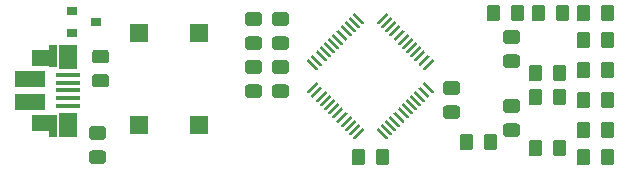
<source format=gbr>
G04 #@! TF.GenerationSoftware,KiCad,Pcbnew,(5.1.5)-3*
G04 #@! TF.CreationDate,2020-09-18T03:50:12-03:00*
G04 #@! TF.ProjectId,UFRGS PILL,55465247-5320-4504-994c-4c2e6b696361,0.1*
G04 #@! TF.SameCoordinates,Original*
G04 #@! TF.FileFunction,Paste,Top*
G04 #@! TF.FilePolarity,Positive*
%FSLAX46Y46*%
G04 Gerber Fmt 4.6, Leading zero omitted, Abs format (unit mm)*
G04 Created by KiCad (PCBNEW (5.1.5)-3) date 2020-09-18 03:50:12*
%MOMM*%
%LPD*%
G04 APERTURE LIST*
%ADD10R,1.500000X1.500000*%
%ADD11C,0.100000*%
%ADD12R,0.900000X0.800000*%
%ADD13R,2.500000X1.430000*%
%ADD14R,2.000000X0.400000*%
%ADD15R,1.500000X2.000000*%
%ADD16R,0.700000X1.825000*%
%ADD17R,2.000000X1.350000*%
G04 APERTURE END LIST*
D10*
X119888000Y-43344000D03*
X119888000Y-51144000D03*
X114808000Y-51144000D03*
X114808000Y-43344000D03*
D11*
G36*
X139239250Y-45160669D02*
G01*
X139245074Y-45161533D01*
X139250786Y-45162964D01*
X139256330Y-45164947D01*
X139261653Y-45167465D01*
X139266703Y-45170492D01*
X139271433Y-45173999D01*
X139275795Y-45177954D01*
X139360648Y-45262807D01*
X139364603Y-45267169D01*
X139368110Y-45271899D01*
X139371137Y-45276949D01*
X139373655Y-45282272D01*
X139375638Y-45287816D01*
X139377069Y-45293528D01*
X139377933Y-45299352D01*
X139378222Y-45305233D01*
X139377933Y-45311114D01*
X139377069Y-45316938D01*
X139375638Y-45322650D01*
X139373655Y-45328194D01*
X139371137Y-45333517D01*
X139368110Y-45338567D01*
X139364603Y-45343297D01*
X139360648Y-45347659D01*
X138611115Y-46097192D01*
X138606753Y-46101147D01*
X138602023Y-46104654D01*
X138596973Y-46107681D01*
X138591650Y-46110199D01*
X138586106Y-46112182D01*
X138580394Y-46113613D01*
X138574570Y-46114477D01*
X138568689Y-46114766D01*
X138562808Y-46114477D01*
X138556984Y-46113613D01*
X138551272Y-46112182D01*
X138545728Y-46110199D01*
X138540405Y-46107681D01*
X138535355Y-46104654D01*
X138530625Y-46101147D01*
X138526263Y-46097192D01*
X138441410Y-46012339D01*
X138437455Y-46007977D01*
X138433948Y-46003247D01*
X138430921Y-45998197D01*
X138428403Y-45992874D01*
X138426420Y-45987330D01*
X138424989Y-45981618D01*
X138424125Y-45975794D01*
X138423836Y-45969913D01*
X138424125Y-45964032D01*
X138424989Y-45958208D01*
X138426420Y-45952496D01*
X138428403Y-45946952D01*
X138430921Y-45941629D01*
X138433948Y-45936579D01*
X138437455Y-45931849D01*
X138441410Y-45927487D01*
X139190943Y-45177954D01*
X139195305Y-45173999D01*
X139200035Y-45170492D01*
X139205085Y-45167465D01*
X139210408Y-45164947D01*
X139215952Y-45162964D01*
X139221664Y-45161533D01*
X139227488Y-45160669D01*
X139233369Y-45160380D01*
X139239250Y-45160669D01*
G37*
G36*
X138927417Y-47511884D02*
G01*
X138933241Y-47512748D01*
X138938953Y-47514179D01*
X138944497Y-47516162D01*
X138949820Y-47518680D01*
X138954870Y-47521707D01*
X138959600Y-47525214D01*
X138963962Y-47529169D01*
X139713495Y-48278702D01*
X139717450Y-48283064D01*
X139720957Y-48287794D01*
X139723984Y-48292844D01*
X139726502Y-48298167D01*
X139728485Y-48303711D01*
X139729916Y-48309423D01*
X139730780Y-48315247D01*
X139731069Y-48321128D01*
X139730780Y-48327009D01*
X139729916Y-48332833D01*
X139728485Y-48338545D01*
X139726502Y-48344089D01*
X139723984Y-48349412D01*
X139720957Y-48354462D01*
X139717450Y-48359192D01*
X139713495Y-48363554D01*
X139628642Y-48448407D01*
X139624280Y-48452362D01*
X139619550Y-48455869D01*
X139614500Y-48458896D01*
X139609177Y-48461414D01*
X139603633Y-48463397D01*
X139597921Y-48464828D01*
X139592097Y-48465692D01*
X139586216Y-48465981D01*
X139580335Y-48465692D01*
X139574511Y-48464828D01*
X139568799Y-48463397D01*
X139563255Y-48461414D01*
X139557932Y-48458896D01*
X139552882Y-48455869D01*
X139548152Y-48452362D01*
X139543790Y-48448407D01*
X138794257Y-47698874D01*
X138790302Y-47694512D01*
X138786795Y-47689782D01*
X138783768Y-47684732D01*
X138781250Y-47679409D01*
X138779267Y-47673865D01*
X138777836Y-47668153D01*
X138776972Y-47662329D01*
X138776683Y-47656448D01*
X138776972Y-47650567D01*
X138777836Y-47644743D01*
X138779267Y-47639031D01*
X138781250Y-47633487D01*
X138783768Y-47628164D01*
X138786795Y-47623114D01*
X138790302Y-47618384D01*
X138794257Y-47614022D01*
X138879110Y-47529169D01*
X138883472Y-47525214D01*
X138888202Y-47521707D01*
X138893252Y-47518680D01*
X138898575Y-47516162D01*
X138904119Y-47514179D01*
X138909831Y-47512748D01*
X138915655Y-47511884D01*
X138921536Y-47511595D01*
X138927417Y-47511884D01*
G37*
G36*
X138573863Y-47865438D02*
G01*
X138579687Y-47866302D01*
X138585399Y-47867733D01*
X138590943Y-47869716D01*
X138596266Y-47872234D01*
X138601316Y-47875261D01*
X138606046Y-47878768D01*
X138610408Y-47882723D01*
X139359941Y-48632256D01*
X139363896Y-48636618D01*
X139367403Y-48641348D01*
X139370430Y-48646398D01*
X139372948Y-48651721D01*
X139374931Y-48657265D01*
X139376362Y-48662977D01*
X139377226Y-48668801D01*
X139377515Y-48674682D01*
X139377226Y-48680563D01*
X139376362Y-48686387D01*
X139374931Y-48692099D01*
X139372948Y-48697643D01*
X139370430Y-48702966D01*
X139367403Y-48708016D01*
X139363896Y-48712746D01*
X139359941Y-48717108D01*
X139275088Y-48801961D01*
X139270726Y-48805916D01*
X139265996Y-48809423D01*
X139260946Y-48812450D01*
X139255623Y-48814968D01*
X139250079Y-48816951D01*
X139244367Y-48818382D01*
X139238543Y-48819246D01*
X139232662Y-48819535D01*
X139226781Y-48819246D01*
X139220957Y-48818382D01*
X139215245Y-48816951D01*
X139209701Y-48814968D01*
X139204378Y-48812450D01*
X139199328Y-48809423D01*
X139194598Y-48805916D01*
X139190236Y-48801961D01*
X138440703Y-48052428D01*
X138436748Y-48048066D01*
X138433241Y-48043336D01*
X138430214Y-48038286D01*
X138427696Y-48032963D01*
X138425713Y-48027419D01*
X138424282Y-48021707D01*
X138423418Y-48015883D01*
X138423129Y-48010002D01*
X138423418Y-48004121D01*
X138424282Y-47998297D01*
X138425713Y-47992585D01*
X138427696Y-47987041D01*
X138430214Y-47981718D01*
X138433241Y-47976668D01*
X138436748Y-47971938D01*
X138440703Y-47967576D01*
X138525556Y-47882723D01*
X138529918Y-47878768D01*
X138534648Y-47875261D01*
X138539698Y-47872234D01*
X138545021Y-47869716D01*
X138550565Y-47867733D01*
X138556277Y-47866302D01*
X138562101Y-47865438D01*
X138567982Y-47865149D01*
X138573863Y-47865438D01*
G37*
G36*
X138220310Y-48218991D02*
G01*
X138226134Y-48219855D01*
X138231846Y-48221286D01*
X138237390Y-48223269D01*
X138242713Y-48225787D01*
X138247763Y-48228814D01*
X138252493Y-48232321D01*
X138256855Y-48236276D01*
X139006388Y-48985809D01*
X139010343Y-48990171D01*
X139013850Y-48994901D01*
X139016877Y-48999951D01*
X139019395Y-49005274D01*
X139021378Y-49010818D01*
X139022809Y-49016530D01*
X139023673Y-49022354D01*
X139023962Y-49028235D01*
X139023673Y-49034116D01*
X139022809Y-49039940D01*
X139021378Y-49045652D01*
X139019395Y-49051196D01*
X139016877Y-49056519D01*
X139013850Y-49061569D01*
X139010343Y-49066299D01*
X139006388Y-49070661D01*
X138921535Y-49155514D01*
X138917173Y-49159469D01*
X138912443Y-49162976D01*
X138907393Y-49166003D01*
X138902070Y-49168521D01*
X138896526Y-49170504D01*
X138890814Y-49171935D01*
X138884990Y-49172799D01*
X138879109Y-49173088D01*
X138873228Y-49172799D01*
X138867404Y-49171935D01*
X138861692Y-49170504D01*
X138856148Y-49168521D01*
X138850825Y-49166003D01*
X138845775Y-49162976D01*
X138841045Y-49159469D01*
X138836683Y-49155514D01*
X138087150Y-48405981D01*
X138083195Y-48401619D01*
X138079688Y-48396889D01*
X138076661Y-48391839D01*
X138074143Y-48386516D01*
X138072160Y-48380972D01*
X138070729Y-48375260D01*
X138069865Y-48369436D01*
X138069576Y-48363555D01*
X138069865Y-48357674D01*
X138070729Y-48351850D01*
X138072160Y-48346138D01*
X138074143Y-48340594D01*
X138076661Y-48335271D01*
X138079688Y-48330221D01*
X138083195Y-48325491D01*
X138087150Y-48321129D01*
X138172003Y-48236276D01*
X138176365Y-48232321D01*
X138181095Y-48228814D01*
X138186145Y-48225787D01*
X138191468Y-48223269D01*
X138197012Y-48221286D01*
X138202724Y-48219855D01*
X138208548Y-48218991D01*
X138214429Y-48218702D01*
X138220310Y-48218991D01*
G37*
G36*
X137866756Y-48572545D02*
G01*
X137872580Y-48573409D01*
X137878292Y-48574840D01*
X137883836Y-48576823D01*
X137889159Y-48579341D01*
X137894209Y-48582368D01*
X137898939Y-48585875D01*
X137903301Y-48589830D01*
X138652834Y-49339363D01*
X138656789Y-49343725D01*
X138660296Y-49348455D01*
X138663323Y-49353505D01*
X138665841Y-49358828D01*
X138667824Y-49364372D01*
X138669255Y-49370084D01*
X138670119Y-49375908D01*
X138670408Y-49381789D01*
X138670119Y-49387670D01*
X138669255Y-49393494D01*
X138667824Y-49399206D01*
X138665841Y-49404750D01*
X138663323Y-49410073D01*
X138660296Y-49415123D01*
X138656789Y-49419853D01*
X138652834Y-49424215D01*
X138567981Y-49509068D01*
X138563619Y-49513023D01*
X138558889Y-49516530D01*
X138553839Y-49519557D01*
X138548516Y-49522075D01*
X138542972Y-49524058D01*
X138537260Y-49525489D01*
X138531436Y-49526353D01*
X138525555Y-49526642D01*
X138519674Y-49526353D01*
X138513850Y-49525489D01*
X138508138Y-49524058D01*
X138502594Y-49522075D01*
X138497271Y-49519557D01*
X138492221Y-49516530D01*
X138487491Y-49513023D01*
X138483129Y-49509068D01*
X137733596Y-48759535D01*
X137729641Y-48755173D01*
X137726134Y-48750443D01*
X137723107Y-48745393D01*
X137720589Y-48740070D01*
X137718606Y-48734526D01*
X137717175Y-48728814D01*
X137716311Y-48722990D01*
X137716022Y-48717109D01*
X137716311Y-48711228D01*
X137717175Y-48705404D01*
X137718606Y-48699692D01*
X137720589Y-48694148D01*
X137723107Y-48688825D01*
X137726134Y-48683775D01*
X137729641Y-48679045D01*
X137733596Y-48674683D01*
X137818449Y-48589830D01*
X137822811Y-48585875D01*
X137827541Y-48582368D01*
X137832591Y-48579341D01*
X137837914Y-48576823D01*
X137843458Y-48574840D01*
X137849170Y-48573409D01*
X137854994Y-48572545D01*
X137860875Y-48572256D01*
X137866756Y-48572545D01*
G37*
G36*
X137513203Y-48926098D02*
G01*
X137519027Y-48926962D01*
X137524739Y-48928393D01*
X137530283Y-48930376D01*
X137535606Y-48932894D01*
X137540656Y-48935921D01*
X137545386Y-48939428D01*
X137549748Y-48943383D01*
X138299281Y-49692916D01*
X138303236Y-49697278D01*
X138306743Y-49702008D01*
X138309770Y-49707058D01*
X138312288Y-49712381D01*
X138314271Y-49717925D01*
X138315702Y-49723637D01*
X138316566Y-49729461D01*
X138316855Y-49735342D01*
X138316566Y-49741223D01*
X138315702Y-49747047D01*
X138314271Y-49752759D01*
X138312288Y-49758303D01*
X138309770Y-49763626D01*
X138306743Y-49768676D01*
X138303236Y-49773406D01*
X138299281Y-49777768D01*
X138214428Y-49862621D01*
X138210066Y-49866576D01*
X138205336Y-49870083D01*
X138200286Y-49873110D01*
X138194963Y-49875628D01*
X138189419Y-49877611D01*
X138183707Y-49879042D01*
X138177883Y-49879906D01*
X138172002Y-49880195D01*
X138166121Y-49879906D01*
X138160297Y-49879042D01*
X138154585Y-49877611D01*
X138149041Y-49875628D01*
X138143718Y-49873110D01*
X138138668Y-49870083D01*
X138133938Y-49866576D01*
X138129576Y-49862621D01*
X137380043Y-49113088D01*
X137376088Y-49108726D01*
X137372581Y-49103996D01*
X137369554Y-49098946D01*
X137367036Y-49093623D01*
X137365053Y-49088079D01*
X137363622Y-49082367D01*
X137362758Y-49076543D01*
X137362469Y-49070662D01*
X137362758Y-49064781D01*
X137363622Y-49058957D01*
X137365053Y-49053245D01*
X137367036Y-49047701D01*
X137369554Y-49042378D01*
X137372581Y-49037328D01*
X137376088Y-49032598D01*
X137380043Y-49028236D01*
X137464896Y-48943383D01*
X137469258Y-48939428D01*
X137473988Y-48935921D01*
X137479038Y-48932894D01*
X137484361Y-48930376D01*
X137489905Y-48928393D01*
X137495617Y-48926962D01*
X137501441Y-48926098D01*
X137507322Y-48925809D01*
X137513203Y-48926098D01*
G37*
G36*
X137159650Y-49279651D02*
G01*
X137165474Y-49280515D01*
X137171186Y-49281946D01*
X137176730Y-49283929D01*
X137182053Y-49286447D01*
X137187103Y-49289474D01*
X137191833Y-49292981D01*
X137196195Y-49296936D01*
X137945728Y-50046469D01*
X137949683Y-50050831D01*
X137953190Y-50055561D01*
X137956217Y-50060611D01*
X137958735Y-50065934D01*
X137960718Y-50071478D01*
X137962149Y-50077190D01*
X137963013Y-50083014D01*
X137963302Y-50088895D01*
X137963013Y-50094776D01*
X137962149Y-50100600D01*
X137960718Y-50106312D01*
X137958735Y-50111856D01*
X137956217Y-50117179D01*
X137953190Y-50122229D01*
X137949683Y-50126959D01*
X137945728Y-50131321D01*
X137860875Y-50216174D01*
X137856513Y-50220129D01*
X137851783Y-50223636D01*
X137846733Y-50226663D01*
X137841410Y-50229181D01*
X137835866Y-50231164D01*
X137830154Y-50232595D01*
X137824330Y-50233459D01*
X137818449Y-50233748D01*
X137812568Y-50233459D01*
X137806744Y-50232595D01*
X137801032Y-50231164D01*
X137795488Y-50229181D01*
X137790165Y-50226663D01*
X137785115Y-50223636D01*
X137780385Y-50220129D01*
X137776023Y-50216174D01*
X137026490Y-49466641D01*
X137022535Y-49462279D01*
X137019028Y-49457549D01*
X137016001Y-49452499D01*
X137013483Y-49447176D01*
X137011500Y-49441632D01*
X137010069Y-49435920D01*
X137009205Y-49430096D01*
X137008916Y-49424215D01*
X137009205Y-49418334D01*
X137010069Y-49412510D01*
X137011500Y-49406798D01*
X137013483Y-49401254D01*
X137016001Y-49395931D01*
X137019028Y-49390881D01*
X137022535Y-49386151D01*
X137026490Y-49381789D01*
X137111343Y-49296936D01*
X137115705Y-49292981D01*
X137120435Y-49289474D01*
X137125485Y-49286447D01*
X137130808Y-49283929D01*
X137136352Y-49281946D01*
X137142064Y-49280515D01*
X137147888Y-49279651D01*
X137153769Y-49279362D01*
X137159650Y-49279651D01*
G37*
G36*
X136806096Y-49633205D02*
G01*
X136811920Y-49634069D01*
X136817632Y-49635500D01*
X136823176Y-49637483D01*
X136828499Y-49640001D01*
X136833549Y-49643028D01*
X136838279Y-49646535D01*
X136842641Y-49650490D01*
X137592174Y-50400023D01*
X137596129Y-50404385D01*
X137599636Y-50409115D01*
X137602663Y-50414165D01*
X137605181Y-50419488D01*
X137607164Y-50425032D01*
X137608595Y-50430744D01*
X137609459Y-50436568D01*
X137609748Y-50442449D01*
X137609459Y-50448330D01*
X137608595Y-50454154D01*
X137607164Y-50459866D01*
X137605181Y-50465410D01*
X137602663Y-50470733D01*
X137599636Y-50475783D01*
X137596129Y-50480513D01*
X137592174Y-50484875D01*
X137507321Y-50569728D01*
X137502959Y-50573683D01*
X137498229Y-50577190D01*
X137493179Y-50580217D01*
X137487856Y-50582735D01*
X137482312Y-50584718D01*
X137476600Y-50586149D01*
X137470776Y-50587013D01*
X137464895Y-50587302D01*
X137459014Y-50587013D01*
X137453190Y-50586149D01*
X137447478Y-50584718D01*
X137441934Y-50582735D01*
X137436611Y-50580217D01*
X137431561Y-50577190D01*
X137426831Y-50573683D01*
X137422469Y-50569728D01*
X136672936Y-49820195D01*
X136668981Y-49815833D01*
X136665474Y-49811103D01*
X136662447Y-49806053D01*
X136659929Y-49800730D01*
X136657946Y-49795186D01*
X136656515Y-49789474D01*
X136655651Y-49783650D01*
X136655362Y-49777769D01*
X136655651Y-49771888D01*
X136656515Y-49766064D01*
X136657946Y-49760352D01*
X136659929Y-49754808D01*
X136662447Y-49749485D01*
X136665474Y-49744435D01*
X136668981Y-49739705D01*
X136672936Y-49735343D01*
X136757789Y-49650490D01*
X136762151Y-49646535D01*
X136766881Y-49643028D01*
X136771931Y-49640001D01*
X136777254Y-49637483D01*
X136782798Y-49635500D01*
X136788510Y-49634069D01*
X136794334Y-49633205D01*
X136800215Y-49632916D01*
X136806096Y-49633205D01*
G37*
G36*
X136452543Y-49986758D02*
G01*
X136458367Y-49987622D01*
X136464079Y-49989053D01*
X136469623Y-49991036D01*
X136474946Y-49993554D01*
X136479996Y-49996581D01*
X136484726Y-50000088D01*
X136489088Y-50004043D01*
X137238621Y-50753576D01*
X137242576Y-50757938D01*
X137246083Y-50762668D01*
X137249110Y-50767718D01*
X137251628Y-50773041D01*
X137253611Y-50778585D01*
X137255042Y-50784297D01*
X137255906Y-50790121D01*
X137256195Y-50796002D01*
X137255906Y-50801883D01*
X137255042Y-50807707D01*
X137253611Y-50813419D01*
X137251628Y-50818963D01*
X137249110Y-50824286D01*
X137246083Y-50829336D01*
X137242576Y-50834066D01*
X137238621Y-50838428D01*
X137153768Y-50923281D01*
X137149406Y-50927236D01*
X137144676Y-50930743D01*
X137139626Y-50933770D01*
X137134303Y-50936288D01*
X137128759Y-50938271D01*
X137123047Y-50939702D01*
X137117223Y-50940566D01*
X137111342Y-50940855D01*
X137105461Y-50940566D01*
X137099637Y-50939702D01*
X137093925Y-50938271D01*
X137088381Y-50936288D01*
X137083058Y-50933770D01*
X137078008Y-50930743D01*
X137073278Y-50927236D01*
X137068916Y-50923281D01*
X136319383Y-50173748D01*
X136315428Y-50169386D01*
X136311921Y-50164656D01*
X136308894Y-50159606D01*
X136306376Y-50154283D01*
X136304393Y-50148739D01*
X136302962Y-50143027D01*
X136302098Y-50137203D01*
X136301809Y-50131322D01*
X136302098Y-50125441D01*
X136302962Y-50119617D01*
X136304393Y-50113905D01*
X136306376Y-50108361D01*
X136308894Y-50103038D01*
X136311921Y-50097988D01*
X136315428Y-50093258D01*
X136319383Y-50088896D01*
X136404236Y-50004043D01*
X136408598Y-50000088D01*
X136413328Y-49996581D01*
X136418378Y-49993554D01*
X136423701Y-49991036D01*
X136429245Y-49989053D01*
X136434957Y-49987622D01*
X136440781Y-49986758D01*
X136446662Y-49986469D01*
X136452543Y-49986758D01*
G37*
G36*
X136098990Y-50340311D02*
G01*
X136104814Y-50341175D01*
X136110526Y-50342606D01*
X136116070Y-50344589D01*
X136121393Y-50347107D01*
X136126443Y-50350134D01*
X136131173Y-50353641D01*
X136135535Y-50357596D01*
X136885068Y-51107129D01*
X136889023Y-51111491D01*
X136892530Y-51116221D01*
X136895557Y-51121271D01*
X136898075Y-51126594D01*
X136900058Y-51132138D01*
X136901489Y-51137850D01*
X136902353Y-51143674D01*
X136902642Y-51149555D01*
X136902353Y-51155436D01*
X136901489Y-51161260D01*
X136900058Y-51166972D01*
X136898075Y-51172516D01*
X136895557Y-51177839D01*
X136892530Y-51182889D01*
X136889023Y-51187619D01*
X136885068Y-51191981D01*
X136800215Y-51276834D01*
X136795853Y-51280789D01*
X136791123Y-51284296D01*
X136786073Y-51287323D01*
X136780750Y-51289841D01*
X136775206Y-51291824D01*
X136769494Y-51293255D01*
X136763670Y-51294119D01*
X136757789Y-51294408D01*
X136751908Y-51294119D01*
X136746084Y-51293255D01*
X136740372Y-51291824D01*
X136734828Y-51289841D01*
X136729505Y-51287323D01*
X136724455Y-51284296D01*
X136719725Y-51280789D01*
X136715363Y-51276834D01*
X135965830Y-50527301D01*
X135961875Y-50522939D01*
X135958368Y-50518209D01*
X135955341Y-50513159D01*
X135952823Y-50507836D01*
X135950840Y-50502292D01*
X135949409Y-50496580D01*
X135948545Y-50490756D01*
X135948256Y-50484875D01*
X135948545Y-50478994D01*
X135949409Y-50473170D01*
X135950840Y-50467458D01*
X135952823Y-50461914D01*
X135955341Y-50456591D01*
X135958368Y-50451541D01*
X135961875Y-50446811D01*
X135965830Y-50442449D01*
X136050683Y-50357596D01*
X136055045Y-50353641D01*
X136059775Y-50350134D01*
X136064825Y-50347107D01*
X136070148Y-50344589D01*
X136075692Y-50342606D01*
X136081404Y-50341175D01*
X136087228Y-50340311D01*
X136093109Y-50340022D01*
X136098990Y-50340311D01*
G37*
G36*
X135745436Y-50693865D02*
G01*
X135751260Y-50694729D01*
X135756972Y-50696160D01*
X135762516Y-50698143D01*
X135767839Y-50700661D01*
X135772889Y-50703688D01*
X135777619Y-50707195D01*
X135781981Y-50711150D01*
X136531514Y-51460683D01*
X136535469Y-51465045D01*
X136538976Y-51469775D01*
X136542003Y-51474825D01*
X136544521Y-51480148D01*
X136546504Y-51485692D01*
X136547935Y-51491404D01*
X136548799Y-51497228D01*
X136549088Y-51503109D01*
X136548799Y-51508990D01*
X136547935Y-51514814D01*
X136546504Y-51520526D01*
X136544521Y-51526070D01*
X136542003Y-51531393D01*
X136538976Y-51536443D01*
X136535469Y-51541173D01*
X136531514Y-51545535D01*
X136446661Y-51630388D01*
X136442299Y-51634343D01*
X136437569Y-51637850D01*
X136432519Y-51640877D01*
X136427196Y-51643395D01*
X136421652Y-51645378D01*
X136415940Y-51646809D01*
X136410116Y-51647673D01*
X136404235Y-51647962D01*
X136398354Y-51647673D01*
X136392530Y-51646809D01*
X136386818Y-51645378D01*
X136381274Y-51643395D01*
X136375951Y-51640877D01*
X136370901Y-51637850D01*
X136366171Y-51634343D01*
X136361809Y-51630388D01*
X135612276Y-50880855D01*
X135608321Y-50876493D01*
X135604814Y-50871763D01*
X135601787Y-50866713D01*
X135599269Y-50861390D01*
X135597286Y-50855846D01*
X135595855Y-50850134D01*
X135594991Y-50844310D01*
X135594702Y-50838429D01*
X135594991Y-50832548D01*
X135595855Y-50826724D01*
X135597286Y-50821012D01*
X135599269Y-50815468D01*
X135601787Y-50810145D01*
X135604814Y-50805095D01*
X135608321Y-50800365D01*
X135612276Y-50796003D01*
X135697129Y-50711150D01*
X135701491Y-50707195D01*
X135706221Y-50703688D01*
X135711271Y-50700661D01*
X135716594Y-50698143D01*
X135722138Y-50696160D01*
X135727850Y-50694729D01*
X135733674Y-50693865D01*
X135739555Y-50693576D01*
X135745436Y-50693865D01*
G37*
G36*
X135391883Y-51047418D02*
G01*
X135397707Y-51048282D01*
X135403419Y-51049713D01*
X135408963Y-51051696D01*
X135414286Y-51054214D01*
X135419336Y-51057241D01*
X135424066Y-51060748D01*
X135428428Y-51064703D01*
X136177961Y-51814236D01*
X136181916Y-51818598D01*
X136185423Y-51823328D01*
X136188450Y-51828378D01*
X136190968Y-51833701D01*
X136192951Y-51839245D01*
X136194382Y-51844957D01*
X136195246Y-51850781D01*
X136195535Y-51856662D01*
X136195246Y-51862543D01*
X136194382Y-51868367D01*
X136192951Y-51874079D01*
X136190968Y-51879623D01*
X136188450Y-51884946D01*
X136185423Y-51889996D01*
X136181916Y-51894726D01*
X136177961Y-51899088D01*
X136093108Y-51983941D01*
X136088746Y-51987896D01*
X136084016Y-51991403D01*
X136078966Y-51994430D01*
X136073643Y-51996948D01*
X136068099Y-51998931D01*
X136062387Y-52000362D01*
X136056563Y-52001226D01*
X136050682Y-52001515D01*
X136044801Y-52001226D01*
X136038977Y-52000362D01*
X136033265Y-51998931D01*
X136027721Y-51996948D01*
X136022398Y-51994430D01*
X136017348Y-51991403D01*
X136012618Y-51987896D01*
X136008256Y-51983941D01*
X135258723Y-51234408D01*
X135254768Y-51230046D01*
X135251261Y-51225316D01*
X135248234Y-51220266D01*
X135245716Y-51214943D01*
X135243733Y-51209399D01*
X135242302Y-51203687D01*
X135241438Y-51197863D01*
X135241149Y-51191982D01*
X135241438Y-51186101D01*
X135242302Y-51180277D01*
X135243733Y-51174565D01*
X135245716Y-51169021D01*
X135248234Y-51163698D01*
X135251261Y-51158648D01*
X135254768Y-51153918D01*
X135258723Y-51149556D01*
X135343576Y-51064703D01*
X135347938Y-51060748D01*
X135352668Y-51057241D01*
X135357718Y-51054214D01*
X135363041Y-51051696D01*
X135368585Y-51049713D01*
X135374297Y-51048282D01*
X135380121Y-51047418D01*
X135386002Y-51047129D01*
X135391883Y-51047418D01*
G37*
G36*
X135038329Y-51400972D02*
G01*
X135044153Y-51401836D01*
X135049865Y-51403267D01*
X135055409Y-51405250D01*
X135060732Y-51407768D01*
X135065782Y-51410795D01*
X135070512Y-51414302D01*
X135074874Y-51418257D01*
X135824407Y-52167790D01*
X135828362Y-52172152D01*
X135831869Y-52176882D01*
X135834896Y-52181932D01*
X135837414Y-52187255D01*
X135839397Y-52192799D01*
X135840828Y-52198511D01*
X135841692Y-52204335D01*
X135841981Y-52210216D01*
X135841692Y-52216097D01*
X135840828Y-52221921D01*
X135839397Y-52227633D01*
X135837414Y-52233177D01*
X135834896Y-52238500D01*
X135831869Y-52243550D01*
X135828362Y-52248280D01*
X135824407Y-52252642D01*
X135739554Y-52337495D01*
X135735192Y-52341450D01*
X135730462Y-52344957D01*
X135725412Y-52347984D01*
X135720089Y-52350502D01*
X135714545Y-52352485D01*
X135708833Y-52353916D01*
X135703009Y-52354780D01*
X135697128Y-52355069D01*
X135691247Y-52354780D01*
X135685423Y-52353916D01*
X135679711Y-52352485D01*
X135674167Y-52350502D01*
X135668844Y-52347984D01*
X135663794Y-52344957D01*
X135659064Y-52341450D01*
X135654702Y-52337495D01*
X134905169Y-51587962D01*
X134901214Y-51583600D01*
X134897707Y-51578870D01*
X134894680Y-51573820D01*
X134892162Y-51568497D01*
X134890179Y-51562953D01*
X134888748Y-51557241D01*
X134887884Y-51551417D01*
X134887595Y-51545536D01*
X134887884Y-51539655D01*
X134888748Y-51533831D01*
X134890179Y-51528119D01*
X134892162Y-51522575D01*
X134894680Y-51517252D01*
X134897707Y-51512202D01*
X134901214Y-51507472D01*
X134905169Y-51503110D01*
X134990022Y-51418257D01*
X134994384Y-51414302D01*
X134999114Y-51410795D01*
X135004164Y-51407768D01*
X135009487Y-51405250D01*
X135015031Y-51403267D01*
X135020743Y-51401836D01*
X135026567Y-51400972D01*
X135032448Y-51400683D01*
X135038329Y-51400972D01*
G37*
G36*
X133705433Y-51400972D02*
G01*
X133711257Y-51401836D01*
X133716969Y-51403267D01*
X133722513Y-51405250D01*
X133727836Y-51407768D01*
X133732886Y-51410795D01*
X133737616Y-51414302D01*
X133741978Y-51418257D01*
X133826831Y-51503110D01*
X133830786Y-51507472D01*
X133834293Y-51512202D01*
X133837320Y-51517252D01*
X133839838Y-51522575D01*
X133841821Y-51528119D01*
X133843252Y-51533831D01*
X133844116Y-51539655D01*
X133844405Y-51545536D01*
X133844116Y-51551417D01*
X133843252Y-51557241D01*
X133841821Y-51562953D01*
X133839838Y-51568497D01*
X133837320Y-51573820D01*
X133834293Y-51578870D01*
X133830786Y-51583600D01*
X133826831Y-51587962D01*
X133077298Y-52337495D01*
X133072936Y-52341450D01*
X133068206Y-52344957D01*
X133063156Y-52347984D01*
X133057833Y-52350502D01*
X133052289Y-52352485D01*
X133046577Y-52353916D01*
X133040753Y-52354780D01*
X133034872Y-52355069D01*
X133028991Y-52354780D01*
X133023167Y-52353916D01*
X133017455Y-52352485D01*
X133011911Y-52350502D01*
X133006588Y-52347984D01*
X133001538Y-52344957D01*
X132996808Y-52341450D01*
X132992446Y-52337495D01*
X132907593Y-52252642D01*
X132903638Y-52248280D01*
X132900131Y-52243550D01*
X132897104Y-52238500D01*
X132894586Y-52233177D01*
X132892603Y-52227633D01*
X132891172Y-52221921D01*
X132890308Y-52216097D01*
X132890019Y-52210216D01*
X132890308Y-52204335D01*
X132891172Y-52198511D01*
X132892603Y-52192799D01*
X132894586Y-52187255D01*
X132897104Y-52181932D01*
X132900131Y-52176882D01*
X132903638Y-52172152D01*
X132907593Y-52167790D01*
X133657126Y-51418257D01*
X133661488Y-51414302D01*
X133666218Y-51410795D01*
X133671268Y-51407768D01*
X133676591Y-51405250D01*
X133682135Y-51403267D01*
X133687847Y-51401836D01*
X133693671Y-51400972D01*
X133699552Y-51400683D01*
X133705433Y-51400972D01*
G37*
G36*
X133351879Y-51047418D02*
G01*
X133357703Y-51048282D01*
X133363415Y-51049713D01*
X133368959Y-51051696D01*
X133374282Y-51054214D01*
X133379332Y-51057241D01*
X133384062Y-51060748D01*
X133388424Y-51064703D01*
X133473277Y-51149556D01*
X133477232Y-51153918D01*
X133480739Y-51158648D01*
X133483766Y-51163698D01*
X133486284Y-51169021D01*
X133488267Y-51174565D01*
X133489698Y-51180277D01*
X133490562Y-51186101D01*
X133490851Y-51191982D01*
X133490562Y-51197863D01*
X133489698Y-51203687D01*
X133488267Y-51209399D01*
X133486284Y-51214943D01*
X133483766Y-51220266D01*
X133480739Y-51225316D01*
X133477232Y-51230046D01*
X133473277Y-51234408D01*
X132723744Y-51983941D01*
X132719382Y-51987896D01*
X132714652Y-51991403D01*
X132709602Y-51994430D01*
X132704279Y-51996948D01*
X132698735Y-51998931D01*
X132693023Y-52000362D01*
X132687199Y-52001226D01*
X132681318Y-52001515D01*
X132675437Y-52001226D01*
X132669613Y-52000362D01*
X132663901Y-51998931D01*
X132658357Y-51996948D01*
X132653034Y-51994430D01*
X132647984Y-51991403D01*
X132643254Y-51987896D01*
X132638892Y-51983941D01*
X132554039Y-51899088D01*
X132550084Y-51894726D01*
X132546577Y-51889996D01*
X132543550Y-51884946D01*
X132541032Y-51879623D01*
X132539049Y-51874079D01*
X132537618Y-51868367D01*
X132536754Y-51862543D01*
X132536465Y-51856662D01*
X132536754Y-51850781D01*
X132537618Y-51844957D01*
X132539049Y-51839245D01*
X132541032Y-51833701D01*
X132543550Y-51828378D01*
X132546577Y-51823328D01*
X132550084Y-51818598D01*
X132554039Y-51814236D01*
X133303572Y-51064703D01*
X133307934Y-51060748D01*
X133312664Y-51057241D01*
X133317714Y-51054214D01*
X133323037Y-51051696D01*
X133328581Y-51049713D01*
X133334293Y-51048282D01*
X133340117Y-51047418D01*
X133345998Y-51047129D01*
X133351879Y-51047418D01*
G37*
G36*
X132998326Y-50693865D02*
G01*
X133004150Y-50694729D01*
X133009862Y-50696160D01*
X133015406Y-50698143D01*
X133020729Y-50700661D01*
X133025779Y-50703688D01*
X133030509Y-50707195D01*
X133034871Y-50711150D01*
X133119724Y-50796003D01*
X133123679Y-50800365D01*
X133127186Y-50805095D01*
X133130213Y-50810145D01*
X133132731Y-50815468D01*
X133134714Y-50821012D01*
X133136145Y-50826724D01*
X133137009Y-50832548D01*
X133137298Y-50838429D01*
X133137009Y-50844310D01*
X133136145Y-50850134D01*
X133134714Y-50855846D01*
X133132731Y-50861390D01*
X133130213Y-50866713D01*
X133127186Y-50871763D01*
X133123679Y-50876493D01*
X133119724Y-50880855D01*
X132370191Y-51630388D01*
X132365829Y-51634343D01*
X132361099Y-51637850D01*
X132356049Y-51640877D01*
X132350726Y-51643395D01*
X132345182Y-51645378D01*
X132339470Y-51646809D01*
X132333646Y-51647673D01*
X132327765Y-51647962D01*
X132321884Y-51647673D01*
X132316060Y-51646809D01*
X132310348Y-51645378D01*
X132304804Y-51643395D01*
X132299481Y-51640877D01*
X132294431Y-51637850D01*
X132289701Y-51634343D01*
X132285339Y-51630388D01*
X132200486Y-51545535D01*
X132196531Y-51541173D01*
X132193024Y-51536443D01*
X132189997Y-51531393D01*
X132187479Y-51526070D01*
X132185496Y-51520526D01*
X132184065Y-51514814D01*
X132183201Y-51508990D01*
X132182912Y-51503109D01*
X132183201Y-51497228D01*
X132184065Y-51491404D01*
X132185496Y-51485692D01*
X132187479Y-51480148D01*
X132189997Y-51474825D01*
X132193024Y-51469775D01*
X132196531Y-51465045D01*
X132200486Y-51460683D01*
X132950019Y-50711150D01*
X132954381Y-50707195D01*
X132959111Y-50703688D01*
X132964161Y-50700661D01*
X132969484Y-50698143D01*
X132975028Y-50696160D01*
X132980740Y-50694729D01*
X132986564Y-50693865D01*
X132992445Y-50693576D01*
X132998326Y-50693865D01*
G37*
G36*
X132644772Y-50340311D02*
G01*
X132650596Y-50341175D01*
X132656308Y-50342606D01*
X132661852Y-50344589D01*
X132667175Y-50347107D01*
X132672225Y-50350134D01*
X132676955Y-50353641D01*
X132681317Y-50357596D01*
X132766170Y-50442449D01*
X132770125Y-50446811D01*
X132773632Y-50451541D01*
X132776659Y-50456591D01*
X132779177Y-50461914D01*
X132781160Y-50467458D01*
X132782591Y-50473170D01*
X132783455Y-50478994D01*
X132783744Y-50484875D01*
X132783455Y-50490756D01*
X132782591Y-50496580D01*
X132781160Y-50502292D01*
X132779177Y-50507836D01*
X132776659Y-50513159D01*
X132773632Y-50518209D01*
X132770125Y-50522939D01*
X132766170Y-50527301D01*
X132016637Y-51276834D01*
X132012275Y-51280789D01*
X132007545Y-51284296D01*
X132002495Y-51287323D01*
X131997172Y-51289841D01*
X131991628Y-51291824D01*
X131985916Y-51293255D01*
X131980092Y-51294119D01*
X131974211Y-51294408D01*
X131968330Y-51294119D01*
X131962506Y-51293255D01*
X131956794Y-51291824D01*
X131951250Y-51289841D01*
X131945927Y-51287323D01*
X131940877Y-51284296D01*
X131936147Y-51280789D01*
X131931785Y-51276834D01*
X131846932Y-51191981D01*
X131842977Y-51187619D01*
X131839470Y-51182889D01*
X131836443Y-51177839D01*
X131833925Y-51172516D01*
X131831942Y-51166972D01*
X131830511Y-51161260D01*
X131829647Y-51155436D01*
X131829358Y-51149555D01*
X131829647Y-51143674D01*
X131830511Y-51137850D01*
X131831942Y-51132138D01*
X131833925Y-51126594D01*
X131836443Y-51121271D01*
X131839470Y-51116221D01*
X131842977Y-51111491D01*
X131846932Y-51107129D01*
X132596465Y-50357596D01*
X132600827Y-50353641D01*
X132605557Y-50350134D01*
X132610607Y-50347107D01*
X132615930Y-50344589D01*
X132621474Y-50342606D01*
X132627186Y-50341175D01*
X132633010Y-50340311D01*
X132638891Y-50340022D01*
X132644772Y-50340311D01*
G37*
G36*
X132291219Y-49986758D02*
G01*
X132297043Y-49987622D01*
X132302755Y-49989053D01*
X132308299Y-49991036D01*
X132313622Y-49993554D01*
X132318672Y-49996581D01*
X132323402Y-50000088D01*
X132327764Y-50004043D01*
X132412617Y-50088896D01*
X132416572Y-50093258D01*
X132420079Y-50097988D01*
X132423106Y-50103038D01*
X132425624Y-50108361D01*
X132427607Y-50113905D01*
X132429038Y-50119617D01*
X132429902Y-50125441D01*
X132430191Y-50131322D01*
X132429902Y-50137203D01*
X132429038Y-50143027D01*
X132427607Y-50148739D01*
X132425624Y-50154283D01*
X132423106Y-50159606D01*
X132420079Y-50164656D01*
X132416572Y-50169386D01*
X132412617Y-50173748D01*
X131663084Y-50923281D01*
X131658722Y-50927236D01*
X131653992Y-50930743D01*
X131648942Y-50933770D01*
X131643619Y-50936288D01*
X131638075Y-50938271D01*
X131632363Y-50939702D01*
X131626539Y-50940566D01*
X131620658Y-50940855D01*
X131614777Y-50940566D01*
X131608953Y-50939702D01*
X131603241Y-50938271D01*
X131597697Y-50936288D01*
X131592374Y-50933770D01*
X131587324Y-50930743D01*
X131582594Y-50927236D01*
X131578232Y-50923281D01*
X131493379Y-50838428D01*
X131489424Y-50834066D01*
X131485917Y-50829336D01*
X131482890Y-50824286D01*
X131480372Y-50818963D01*
X131478389Y-50813419D01*
X131476958Y-50807707D01*
X131476094Y-50801883D01*
X131475805Y-50796002D01*
X131476094Y-50790121D01*
X131476958Y-50784297D01*
X131478389Y-50778585D01*
X131480372Y-50773041D01*
X131482890Y-50767718D01*
X131485917Y-50762668D01*
X131489424Y-50757938D01*
X131493379Y-50753576D01*
X132242912Y-50004043D01*
X132247274Y-50000088D01*
X132252004Y-49996581D01*
X132257054Y-49993554D01*
X132262377Y-49991036D01*
X132267921Y-49989053D01*
X132273633Y-49987622D01*
X132279457Y-49986758D01*
X132285338Y-49986469D01*
X132291219Y-49986758D01*
G37*
G36*
X131937666Y-49633205D02*
G01*
X131943490Y-49634069D01*
X131949202Y-49635500D01*
X131954746Y-49637483D01*
X131960069Y-49640001D01*
X131965119Y-49643028D01*
X131969849Y-49646535D01*
X131974211Y-49650490D01*
X132059064Y-49735343D01*
X132063019Y-49739705D01*
X132066526Y-49744435D01*
X132069553Y-49749485D01*
X132072071Y-49754808D01*
X132074054Y-49760352D01*
X132075485Y-49766064D01*
X132076349Y-49771888D01*
X132076638Y-49777769D01*
X132076349Y-49783650D01*
X132075485Y-49789474D01*
X132074054Y-49795186D01*
X132072071Y-49800730D01*
X132069553Y-49806053D01*
X132066526Y-49811103D01*
X132063019Y-49815833D01*
X132059064Y-49820195D01*
X131309531Y-50569728D01*
X131305169Y-50573683D01*
X131300439Y-50577190D01*
X131295389Y-50580217D01*
X131290066Y-50582735D01*
X131284522Y-50584718D01*
X131278810Y-50586149D01*
X131272986Y-50587013D01*
X131267105Y-50587302D01*
X131261224Y-50587013D01*
X131255400Y-50586149D01*
X131249688Y-50584718D01*
X131244144Y-50582735D01*
X131238821Y-50580217D01*
X131233771Y-50577190D01*
X131229041Y-50573683D01*
X131224679Y-50569728D01*
X131139826Y-50484875D01*
X131135871Y-50480513D01*
X131132364Y-50475783D01*
X131129337Y-50470733D01*
X131126819Y-50465410D01*
X131124836Y-50459866D01*
X131123405Y-50454154D01*
X131122541Y-50448330D01*
X131122252Y-50442449D01*
X131122541Y-50436568D01*
X131123405Y-50430744D01*
X131124836Y-50425032D01*
X131126819Y-50419488D01*
X131129337Y-50414165D01*
X131132364Y-50409115D01*
X131135871Y-50404385D01*
X131139826Y-50400023D01*
X131889359Y-49650490D01*
X131893721Y-49646535D01*
X131898451Y-49643028D01*
X131903501Y-49640001D01*
X131908824Y-49637483D01*
X131914368Y-49635500D01*
X131920080Y-49634069D01*
X131925904Y-49633205D01*
X131931785Y-49632916D01*
X131937666Y-49633205D01*
G37*
G36*
X131584112Y-49279651D02*
G01*
X131589936Y-49280515D01*
X131595648Y-49281946D01*
X131601192Y-49283929D01*
X131606515Y-49286447D01*
X131611565Y-49289474D01*
X131616295Y-49292981D01*
X131620657Y-49296936D01*
X131705510Y-49381789D01*
X131709465Y-49386151D01*
X131712972Y-49390881D01*
X131715999Y-49395931D01*
X131718517Y-49401254D01*
X131720500Y-49406798D01*
X131721931Y-49412510D01*
X131722795Y-49418334D01*
X131723084Y-49424215D01*
X131722795Y-49430096D01*
X131721931Y-49435920D01*
X131720500Y-49441632D01*
X131718517Y-49447176D01*
X131715999Y-49452499D01*
X131712972Y-49457549D01*
X131709465Y-49462279D01*
X131705510Y-49466641D01*
X130955977Y-50216174D01*
X130951615Y-50220129D01*
X130946885Y-50223636D01*
X130941835Y-50226663D01*
X130936512Y-50229181D01*
X130930968Y-50231164D01*
X130925256Y-50232595D01*
X130919432Y-50233459D01*
X130913551Y-50233748D01*
X130907670Y-50233459D01*
X130901846Y-50232595D01*
X130896134Y-50231164D01*
X130890590Y-50229181D01*
X130885267Y-50226663D01*
X130880217Y-50223636D01*
X130875487Y-50220129D01*
X130871125Y-50216174D01*
X130786272Y-50131321D01*
X130782317Y-50126959D01*
X130778810Y-50122229D01*
X130775783Y-50117179D01*
X130773265Y-50111856D01*
X130771282Y-50106312D01*
X130769851Y-50100600D01*
X130768987Y-50094776D01*
X130768698Y-50088895D01*
X130768987Y-50083014D01*
X130769851Y-50077190D01*
X130771282Y-50071478D01*
X130773265Y-50065934D01*
X130775783Y-50060611D01*
X130778810Y-50055561D01*
X130782317Y-50050831D01*
X130786272Y-50046469D01*
X131535805Y-49296936D01*
X131540167Y-49292981D01*
X131544897Y-49289474D01*
X131549947Y-49286447D01*
X131555270Y-49283929D01*
X131560814Y-49281946D01*
X131566526Y-49280515D01*
X131572350Y-49279651D01*
X131578231Y-49279362D01*
X131584112Y-49279651D01*
G37*
G36*
X131230559Y-48926098D02*
G01*
X131236383Y-48926962D01*
X131242095Y-48928393D01*
X131247639Y-48930376D01*
X131252962Y-48932894D01*
X131258012Y-48935921D01*
X131262742Y-48939428D01*
X131267104Y-48943383D01*
X131351957Y-49028236D01*
X131355912Y-49032598D01*
X131359419Y-49037328D01*
X131362446Y-49042378D01*
X131364964Y-49047701D01*
X131366947Y-49053245D01*
X131368378Y-49058957D01*
X131369242Y-49064781D01*
X131369531Y-49070662D01*
X131369242Y-49076543D01*
X131368378Y-49082367D01*
X131366947Y-49088079D01*
X131364964Y-49093623D01*
X131362446Y-49098946D01*
X131359419Y-49103996D01*
X131355912Y-49108726D01*
X131351957Y-49113088D01*
X130602424Y-49862621D01*
X130598062Y-49866576D01*
X130593332Y-49870083D01*
X130588282Y-49873110D01*
X130582959Y-49875628D01*
X130577415Y-49877611D01*
X130571703Y-49879042D01*
X130565879Y-49879906D01*
X130559998Y-49880195D01*
X130554117Y-49879906D01*
X130548293Y-49879042D01*
X130542581Y-49877611D01*
X130537037Y-49875628D01*
X130531714Y-49873110D01*
X130526664Y-49870083D01*
X130521934Y-49866576D01*
X130517572Y-49862621D01*
X130432719Y-49777768D01*
X130428764Y-49773406D01*
X130425257Y-49768676D01*
X130422230Y-49763626D01*
X130419712Y-49758303D01*
X130417729Y-49752759D01*
X130416298Y-49747047D01*
X130415434Y-49741223D01*
X130415145Y-49735342D01*
X130415434Y-49729461D01*
X130416298Y-49723637D01*
X130417729Y-49717925D01*
X130419712Y-49712381D01*
X130422230Y-49707058D01*
X130425257Y-49702008D01*
X130428764Y-49697278D01*
X130432719Y-49692916D01*
X131182252Y-48943383D01*
X131186614Y-48939428D01*
X131191344Y-48935921D01*
X131196394Y-48932894D01*
X131201717Y-48930376D01*
X131207261Y-48928393D01*
X131212973Y-48926962D01*
X131218797Y-48926098D01*
X131224678Y-48925809D01*
X131230559Y-48926098D01*
G37*
G36*
X130877006Y-48572545D02*
G01*
X130882830Y-48573409D01*
X130888542Y-48574840D01*
X130894086Y-48576823D01*
X130899409Y-48579341D01*
X130904459Y-48582368D01*
X130909189Y-48585875D01*
X130913551Y-48589830D01*
X130998404Y-48674683D01*
X131002359Y-48679045D01*
X131005866Y-48683775D01*
X131008893Y-48688825D01*
X131011411Y-48694148D01*
X131013394Y-48699692D01*
X131014825Y-48705404D01*
X131015689Y-48711228D01*
X131015978Y-48717109D01*
X131015689Y-48722990D01*
X131014825Y-48728814D01*
X131013394Y-48734526D01*
X131011411Y-48740070D01*
X131008893Y-48745393D01*
X131005866Y-48750443D01*
X131002359Y-48755173D01*
X130998404Y-48759535D01*
X130248871Y-49509068D01*
X130244509Y-49513023D01*
X130239779Y-49516530D01*
X130234729Y-49519557D01*
X130229406Y-49522075D01*
X130223862Y-49524058D01*
X130218150Y-49525489D01*
X130212326Y-49526353D01*
X130206445Y-49526642D01*
X130200564Y-49526353D01*
X130194740Y-49525489D01*
X130189028Y-49524058D01*
X130183484Y-49522075D01*
X130178161Y-49519557D01*
X130173111Y-49516530D01*
X130168381Y-49513023D01*
X130164019Y-49509068D01*
X130079166Y-49424215D01*
X130075211Y-49419853D01*
X130071704Y-49415123D01*
X130068677Y-49410073D01*
X130066159Y-49404750D01*
X130064176Y-49399206D01*
X130062745Y-49393494D01*
X130061881Y-49387670D01*
X130061592Y-49381789D01*
X130061881Y-49375908D01*
X130062745Y-49370084D01*
X130064176Y-49364372D01*
X130066159Y-49358828D01*
X130068677Y-49353505D01*
X130071704Y-49348455D01*
X130075211Y-49343725D01*
X130079166Y-49339363D01*
X130828699Y-48589830D01*
X130833061Y-48585875D01*
X130837791Y-48582368D01*
X130842841Y-48579341D01*
X130848164Y-48576823D01*
X130853708Y-48574840D01*
X130859420Y-48573409D01*
X130865244Y-48572545D01*
X130871125Y-48572256D01*
X130877006Y-48572545D01*
G37*
G36*
X130523452Y-48218991D02*
G01*
X130529276Y-48219855D01*
X130534988Y-48221286D01*
X130540532Y-48223269D01*
X130545855Y-48225787D01*
X130550905Y-48228814D01*
X130555635Y-48232321D01*
X130559997Y-48236276D01*
X130644850Y-48321129D01*
X130648805Y-48325491D01*
X130652312Y-48330221D01*
X130655339Y-48335271D01*
X130657857Y-48340594D01*
X130659840Y-48346138D01*
X130661271Y-48351850D01*
X130662135Y-48357674D01*
X130662424Y-48363555D01*
X130662135Y-48369436D01*
X130661271Y-48375260D01*
X130659840Y-48380972D01*
X130657857Y-48386516D01*
X130655339Y-48391839D01*
X130652312Y-48396889D01*
X130648805Y-48401619D01*
X130644850Y-48405981D01*
X129895317Y-49155514D01*
X129890955Y-49159469D01*
X129886225Y-49162976D01*
X129881175Y-49166003D01*
X129875852Y-49168521D01*
X129870308Y-49170504D01*
X129864596Y-49171935D01*
X129858772Y-49172799D01*
X129852891Y-49173088D01*
X129847010Y-49172799D01*
X129841186Y-49171935D01*
X129835474Y-49170504D01*
X129829930Y-49168521D01*
X129824607Y-49166003D01*
X129819557Y-49162976D01*
X129814827Y-49159469D01*
X129810465Y-49155514D01*
X129725612Y-49070661D01*
X129721657Y-49066299D01*
X129718150Y-49061569D01*
X129715123Y-49056519D01*
X129712605Y-49051196D01*
X129710622Y-49045652D01*
X129709191Y-49039940D01*
X129708327Y-49034116D01*
X129708038Y-49028235D01*
X129708327Y-49022354D01*
X129709191Y-49016530D01*
X129710622Y-49010818D01*
X129712605Y-49005274D01*
X129715123Y-48999951D01*
X129718150Y-48994901D01*
X129721657Y-48990171D01*
X129725612Y-48985809D01*
X130475145Y-48236276D01*
X130479507Y-48232321D01*
X130484237Y-48228814D01*
X130489287Y-48225787D01*
X130494610Y-48223269D01*
X130500154Y-48221286D01*
X130505866Y-48219855D01*
X130511690Y-48218991D01*
X130517571Y-48218702D01*
X130523452Y-48218991D01*
G37*
G36*
X130169899Y-47865438D02*
G01*
X130175723Y-47866302D01*
X130181435Y-47867733D01*
X130186979Y-47869716D01*
X130192302Y-47872234D01*
X130197352Y-47875261D01*
X130202082Y-47878768D01*
X130206444Y-47882723D01*
X130291297Y-47967576D01*
X130295252Y-47971938D01*
X130298759Y-47976668D01*
X130301786Y-47981718D01*
X130304304Y-47987041D01*
X130306287Y-47992585D01*
X130307718Y-47998297D01*
X130308582Y-48004121D01*
X130308871Y-48010002D01*
X130308582Y-48015883D01*
X130307718Y-48021707D01*
X130306287Y-48027419D01*
X130304304Y-48032963D01*
X130301786Y-48038286D01*
X130298759Y-48043336D01*
X130295252Y-48048066D01*
X130291297Y-48052428D01*
X129541764Y-48801961D01*
X129537402Y-48805916D01*
X129532672Y-48809423D01*
X129527622Y-48812450D01*
X129522299Y-48814968D01*
X129516755Y-48816951D01*
X129511043Y-48818382D01*
X129505219Y-48819246D01*
X129499338Y-48819535D01*
X129493457Y-48819246D01*
X129487633Y-48818382D01*
X129481921Y-48816951D01*
X129476377Y-48814968D01*
X129471054Y-48812450D01*
X129466004Y-48809423D01*
X129461274Y-48805916D01*
X129456912Y-48801961D01*
X129372059Y-48717108D01*
X129368104Y-48712746D01*
X129364597Y-48708016D01*
X129361570Y-48702966D01*
X129359052Y-48697643D01*
X129357069Y-48692099D01*
X129355638Y-48686387D01*
X129354774Y-48680563D01*
X129354485Y-48674682D01*
X129354774Y-48668801D01*
X129355638Y-48662977D01*
X129357069Y-48657265D01*
X129359052Y-48651721D01*
X129361570Y-48646398D01*
X129364597Y-48641348D01*
X129368104Y-48636618D01*
X129372059Y-48632256D01*
X130121592Y-47882723D01*
X130125954Y-47878768D01*
X130130684Y-47875261D01*
X130135734Y-47872234D01*
X130141057Y-47869716D01*
X130146601Y-47867733D01*
X130152313Y-47866302D01*
X130158137Y-47865438D01*
X130164018Y-47865149D01*
X130169899Y-47865438D01*
G37*
G36*
X129816345Y-47511884D02*
G01*
X129822169Y-47512748D01*
X129827881Y-47514179D01*
X129833425Y-47516162D01*
X129838748Y-47518680D01*
X129843798Y-47521707D01*
X129848528Y-47525214D01*
X129852890Y-47529169D01*
X129937743Y-47614022D01*
X129941698Y-47618384D01*
X129945205Y-47623114D01*
X129948232Y-47628164D01*
X129950750Y-47633487D01*
X129952733Y-47639031D01*
X129954164Y-47644743D01*
X129955028Y-47650567D01*
X129955317Y-47656448D01*
X129955028Y-47662329D01*
X129954164Y-47668153D01*
X129952733Y-47673865D01*
X129950750Y-47679409D01*
X129948232Y-47684732D01*
X129945205Y-47689782D01*
X129941698Y-47694512D01*
X129937743Y-47698874D01*
X129188210Y-48448407D01*
X129183848Y-48452362D01*
X129179118Y-48455869D01*
X129174068Y-48458896D01*
X129168745Y-48461414D01*
X129163201Y-48463397D01*
X129157489Y-48464828D01*
X129151665Y-48465692D01*
X129145784Y-48465981D01*
X129139903Y-48465692D01*
X129134079Y-48464828D01*
X129128367Y-48463397D01*
X129122823Y-48461414D01*
X129117500Y-48458896D01*
X129112450Y-48455869D01*
X129107720Y-48452362D01*
X129103358Y-48448407D01*
X129018505Y-48363554D01*
X129014550Y-48359192D01*
X129011043Y-48354462D01*
X129008016Y-48349412D01*
X129005498Y-48344089D01*
X129003515Y-48338545D01*
X129002084Y-48332833D01*
X129001220Y-48327009D01*
X129000931Y-48321128D01*
X129001220Y-48315247D01*
X129002084Y-48309423D01*
X129003515Y-48303711D01*
X129005498Y-48298167D01*
X129008016Y-48292844D01*
X129011043Y-48287794D01*
X129014550Y-48283064D01*
X129018505Y-48278702D01*
X129768038Y-47529169D01*
X129772400Y-47525214D01*
X129777130Y-47521707D01*
X129782180Y-47518680D01*
X129787503Y-47516162D01*
X129793047Y-47514179D01*
X129798759Y-47512748D01*
X129804583Y-47511884D01*
X129810464Y-47511595D01*
X129816345Y-47511884D01*
G37*
G36*
X129151665Y-45514308D02*
G01*
X129157489Y-45515172D01*
X129163201Y-45516603D01*
X129168745Y-45518586D01*
X129174068Y-45521104D01*
X129179118Y-45524131D01*
X129183848Y-45527638D01*
X129188210Y-45531593D01*
X129937743Y-46281126D01*
X129941698Y-46285488D01*
X129945205Y-46290218D01*
X129948232Y-46295268D01*
X129950750Y-46300591D01*
X129952733Y-46306135D01*
X129954164Y-46311847D01*
X129955028Y-46317671D01*
X129955317Y-46323552D01*
X129955028Y-46329433D01*
X129954164Y-46335257D01*
X129952733Y-46340969D01*
X129950750Y-46346513D01*
X129948232Y-46351836D01*
X129945205Y-46356886D01*
X129941698Y-46361616D01*
X129937743Y-46365978D01*
X129852890Y-46450831D01*
X129848528Y-46454786D01*
X129843798Y-46458293D01*
X129838748Y-46461320D01*
X129833425Y-46463838D01*
X129827881Y-46465821D01*
X129822169Y-46467252D01*
X129816345Y-46468116D01*
X129810464Y-46468405D01*
X129804583Y-46468116D01*
X129798759Y-46467252D01*
X129793047Y-46465821D01*
X129787503Y-46463838D01*
X129782180Y-46461320D01*
X129777130Y-46458293D01*
X129772400Y-46454786D01*
X129768038Y-46450831D01*
X129018505Y-45701298D01*
X129014550Y-45696936D01*
X129011043Y-45692206D01*
X129008016Y-45687156D01*
X129005498Y-45681833D01*
X129003515Y-45676289D01*
X129002084Y-45670577D01*
X129001220Y-45664753D01*
X129000931Y-45658872D01*
X129001220Y-45652991D01*
X129002084Y-45647167D01*
X129003515Y-45641455D01*
X129005498Y-45635911D01*
X129008016Y-45630588D01*
X129011043Y-45625538D01*
X129014550Y-45620808D01*
X129018505Y-45616446D01*
X129103358Y-45531593D01*
X129107720Y-45527638D01*
X129112450Y-45524131D01*
X129117500Y-45521104D01*
X129122823Y-45518586D01*
X129128367Y-45516603D01*
X129134079Y-45515172D01*
X129139903Y-45514308D01*
X129145784Y-45514019D01*
X129151665Y-45514308D01*
G37*
G36*
X129505219Y-45160754D02*
G01*
X129511043Y-45161618D01*
X129516755Y-45163049D01*
X129522299Y-45165032D01*
X129527622Y-45167550D01*
X129532672Y-45170577D01*
X129537402Y-45174084D01*
X129541764Y-45178039D01*
X130291297Y-45927572D01*
X130295252Y-45931934D01*
X130298759Y-45936664D01*
X130301786Y-45941714D01*
X130304304Y-45947037D01*
X130306287Y-45952581D01*
X130307718Y-45958293D01*
X130308582Y-45964117D01*
X130308871Y-45969998D01*
X130308582Y-45975879D01*
X130307718Y-45981703D01*
X130306287Y-45987415D01*
X130304304Y-45992959D01*
X130301786Y-45998282D01*
X130298759Y-46003332D01*
X130295252Y-46008062D01*
X130291297Y-46012424D01*
X130206444Y-46097277D01*
X130202082Y-46101232D01*
X130197352Y-46104739D01*
X130192302Y-46107766D01*
X130186979Y-46110284D01*
X130181435Y-46112267D01*
X130175723Y-46113698D01*
X130169899Y-46114562D01*
X130164018Y-46114851D01*
X130158137Y-46114562D01*
X130152313Y-46113698D01*
X130146601Y-46112267D01*
X130141057Y-46110284D01*
X130135734Y-46107766D01*
X130130684Y-46104739D01*
X130125954Y-46101232D01*
X130121592Y-46097277D01*
X129372059Y-45347744D01*
X129368104Y-45343382D01*
X129364597Y-45338652D01*
X129361570Y-45333602D01*
X129359052Y-45328279D01*
X129357069Y-45322735D01*
X129355638Y-45317023D01*
X129354774Y-45311199D01*
X129354485Y-45305318D01*
X129354774Y-45299437D01*
X129355638Y-45293613D01*
X129357069Y-45287901D01*
X129359052Y-45282357D01*
X129361570Y-45277034D01*
X129364597Y-45271984D01*
X129368104Y-45267254D01*
X129372059Y-45262892D01*
X129456912Y-45178039D01*
X129461274Y-45174084D01*
X129466004Y-45170577D01*
X129471054Y-45167550D01*
X129476377Y-45165032D01*
X129481921Y-45163049D01*
X129487633Y-45161618D01*
X129493457Y-45160754D01*
X129499338Y-45160465D01*
X129505219Y-45160754D01*
G37*
G36*
X129858772Y-44807201D02*
G01*
X129864596Y-44808065D01*
X129870308Y-44809496D01*
X129875852Y-44811479D01*
X129881175Y-44813997D01*
X129886225Y-44817024D01*
X129890955Y-44820531D01*
X129895317Y-44824486D01*
X130644850Y-45574019D01*
X130648805Y-45578381D01*
X130652312Y-45583111D01*
X130655339Y-45588161D01*
X130657857Y-45593484D01*
X130659840Y-45599028D01*
X130661271Y-45604740D01*
X130662135Y-45610564D01*
X130662424Y-45616445D01*
X130662135Y-45622326D01*
X130661271Y-45628150D01*
X130659840Y-45633862D01*
X130657857Y-45639406D01*
X130655339Y-45644729D01*
X130652312Y-45649779D01*
X130648805Y-45654509D01*
X130644850Y-45658871D01*
X130559997Y-45743724D01*
X130555635Y-45747679D01*
X130550905Y-45751186D01*
X130545855Y-45754213D01*
X130540532Y-45756731D01*
X130534988Y-45758714D01*
X130529276Y-45760145D01*
X130523452Y-45761009D01*
X130517571Y-45761298D01*
X130511690Y-45761009D01*
X130505866Y-45760145D01*
X130500154Y-45758714D01*
X130494610Y-45756731D01*
X130489287Y-45754213D01*
X130484237Y-45751186D01*
X130479507Y-45747679D01*
X130475145Y-45743724D01*
X129725612Y-44994191D01*
X129721657Y-44989829D01*
X129718150Y-44985099D01*
X129715123Y-44980049D01*
X129712605Y-44974726D01*
X129710622Y-44969182D01*
X129709191Y-44963470D01*
X129708327Y-44957646D01*
X129708038Y-44951765D01*
X129708327Y-44945884D01*
X129709191Y-44940060D01*
X129710622Y-44934348D01*
X129712605Y-44928804D01*
X129715123Y-44923481D01*
X129718150Y-44918431D01*
X129721657Y-44913701D01*
X129725612Y-44909339D01*
X129810465Y-44824486D01*
X129814827Y-44820531D01*
X129819557Y-44817024D01*
X129824607Y-44813997D01*
X129829930Y-44811479D01*
X129835474Y-44809496D01*
X129841186Y-44808065D01*
X129847010Y-44807201D01*
X129852891Y-44806912D01*
X129858772Y-44807201D01*
G37*
G36*
X130212326Y-44453647D02*
G01*
X130218150Y-44454511D01*
X130223862Y-44455942D01*
X130229406Y-44457925D01*
X130234729Y-44460443D01*
X130239779Y-44463470D01*
X130244509Y-44466977D01*
X130248871Y-44470932D01*
X130998404Y-45220465D01*
X131002359Y-45224827D01*
X131005866Y-45229557D01*
X131008893Y-45234607D01*
X131011411Y-45239930D01*
X131013394Y-45245474D01*
X131014825Y-45251186D01*
X131015689Y-45257010D01*
X131015978Y-45262891D01*
X131015689Y-45268772D01*
X131014825Y-45274596D01*
X131013394Y-45280308D01*
X131011411Y-45285852D01*
X131008893Y-45291175D01*
X131005866Y-45296225D01*
X131002359Y-45300955D01*
X130998404Y-45305317D01*
X130913551Y-45390170D01*
X130909189Y-45394125D01*
X130904459Y-45397632D01*
X130899409Y-45400659D01*
X130894086Y-45403177D01*
X130888542Y-45405160D01*
X130882830Y-45406591D01*
X130877006Y-45407455D01*
X130871125Y-45407744D01*
X130865244Y-45407455D01*
X130859420Y-45406591D01*
X130853708Y-45405160D01*
X130848164Y-45403177D01*
X130842841Y-45400659D01*
X130837791Y-45397632D01*
X130833061Y-45394125D01*
X130828699Y-45390170D01*
X130079166Y-44640637D01*
X130075211Y-44636275D01*
X130071704Y-44631545D01*
X130068677Y-44626495D01*
X130066159Y-44621172D01*
X130064176Y-44615628D01*
X130062745Y-44609916D01*
X130061881Y-44604092D01*
X130061592Y-44598211D01*
X130061881Y-44592330D01*
X130062745Y-44586506D01*
X130064176Y-44580794D01*
X130066159Y-44575250D01*
X130068677Y-44569927D01*
X130071704Y-44564877D01*
X130075211Y-44560147D01*
X130079166Y-44555785D01*
X130164019Y-44470932D01*
X130168381Y-44466977D01*
X130173111Y-44463470D01*
X130178161Y-44460443D01*
X130183484Y-44457925D01*
X130189028Y-44455942D01*
X130194740Y-44454511D01*
X130200564Y-44453647D01*
X130206445Y-44453358D01*
X130212326Y-44453647D01*
G37*
G36*
X130565879Y-44100094D02*
G01*
X130571703Y-44100958D01*
X130577415Y-44102389D01*
X130582959Y-44104372D01*
X130588282Y-44106890D01*
X130593332Y-44109917D01*
X130598062Y-44113424D01*
X130602424Y-44117379D01*
X131351957Y-44866912D01*
X131355912Y-44871274D01*
X131359419Y-44876004D01*
X131362446Y-44881054D01*
X131364964Y-44886377D01*
X131366947Y-44891921D01*
X131368378Y-44897633D01*
X131369242Y-44903457D01*
X131369531Y-44909338D01*
X131369242Y-44915219D01*
X131368378Y-44921043D01*
X131366947Y-44926755D01*
X131364964Y-44932299D01*
X131362446Y-44937622D01*
X131359419Y-44942672D01*
X131355912Y-44947402D01*
X131351957Y-44951764D01*
X131267104Y-45036617D01*
X131262742Y-45040572D01*
X131258012Y-45044079D01*
X131252962Y-45047106D01*
X131247639Y-45049624D01*
X131242095Y-45051607D01*
X131236383Y-45053038D01*
X131230559Y-45053902D01*
X131224678Y-45054191D01*
X131218797Y-45053902D01*
X131212973Y-45053038D01*
X131207261Y-45051607D01*
X131201717Y-45049624D01*
X131196394Y-45047106D01*
X131191344Y-45044079D01*
X131186614Y-45040572D01*
X131182252Y-45036617D01*
X130432719Y-44287084D01*
X130428764Y-44282722D01*
X130425257Y-44277992D01*
X130422230Y-44272942D01*
X130419712Y-44267619D01*
X130417729Y-44262075D01*
X130416298Y-44256363D01*
X130415434Y-44250539D01*
X130415145Y-44244658D01*
X130415434Y-44238777D01*
X130416298Y-44232953D01*
X130417729Y-44227241D01*
X130419712Y-44221697D01*
X130422230Y-44216374D01*
X130425257Y-44211324D01*
X130428764Y-44206594D01*
X130432719Y-44202232D01*
X130517572Y-44117379D01*
X130521934Y-44113424D01*
X130526664Y-44109917D01*
X130531714Y-44106890D01*
X130537037Y-44104372D01*
X130542581Y-44102389D01*
X130548293Y-44100958D01*
X130554117Y-44100094D01*
X130559998Y-44099805D01*
X130565879Y-44100094D01*
G37*
G36*
X130919432Y-43746541D02*
G01*
X130925256Y-43747405D01*
X130930968Y-43748836D01*
X130936512Y-43750819D01*
X130941835Y-43753337D01*
X130946885Y-43756364D01*
X130951615Y-43759871D01*
X130955977Y-43763826D01*
X131705510Y-44513359D01*
X131709465Y-44517721D01*
X131712972Y-44522451D01*
X131715999Y-44527501D01*
X131718517Y-44532824D01*
X131720500Y-44538368D01*
X131721931Y-44544080D01*
X131722795Y-44549904D01*
X131723084Y-44555785D01*
X131722795Y-44561666D01*
X131721931Y-44567490D01*
X131720500Y-44573202D01*
X131718517Y-44578746D01*
X131715999Y-44584069D01*
X131712972Y-44589119D01*
X131709465Y-44593849D01*
X131705510Y-44598211D01*
X131620657Y-44683064D01*
X131616295Y-44687019D01*
X131611565Y-44690526D01*
X131606515Y-44693553D01*
X131601192Y-44696071D01*
X131595648Y-44698054D01*
X131589936Y-44699485D01*
X131584112Y-44700349D01*
X131578231Y-44700638D01*
X131572350Y-44700349D01*
X131566526Y-44699485D01*
X131560814Y-44698054D01*
X131555270Y-44696071D01*
X131549947Y-44693553D01*
X131544897Y-44690526D01*
X131540167Y-44687019D01*
X131535805Y-44683064D01*
X130786272Y-43933531D01*
X130782317Y-43929169D01*
X130778810Y-43924439D01*
X130775783Y-43919389D01*
X130773265Y-43914066D01*
X130771282Y-43908522D01*
X130769851Y-43902810D01*
X130768987Y-43896986D01*
X130768698Y-43891105D01*
X130768987Y-43885224D01*
X130769851Y-43879400D01*
X130771282Y-43873688D01*
X130773265Y-43868144D01*
X130775783Y-43862821D01*
X130778810Y-43857771D01*
X130782317Y-43853041D01*
X130786272Y-43848679D01*
X130871125Y-43763826D01*
X130875487Y-43759871D01*
X130880217Y-43756364D01*
X130885267Y-43753337D01*
X130890590Y-43750819D01*
X130896134Y-43748836D01*
X130901846Y-43747405D01*
X130907670Y-43746541D01*
X130913551Y-43746252D01*
X130919432Y-43746541D01*
G37*
G36*
X131272986Y-43392987D02*
G01*
X131278810Y-43393851D01*
X131284522Y-43395282D01*
X131290066Y-43397265D01*
X131295389Y-43399783D01*
X131300439Y-43402810D01*
X131305169Y-43406317D01*
X131309531Y-43410272D01*
X132059064Y-44159805D01*
X132063019Y-44164167D01*
X132066526Y-44168897D01*
X132069553Y-44173947D01*
X132072071Y-44179270D01*
X132074054Y-44184814D01*
X132075485Y-44190526D01*
X132076349Y-44196350D01*
X132076638Y-44202231D01*
X132076349Y-44208112D01*
X132075485Y-44213936D01*
X132074054Y-44219648D01*
X132072071Y-44225192D01*
X132069553Y-44230515D01*
X132066526Y-44235565D01*
X132063019Y-44240295D01*
X132059064Y-44244657D01*
X131974211Y-44329510D01*
X131969849Y-44333465D01*
X131965119Y-44336972D01*
X131960069Y-44339999D01*
X131954746Y-44342517D01*
X131949202Y-44344500D01*
X131943490Y-44345931D01*
X131937666Y-44346795D01*
X131931785Y-44347084D01*
X131925904Y-44346795D01*
X131920080Y-44345931D01*
X131914368Y-44344500D01*
X131908824Y-44342517D01*
X131903501Y-44339999D01*
X131898451Y-44336972D01*
X131893721Y-44333465D01*
X131889359Y-44329510D01*
X131139826Y-43579977D01*
X131135871Y-43575615D01*
X131132364Y-43570885D01*
X131129337Y-43565835D01*
X131126819Y-43560512D01*
X131124836Y-43554968D01*
X131123405Y-43549256D01*
X131122541Y-43543432D01*
X131122252Y-43537551D01*
X131122541Y-43531670D01*
X131123405Y-43525846D01*
X131124836Y-43520134D01*
X131126819Y-43514590D01*
X131129337Y-43509267D01*
X131132364Y-43504217D01*
X131135871Y-43499487D01*
X131139826Y-43495125D01*
X131224679Y-43410272D01*
X131229041Y-43406317D01*
X131233771Y-43402810D01*
X131238821Y-43399783D01*
X131244144Y-43397265D01*
X131249688Y-43395282D01*
X131255400Y-43393851D01*
X131261224Y-43392987D01*
X131267105Y-43392698D01*
X131272986Y-43392987D01*
G37*
G36*
X131626539Y-43039434D02*
G01*
X131632363Y-43040298D01*
X131638075Y-43041729D01*
X131643619Y-43043712D01*
X131648942Y-43046230D01*
X131653992Y-43049257D01*
X131658722Y-43052764D01*
X131663084Y-43056719D01*
X132412617Y-43806252D01*
X132416572Y-43810614D01*
X132420079Y-43815344D01*
X132423106Y-43820394D01*
X132425624Y-43825717D01*
X132427607Y-43831261D01*
X132429038Y-43836973D01*
X132429902Y-43842797D01*
X132430191Y-43848678D01*
X132429902Y-43854559D01*
X132429038Y-43860383D01*
X132427607Y-43866095D01*
X132425624Y-43871639D01*
X132423106Y-43876962D01*
X132420079Y-43882012D01*
X132416572Y-43886742D01*
X132412617Y-43891104D01*
X132327764Y-43975957D01*
X132323402Y-43979912D01*
X132318672Y-43983419D01*
X132313622Y-43986446D01*
X132308299Y-43988964D01*
X132302755Y-43990947D01*
X132297043Y-43992378D01*
X132291219Y-43993242D01*
X132285338Y-43993531D01*
X132279457Y-43993242D01*
X132273633Y-43992378D01*
X132267921Y-43990947D01*
X132262377Y-43988964D01*
X132257054Y-43986446D01*
X132252004Y-43983419D01*
X132247274Y-43979912D01*
X132242912Y-43975957D01*
X131493379Y-43226424D01*
X131489424Y-43222062D01*
X131485917Y-43217332D01*
X131482890Y-43212282D01*
X131480372Y-43206959D01*
X131478389Y-43201415D01*
X131476958Y-43195703D01*
X131476094Y-43189879D01*
X131475805Y-43183998D01*
X131476094Y-43178117D01*
X131476958Y-43172293D01*
X131478389Y-43166581D01*
X131480372Y-43161037D01*
X131482890Y-43155714D01*
X131485917Y-43150664D01*
X131489424Y-43145934D01*
X131493379Y-43141572D01*
X131578232Y-43056719D01*
X131582594Y-43052764D01*
X131587324Y-43049257D01*
X131592374Y-43046230D01*
X131597697Y-43043712D01*
X131603241Y-43041729D01*
X131608953Y-43040298D01*
X131614777Y-43039434D01*
X131620658Y-43039145D01*
X131626539Y-43039434D01*
G37*
G36*
X131980092Y-42685881D02*
G01*
X131985916Y-42686745D01*
X131991628Y-42688176D01*
X131997172Y-42690159D01*
X132002495Y-42692677D01*
X132007545Y-42695704D01*
X132012275Y-42699211D01*
X132016637Y-42703166D01*
X132766170Y-43452699D01*
X132770125Y-43457061D01*
X132773632Y-43461791D01*
X132776659Y-43466841D01*
X132779177Y-43472164D01*
X132781160Y-43477708D01*
X132782591Y-43483420D01*
X132783455Y-43489244D01*
X132783744Y-43495125D01*
X132783455Y-43501006D01*
X132782591Y-43506830D01*
X132781160Y-43512542D01*
X132779177Y-43518086D01*
X132776659Y-43523409D01*
X132773632Y-43528459D01*
X132770125Y-43533189D01*
X132766170Y-43537551D01*
X132681317Y-43622404D01*
X132676955Y-43626359D01*
X132672225Y-43629866D01*
X132667175Y-43632893D01*
X132661852Y-43635411D01*
X132656308Y-43637394D01*
X132650596Y-43638825D01*
X132644772Y-43639689D01*
X132638891Y-43639978D01*
X132633010Y-43639689D01*
X132627186Y-43638825D01*
X132621474Y-43637394D01*
X132615930Y-43635411D01*
X132610607Y-43632893D01*
X132605557Y-43629866D01*
X132600827Y-43626359D01*
X132596465Y-43622404D01*
X131846932Y-42872871D01*
X131842977Y-42868509D01*
X131839470Y-42863779D01*
X131836443Y-42858729D01*
X131833925Y-42853406D01*
X131831942Y-42847862D01*
X131830511Y-42842150D01*
X131829647Y-42836326D01*
X131829358Y-42830445D01*
X131829647Y-42824564D01*
X131830511Y-42818740D01*
X131831942Y-42813028D01*
X131833925Y-42807484D01*
X131836443Y-42802161D01*
X131839470Y-42797111D01*
X131842977Y-42792381D01*
X131846932Y-42788019D01*
X131931785Y-42703166D01*
X131936147Y-42699211D01*
X131940877Y-42695704D01*
X131945927Y-42692677D01*
X131951250Y-42690159D01*
X131956794Y-42688176D01*
X131962506Y-42686745D01*
X131968330Y-42685881D01*
X131974211Y-42685592D01*
X131980092Y-42685881D01*
G37*
G36*
X132333646Y-42332327D02*
G01*
X132339470Y-42333191D01*
X132345182Y-42334622D01*
X132350726Y-42336605D01*
X132356049Y-42339123D01*
X132361099Y-42342150D01*
X132365829Y-42345657D01*
X132370191Y-42349612D01*
X133119724Y-43099145D01*
X133123679Y-43103507D01*
X133127186Y-43108237D01*
X133130213Y-43113287D01*
X133132731Y-43118610D01*
X133134714Y-43124154D01*
X133136145Y-43129866D01*
X133137009Y-43135690D01*
X133137298Y-43141571D01*
X133137009Y-43147452D01*
X133136145Y-43153276D01*
X133134714Y-43158988D01*
X133132731Y-43164532D01*
X133130213Y-43169855D01*
X133127186Y-43174905D01*
X133123679Y-43179635D01*
X133119724Y-43183997D01*
X133034871Y-43268850D01*
X133030509Y-43272805D01*
X133025779Y-43276312D01*
X133020729Y-43279339D01*
X133015406Y-43281857D01*
X133009862Y-43283840D01*
X133004150Y-43285271D01*
X132998326Y-43286135D01*
X132992445Y-43286424D01*
X132986564Y-43286135D01*
X132980740Y-43285271D01*
X132975028Y-43283840D01*
X132969484Y-43281857D01*
X132964161Y-43279339D01*
X132959111Y-43276312D01*
X132954381Y-43272805D01*
X132950019Y-43268850D01*
X132200486Y-42519317D01*
X132196531Y-42514955D01*
X132193024Y-42510225D01*
X132189997Y-42505175D01*
X132187479Y-42499852D01*
X132185496Y-42494308D01*
X132184065Y-42488596D01*
X132183201Y-42482772D01*
X132182912Y-42476891D01*
X132183201Y-42471010D01*
X132184065Y-42465186D01*
X132185496Y-42459474D01*
X132187479Y-42453930D01*
X132189997Y-42448607D01*
X132193024Y-42443557D01*
X132196531Y-42438827D01*
X132200486Y-42434465D01*
X132285339Y-42349612D01*
X132289701Y-42345657D01*
X132294431Y-42342150D01*
X132299481Y-42339123D01*
X132304804Y-42336605D01*
X132310348Y-42334622D01*
X132316060Y-42333191D01*
X132321884Y-42332327D01*
X132327765Y-42332038D01*
X132333646Y-42332327D01*
G37*
G36*
X132687199Y-41978774D02*
G01*
X132693023Y-41979638D01*
X132698735Y-41981069D01*
X132704279Y-41983052D01*
X132709602Y-41985570D01*
X132714652Y-41988597D01*
X132719382Y-41992104D01*
X132723744Y-41996059D01*
X133473277Y-42745592D01*
X133477232Y-42749954D01*
X133480739Y-42754684D01*
X133483766Y-42759734D01*
X133486284Y-42765057D01*
X133488267Y-42770601D01*
X133489698Y-42776313D01*
X133490562Y-42782137D01*
X133490851Y-42788018D01*
X133490562Y-42793899D01*
X133489698Y-42799723D01*
X133488267Y-42805435D01*
X133486284Y-42810979D01*
X133483766Y-42816302D01*
X133480739Y-42821352D01*
X133477232Y-42826082D01*
X133473277Y-42830444D01*
X133388424Y-42915297D01*
X133384062Y-42919252D01*
X133379332Y-42922759D01*
X133374282Y-42925786D01*
X133368959Y-42928304D01*
X133363415Y-42930287D01*
X133357703Y-42931718D01*
X133351879Y-42932582D01*
X133345998Y-42932871D01*
X133340117Y-42932582D01*
X133334293Y-42931718D01*
X133328581Y-42930287D01*
X133323037Y-42928304D01*
X133317714Y-42925786D01*
X133312664Y-42922759D01*
X133307934Y-42919252D01*
X133303572Y-42915297D01*
X132554039Y-42165764D01*
X132550084Y-42161402D01*
X132546577Y-42156672D01*
X132543550Y-42151622D01*
X132541032Y-42146299D01*
X132539049Y-42140755D01*
X132537618Y-42135043D01*
X132536754Y-42129219D01*
X132536465Y-42123338D01*
X132536754Y-42117457D01*
X132537618Y-42111633D01*
X132539049Y-42105921D01*
X132541032Y-42100377D01*
X132543550Y-42095054D01*
X132546577Y-42090004D01*
X132550084Y-42085274D01*
X132554039Y-42080912D01*
X132638892Y-41996059D01*
X132643254Y-41992104D01*
X132647984Y-41988597D01*
X132653034Y-41985570D01*
X132658357Y-41983052D01*
X132663901Y-41981069D01*
X132669613Y-41979638D01*
X132675437Y-41978774D01*
X132681318Y-41978485D01*
X132687199Y-41978774D01*
G37*
G36*
X133040753Y-41625220D02*
G01*
X133046577Y-41626084D01*
X133052289Y-41627515D01*
X133057833Y-41629498D01*
X133063156Y-41632016D01*
X133068206Y-41635043D01*
X133072936Y-41638550D01*
X133077298Y-41642505D01*
X133826831Y-42392038D01*
X133830786Y-42396400D01*
X133834293Y-42401130D01*
X133837320Y-42406180D01*
X133839838Y-42411503D01*
X133841821Y-42417047D01*
X133843252Y-42422759D01*
X133844116Y-42428583D01*
X133844405Y-42434464D01*
X133844116Y-42440345D01*
X133843252Y-42446169D01*
X133841821Y-42451881D01*
X133839838Y-42457425D01*
X133837320Y-42462748D01*
X133834293Y-42467798D01*
X133830786Y-42472528D01*
X133826831Y-42476890D01*
X133741978Y-42561743D01*
X133737616Y-42565698D01*
X133732886Y-42569205D01*
X133727836Y-42572232D01*
X133722513Y-42574750D01*
X133716969Y-42576733D01*
X133711257Y-42578164D01*
X133705433Y-42579028D01*
X133699552Y-42579317D01*
X133693671Y-42579028D01*
X133687847Y-42578164D01*
X133682135Y-42576733D01*
X133676591Y-42574750D01*
X133671268Y-42572232D01*
X133666218Y-42569205D01*
X133661488Y-42565698D01*
X133657126Y-42561743D01*
X132907593Y-41812210D01*
X132903638Y-41807848D01*
X132900131Y-41803118D01*
X132897104Y-41798068D01*
X132894586Y-41792745D01*
X132892603Y-41787201D01*
X132891172Y-41781489D01*
X132890308Y-41775665D01*
X132890019Y-41769784D01*
X132890308Y-41763903D01*
X132891172Y-41758079D01*
X132892603Y-41752367D01*
X132894586Y-41746823D01*
X132897104Y-41741500D01*
X132900131Y-41736450D01*
X132903638Y-41731720D01*
X132907593Y-41727358D01*
X132992446Y-41642505D01*
X132996808Y-41638550D01*
X133001538Y-41635043D01*
X133006588Y-41632016D01*
X133011911Y-41629498D01*
X133017455Y-41627515D01*
X133023167Y-41626084D01*
X133028991Y-41625220D01*
X133034872Y-41624931D01*
X133040753Y-41625220D01*
G37*
G36*
X135703009Y-41625220D02*
G01*
X135708833Y-41626084D01*
X135714545Y-41627515D01*
X135720089Y-41629498D01*
X135725412Y-41632016D01*
X135730462Y-41635043D01*
X135735192Y-41638550D01*
X135739554Y-41642505D01*
X135824407Y-41727358D01*
X135828362Y-41731720D01*
X135831869Y-41736450D01*
X135834896Y-41741500D01*
X135837414Y-41746823D01*
X135839397Y-41752367D01*
X135840828Y-41758079D01*
X135841692Y-41763903D01*
X135841981Y-41769784D01*
X135841692Y-41775665D01*
X135840828Y-41781489D01*
X135839397Y-41787201D01*
X135837414Y-41792745D01*
X135834896Y-41798068D01*
X135831869Y-41803118D01*
X135828362Y-41807848D01*
X135824407Y-41812210D01*
X135074874Y-42561743D01*
X135070512Y-42565698D01*
X135065782Y-42569205D01*
X135060732Y-42572232D01*
X135055409Y-42574750D01*
X135049865Y-42576733D01*
X135044153Y-42578164D01*
X135038329Y-42579028D01*
X135032448Y-42579317D01*
X135026567Y-42579028D01*
X135020743Y-42578164D01*
X135015031Y-42576733D01*
X135009487Y-42574750D01*
X135004164Y-42572232D01*
X134999114Y-42569205D01*
X134994384Y-42565698D01*
X134990022Y-42561743D01*
X134905169Y-42476890D01*
X134901214Y-42472528D01*
X134897707Y-42467798D01*
X134894680Y-42462748D01*
X134892162Y-42457425D01*
X134890179Y-42451881D01*
X134888748Y-42446169D01*
X134887884Y-42440345D01*
X134887595Y-42434464D01*
X134887884Y-42428583D01*
X134888748Y-42422759D01*
X134890179Y-42417047D01*
X134892162Y-42411503D01*
X134894680Y-42406180D01*
X134897707Y-42401130D01*
X134901214Y-42396400D01*
X134905169Y-42392038D01*
X135654702Y-41642505D01*
X135659064Y-41638550D01*
X135663794Y-41635043D01*
X135668844Y-41632016D01*
X135674167Y-41629498D01*
X135679711Y-41627515D01*
X135685423Y-41626084D01*
X135691247Y-41625220D01*
X135697128Y-41624931D01*
X135703009Y-41625220D01*
G37*
G36*
X136056563Y-41978774D02*
G01*
X136062387Y-41979638D01*
X136068099Y-41981069D01*
X136073643Y-41983052D01*
X136078966Y-41985570D01*
X136084016Y-41988597D01*
X136088746Y-41992104D01*
X136093108Y-41996059D01*
X136177961Y-42080912D01*
X136181916Y-42085274D01*
X136185423Y-42090004D01*
X136188450Y-42095054D01*
X136190968Y-42100377D01*
X136192951Y-42105921D01*
X136194382Y-42111633D01*
X136195246Y-42117457D01*
X136195535Y-42123338D01*
X136195246Y-42129219D01*
X136194382Y-42135043D01*
X136192951Y-42140755D01*
X136190968Y-42146299D01*
X136188450Y-42151622D01*
X136185423Y-42156672D01*
X136181916Y-42161402D01*
X136177961Y-42165764D01*
X135428428Y-42915297D01*
X135424066Y-42919252D01*
X135419336Y-42922759D01*
X135414286Y-42925786D01*
X135408963Y-42928304D01*
X135403419Y-42930287D01*
X135397707Y-42931718D01*
X135391883Y-42932582D01*
X135386002Y-42932871D01*
X135380121Y-42932582D01*
X135374297Y-42931718D01*
X135368585Y-42930287D01*
X135363041Y-42928304D01*
X135357718Y-42925786D01*
X135352668Y-42922759D01*
X135347938Y-42919252D01*
X135343576Y-42915297D01*
X135258723Y-42830444D01*
X135254768Y-42826082D01*
X135251261Y-42821352D01*
X135248234Y-42816302D01*
X135245716Y-42810979D01*
X135243733Y-42805435D01*
X135242302Y-42799723D01*
X135241438Y-42793899D01*
X135241149Y-42788018D01*
X135241438Y-42782137D01*
X135242302Y-42776313D01*
X135243733Y-42770601D01*
X135245716Y-42765057D01*
X135248234Y-42759734D01*
X135251261Y-42754684D01*
X135254768Y-42749954D01*
X135258723Y-42745592D01*
X136008256Y-41996059D01*
X136012618Y-41992104D01*
X136017348Y-41988597D01*
X136022398Y-41985570D01*
X136027721Y-41983052D01*
X136033265Y-41981069D01*
X136038977Y-41979638D01*
X136044801Y-41978774D01*
X136050682Y-41978485D01*
X136056563Y-41978774D01*
G37*
G36*
X136410116Y-42332327D02*
G01*
X136415940Y-42333191D01*
X136421652Y-42334622D01*
X136427196Y-42336605D01*
X136432519Y-42339123D01*
X136437569Y-42342150D01*
X136442299Y-42345657D01*
X136446661Y-42349612D01*
X136531514Y-42434465D01*
X136535469Y-42438827D01*
X136538976Y-42443557D01*
X136542003Y-42448607D01*
X136544521Y-42453930D01*
X136546504Y-42459474D01*
X136547935Y-42465186D01*
X136548799Y-42471010D01*
X136549088Y-42476891D01*
X136548799Y-42482772D01*
X136547935Y-42488596D01*
X136546504Y-42494308D01*
X136544521Y-42499852D01*
X136542003Y-42505175D01*
X136538976Y-42510225D01*
X136535469Y-42514955D01*
X136531514Y-42519317D01*
X135781981Y-43268850D01*
X135777619Y-43272805D01*
X135772889Y-43276312D01*
X135767839Y-43279339D01*
X135762516Y-43281857D01*
X135756972Y-43283840D01*
X135751260Y-43285271D01*
X135745436Y-43286135D01*
X135739555Y-43286424D01*
X135733674Y-43286135D01*
X135727850Y-43285271D01*
X135722138Y-43283840D01*
X135716594Y-43281857D01*
X135711271Y-43279339D01*
X135706221Y-43276312D01*
X135701491Y-43272805D01*
X135697129Y-43268850D01*
X135612276Y-43183997D01*
X135608321Y-43179635D01*
X135604814Y-43174905D01*
X135601787Y-43169855D01*
X135599269Y-43164532D01*
X135597286Y-43158988D01*
X135595855Y-43153276D01*
X135594991Y-43147452D01*
X135594702Y-43141571D01*
X135594991Y-43135690D01*
X135595855Y-43129866D01*
X135597286Y-43124154D01*
X135599269Y-43118610D01*
X135601787Y-43113287D01*
X135604814Y-43108237D01*
X135608321Y-43103507D01*
X135612276Y-43099145D01*
X136361809Y-42349612D01*
X136366171Y-42345657D01*
X136370901Y-42342150D01*
X136375951Y-42339123D01*
X136381274Y-42336605D01*
X136386818Y-42334622D01*
X136392530Y-42333191D01*
X136398354Y-42332327D01*
X136404235Y-42332038D01*
X136410116Y-42332327D01*
G37*
G36*
X136763670Y-42685881D02*
G01*
X136769494Y-42686745D01*
X136775206Y-42688176D01*
X136780750Y-42690159D01*
X136786073Y-42692677D01*
X136791123Y-42695704D01*
X136795853Y-42699211D01*
X136800215Y-42703166D01*
X136885068Y-42788019D01*
X136889023Y-42792381D01*
X136892530Y-42797111D01*
X136895557Y-42802161D01*
X136898075Y-42807484D01*
X136900058Y-42813028D01*
X136901489Y-42818740D01*
X136902353Y-42824564D01*
X136902642Y-42830445D01*
X136902353Y-42836326D01*
X136901489Y-42842150D01*
X136900058Y-42847862D01*
X136898075Y-42853406D01*
X136895557Y-42858729D01*
X136892530Y-42863779D01*
X136889023Y-42868509D01*
X136885068Y-42872871D01*
X136135535Y-43622404D01*
X136131173Y-43626359D01*
X136126443Y-43629866D01*
X136121393Y-43632893D01*
X136116070Y-43635411D01*
X136110526Y-43637394D01*
X136104814Y-43638825D01*
X136098990Y-43639689D01*
X136093109Y-43639978D01*
X136087228Y-43639689D01*
X136081404Y-43638825D01*
X136075692Y-43637394D01*
X136070148Y-43635411D01*
X136064825Y-43632893D01*
X136059775Y-43629866D01*
X136055045Y-43626359D01*
X136050683Y-43622404D01*
X135965830Y-43537551D01*
X135961875Y-43533189D01*
X135958368Y-43528459D01*
X135955341Y-43523409D01*
X135952823Y-43518086D01*
X135950840Y-43512542D01*
X135949409Y-43506830D01*
X135948545Y-43501006D01*
X135948256Y-43495125D01*
X135948545Y-43489244D01*
X135949409Y-43483420D01*
X135950840Y-43477708D01*
X135952823Y-43472164D01*
X135955341Y-43466841D01*
X135958368Y-43461791D01*
X135961875Y-43457061D01*
X135965830Y-43452699D01*
X136715363Y-42703166D01*
X136719725Y-42699211D01*
X136724455Y-42695704D01*
X136729505Y-42692677D01*
X136734828Y-42690159D01*
X136740372Y-42688176D01*
X136746084Y-42686745D01*
X136751908Y-42685881D01*
X136757789Y-42685592D01*
X136763670Y-42685881D01*
G37*
G36*
X137117223Y-43039434D02*
G01*
X137123047Y-43040298D01*
X137128759Y-43041729D01*
X137134303Y-43043712D01*
X137139626Y-43046230D01*
X137144676Y-43049257D01*
X137149406Y-43052764D01*
X137153768Y-43056719D01*
X137238621Y-43141572D01*
X137242576Y-43145934D01*
X137246083Y-43150664D01*
X137249110Y-43155714D01*
X137251628Y-43161037D01*
X137253611Y-43166581D01*
X137255042Y-43172293D01*
X137255906Y-43178117D01*
X137256195Y-43183998D01*
X137255906Y-43189879D01*
X137255042Y-43195703D01*
X137253611Y-43201415D01*
X137251628Y-43206959D01*
X137249110Y-43212282D01*
X137246083Y-43217332D01*
X137242576Y-43222062D01*
X137238621Y-43226424D01*
X136489088Y-43975957D01*
X136484726Y-43979912D01*
X136479996Y-43983419D01*
X136474946Y-43986446D01*
X136469623Y-43988964D01*
X136464079Y-43990947D01*
X136458367Y-43992378D01*
X136452543Y-43993242D01*
X136446662Y-43993531D01*
X136440781Y-43993242D01*
X136434957Y-43992378D01*
X136429245Y-43990947D01*
X136423701Y-43988964D01*
X136418378Y-43986446D01*
X136413328Y-43983419D01*
X136408598Y-43979912D01*
X136404236Y-43975957D01*
X136319383Y-43891104D01*
X136315428Y-43886742D01*
X136311921Y-43882012D01*
X136308894Y-43876962D01*
X136306376Y-43871639D01*
X136304393Y-43866095D01*
X136302962Y-43860383D01*
X136302098Y-43854559D01*
X136301809Y-43848678D01*
X136302098Y-43842797D01*
X136302962Y-43836973D01*
X136304393Y-43831261D01*
X136306376Y-43825717D01*
X136308894Y-43820394D01*
X136311921Y-43815344D01*
X136315428Y-43810614D01*
X136319383Y-43806252D01*
X137068916Y-43056719D01*
X137073278Y-43052764D01*
X137078008Y-43049257D01*
X137083058Y-43046230D01*
X137088381Y-43043712D01*
X137093925Y-43041729D01*
X137099637Y-43040298D01*
X137105461Y-43039434D01*
X137111342Y-43039145D01*
X137117223Y-43039434D01*
G37*
G36*
X137470776Y-43392987D02*
G01*
X137476600Y-43393851D01*
X137482312Y-43395282D01*
X137487856Y-43397265D01*
X137493179Y-43399783D01*
X137498229Y-43402810D01*
X137502959Y-43406317D01*
X137507321Y-43410272D01*
X137592174Y-43495125D01*
X137596129Y-43499487D01*
X137599636Y-43504217D01*
X137602663Y-43509267D01*
X137605181Y-43514590D01*
X137607164Y-43520134D01*
X137608595Y-43525846D01*
X137609459Y-43531670D01*
X137609748Y-43537551D01*
X137609459Y-43543432D01*
X137608595Y-43549256D01*
X137607164Y-43554968D01*
X137605181Y-43560512D01*
X137602663Y-43565835D01*
X137599636Y-43570885D01*
X137596129Y-43575615D01*
X137592174Y-43579977D01*
X136842641Y-44329510D01*
X136838279Y-44333465D01*
X136833549Y-44336972D01*
X136828499Y-44339999D01*
X136823176Y-44342517D01*
X136817632Y-44344500D01*
X136811920Y-44345931D01*
X136806096Y-44346795D01*
X136800215Y-44347084D01*
X136794334Y-44346795D01*
X136788510Y-44345931D01*
X136782798Y-44344500D01*
X136777254Y-44342517D01*
X136771931Y-44339999D01*
X136766881Y-44336972D01*
X136762151Y-44333465D01*
X136757789Y-44329510D01*
X136672936Y-44244657D01*
X136668981Y-44240295D01*
X136665474Y-44235565D01*
X136662447Y-44230515D01*
X136659929Y-44225192D01*
X136657946Y-44219648D01*
X136656515Y-44213936D01*
X136655651Y-44208112D01*
X136655362Y-44202231D01*
X136655651Y-44196350D01*
X136656515Y-44190526D01*
X136657946Y-44184814D01*
X136659929Y-44179270D01*
X136662447Y-44173947D01*
X136665474Y-44168897D01*
X136668981Y-44164167D01*
X136672936Y-44159805D01*
X137422469Y-43410272D01*
X137426831Y-43406317D01*
X137431561Y-43402810D01*
X137436611Y-43399783D01*
X137441934Y-43397265D01*
X137447478Y-43395282D01*
X137453190Y-43393851D01*
X137459014Y-43392987D01*
X137464895Y-43392698D01*
X137470776Y-43392987D01*
G37*
G36*
X137824330Y-43746541D02*
G01*
X137830154Y-43747405D01*
X137835866Y-43748836D01*
X137841410Y-43750819D01*
X137846733Y-43753337D01*
X137851783Y-43756364D01*
X137856513Y-43759871D01*
X137860875Y-43763826D01*
X137945728Y-43848679D01*
X137949683Y-43853041D01*
X137953190Y-43857771D01*
X137956217Y-43862821D01*
X137958735Y-43868144D01*
X137960718Y-43873688D01*
X137962149Y-43879400D01*
X137963013Y-43885224D01*
X137963302Y-43891105D01*
X137963013Y-43896986D01*
X137962149Y-43902810D01*
X137960718Y-43908522D01*
X137958735Y-43914066D01*
X137956217Y-43919389D01*
X137953190Y-43924439D01*
X137949683Y-43929169D01*
X137945728Y-43933531D01*
X137196195Y-44683064D01*
X137191833Y-44687019D01*
X137187103Y-44690526D01*
X137182053Y-44693553D01*
X137176730Y-44696071D01*
X137171186Y-44698054D01*
X137165474Y-44699485D01*
X137159650Y-44700349D01*
X137153769Y-44700638D01*
X137147888Y-44700349D01*
X137142064Y-44699485D01*
X137136352Y-44698054D01*
X137130808Y-44696071D01*
X137125485Y-44693553D01*
X137120435Y-44690526D01*
X137115705Y-44687019D01*
X137111343Y-44683064D01*
X137026490Y-44598211D01*
X137022535Y-44593849D01*
X137019028Y-44589119D01*
X137016001Y-44584069D01*
X137013483Y-44578746D01*
X137011500Y-44573202D01*
X137010069Y-44567490D01*
X137009205Y-44561666D01*
X137008916Y-44555785D01*
X137009205Y-44549904D01*
X137010069Y-44544080D01*
X137011500Y-44538368D01*
X137013483Y-44532824D01*
X137016001Y-44527501D01*
X137019028Y-44522451D01*
X137022535Y-44517721D01*
X137026490Y-44513359D01*
X137776023Y-43763826D01*
X137780385Y-43759871D01*
X137785115Y-43756364D01*
X137790165Y-43753337D01*
X137795488Y-43750819D01*
X137801032Y-43748836D01*
X137806744Y-43747405D01*
X137812568Y-43746541D01*
X137818449Y-43746252D01*
X137824330Y-43746541D01*
G37*
G36*
X138177883Y-44100094D02*
G01*
X138183707Y-44100958D01*
X138189419Y-44102389D01*
X138194963Y-44104372D01*
X138200286Y-44106890D01*
X138205336Y-44109917D01*
X138210066Y-44113424D01*
X138214428Y-44117379D01*
X138299281Y-44202232D01*
X138303236Y-44206594D01*
X138306743Y-44211324D01*
X138309770Y-44216374D01*
X138312288Y-44221697D01*
X138314271Y-44227241D01*
X138315702Y-44232953D01*
X138316566Y-44238777D01*
X138316855Y-44244658D01*
X138316566Y-44250539D01*
X138315702Y-44256363D01*
X138314271Y-44262075D01*
X138312288Y-44267619D01*
X138309770Y-44272942D01*
X138306743Y-44277992D01*
X138303236Y-44282722D01*
X138299281Y-44287084D01*
X137549748Y-45036617D01*
X137545386Y-45040572D01*
X137540656Y-45044079D01*
X137535606Y-45047106D01*
X137530283Y-45049624D01*
X137524739Y-45051607D01*
X137519027Y-45053038D01*
X137513203Y-45053902D01*
X137507322Y-45054191D01*
X137501441Y-45053902D01*
X137495617Y-45053038D01*
X137489905Y-45051607D01*
X137484361Y-45049624D01*
X137479038Y-45047106D01*
X137473988Y-45044079D01*
X137469258Y-45040572D01*
X137464896Y-45036617D01*
X137380043Y-44951764D01*
X137376088Y-44947402D01*
X137372581Y-44942672D01*
X137369554Y-44937622D01*
X137367036Y-44932299D01*
X137365053Y-44926755D01*
X137363622Y-44921043D01*
X137362758Y-44915219D01*
X137362469Y-44909338D01*
X137362758Y-44903457D01*
X137363622Y-44897633D01*
X137365053Y-44891921D01*
X137367036Y-44886377D01*
X137369554Y-44881054D01*
X137372581Y-44876004D01*
X137376088Y-44871274D01*
X137380043Y-44866912D01*
X138129576Y-44117379D01*
X138133938Y-44113424D01*
X138138668Y-44109917D01*
X138143718Y-44106890D01*
X138149041Y-44104372D01*
X138154585Y-44102389D01*
X138160297Y-44100958D01*
X138166121Y-44100094D01*
X138172002Y-44099805D01*
X138177883Y-44100094D01*
G37*
G36*
X138531436Y-44453647D02*
G01*
X138537260Y-44454511D01*
X138542972Y-44455942D01*
X138548516Y-44457925D01*
X138553839Y-44460443D01*
X138558889Y-44463470D01*
X138563619Y-44466977D01*
X138567981Y-44470932D01*
X138652834Y-44555785D01*
X138656789Y-44560147D01*
X138660296Y-44564877D01*
X138663323Y-44569927D01*
X138665841Y-44575250D01*
X138667824Y-44580794D01*
X138669255Y-44586506D01*
X138670119Y-44592330D01*
X138670408Y-44598211D01*
X138670119Y-44604092D01*
X138669255Y-44609916D01*
X138667824Y-44615628D01*
X138665841Y-44621172D01*
X138663323Y-44626495D01*
X138660296Y-44631545D01*
X138656789Y-44636275D01*
X138652834Y-44640637D01*
X137903301Y-45390170D01*
X137898939Y-45394125D01*
X137894209Y-45397632D01*
X137889159Y-45400659D01*
X137883836Y-45403177D01*
X137878292Y-45405160D01*
X137872580Y-45406591D01*
X137866756Y-45407455D01*
X137860875Y-45407744D01*
X137854994Y-45407455D01*
X137849170Y-45406591D01*
X137843458Y-45405160D01*
X137837914Y-45403177D01*
X137832591Y-45400659D01*
X137827541Y-45397632D01*
X137822811Y-45394125D01*
X137818449Y-45390170D01*
X137733596Y-45305317D01*
X137729641Y-45300955D01*
X137726134Y-45296225D01*
X137723107Y-45291175D01*
X137720589Y-45285852D01*
X137718606Y-45280308D01*
X137717175Y-45274596D01*
X137716311Y-45268772D01*
X137716022Y-45262891D01*
X137716311Y-45257010D01*
X137717175Y-45251186D01*
X137718606Y-45245474D01*
X137720589Y-45239930D01*
X137723107Y-45234607D01*
X137726134Y-45229557D01*
X137729641Y-45224827D01*
X137733596Y-45220465D01*
X138483129Y-44470932D01*
X138487491Y-44466977D01*
X138492221Y-44463470D01*
X138497271Y-44460443D01*
X138502594Y-44457925D01*
X138508138Y-44455942D01*
X138513850Y-44454511D01*
X138519674Y-44453647D01*
X138525555Y-44453358D01*
X138531436Y-44453647D01*
G37*
G36*
X138884990Y-44807201D02*
G01*
X138890814Y-44808065D01*
X138896526Y-44809496D01*
X138902070Y-44811479D01*
X138907393Y-44813997D01*
X138912443Y-44817024D01*
X138917173Y-44820531D01*
X138921535Y-44824486D01*
X139006388Y-44909339D01*
X139010343Y-44913701D01*
X139013850Y-44918431D01*
X139016877Y-44923481D01*
X139019395Y-44928804D01*
X139021378Y-44934348D01*
X139022809Y-44940060D01*
X139023673Y-44945884D01*
X139023962Y-44951765D01*
X139023673Y-44957646D01*
X139022809Y-44963470D01*
X139021378Y-44969182D01*
X139019395Y-44974726D01*
X139016877Y-44980049D01*
X139013850Y-44985099D01*
X139010343Y-44989829D01*
X139006388Y-44994191D01*
X138256855Y-45743724D01*
X138252493Y-45747679D01*
X138247763Y-45751186D01*
X138242713Y-45754213D01*
X138237390Y-45756731D01*
X138231846Y-45758714D01*
X138226134Y-45760145D01*
X138220310Y-45761009D01*
X138214429Y-45761298D01*
X138208548Y-45761009D01*
X138202724Y-45760145D01*
X138197012Y-45758714D01*
X138191468Y-45756731D01*
X138186145Y-45754213D01*
X138181095Y-45751186D01*
X138176365Y-45747679D01*
X138172003Y-45743724D01*
X138087150Y-45658871D01*
X138083195Y-45654509D01*
X138079688Y-45649779D01*
X138076661Y-45644729D01*
X138074143Y-45639406D01*
X138072160Y-45633862D01*
X138070729Y-45628150D01*
X138069865Y-45622326D01*
X138069576Y-45616445D01*
X138069865Y-45610564D01*
X138070729Y-45604740D01*
X138072160Y-45599028D01*
X138074143Y-45593484D01*
X138076661Y-45588161D01*
X138079688Y-45583111D01*
X138083195Y-45578381D01*
X138087150Y-45574019D01*
X138836683Y-44824486D01*
X138841045Y-44820531D01*
X138845775Y-44817024D01*
X138850825Y-44813997D01*
X138856148Y-44811479D01*
X138861692Y-44809496D01*
X138867404Y-44808065D01*
X138873228Y-44807201D01*
X138879109Y-44806912D01*
X138884990Y-44807201D01*
G37*
G36*
X139592097Y-45514308D02*
G01*
X139597921Y-45515172D01*
X139603633Y-45516603D01*
X139609177Y-45518586D01*
X139614500Y-45521104D01*
X139619550Y-45524131D01*
X139624280Y-45527638D01*
X139628642Y-45531593D01*
X139713495Y-45616446D01*
X139717450Y-45620808D01*
X139720957Y-45625538D01*
X139723984Y-45630588D01*
X139726502Y-45635911D01*
X139728485Y-45641455D01*
X139729916Y-45647167D01*
X139730780Y-45652991D01*
X139731069Y-45658872D01*
X139730780Y-45664753D01*
X139729916Y-45670577D01*
X139728485Y-45676289D01*
X139726502Y-45681833D01*
X139723984Y-45687156D01*
X139720957Y-45692206D01*
X139717450Y-45696936D01*
X139713495Y-45701298D01*
X138963962Y-46450831D01*
X138959600Y-46454786D01*
X138954870Y-46458293D01*
X138949820Y-46461320D01*
X138944497Y-46463838D01*
X138938953Y-46465821D01*
X138933241Y-46467252D01*
X138927417Y-46468116D01*
X138921536Y-46468405D01*
X138915655Y-46468116D01*
X138909831Y-46467252D01*
X138904119Y-46465821D01*
X138898575Y-46463838D01*
X138893252Y-46461320D01*
X138888202Y-46458293D01*
X138883472Y-46454786D01*
X138879110Y-46450831D01*
X138794257Y-46365978D01*
X138790302Y-46361616D01*
X138786795Y-46356886D01*
X138783768Y-46351836D01*
X138781250Y-46346513D01*
X138779267Y-46340969D01*
X138777836Y-46335257D01*
X138776972Y-46329433D01*
X138776683Y-46323552D01*
X138776972Y-46317671D01*
X138777836Y-46311847D01*
X138779267Y-46306135D01*
X138781250Y-46300591D01*
X138783768Y-46295268D01*
X138786795Y-46290218D01*
X138790302Y-46285488D01*
X138794257Y-46281126D01*
X139543790Y-45531593D01*
X139548152Y-45527638D01*
X139552882Y-45524131D01*
X139557932Y-45521104D01*
X139563255Y-45518586D01*
X139568799Y-45516603D01*
X139574511Y-45515172D01*
X139580335Y-45514308D01*
X139586216Y-45514019D01*
X139592097Y-45514308D01*
G37*
D12*
X109109000Y-41468000D03*
X109109000Y-43368000D03*
X111109000Y-42418000D03*
D13*
X105521000Y-49157000D03*
X105521000Y-47237000D03*
D14*
X108798000Y-49497000D03*
X108798000Y-48847000D03*
X108798000Y-48197000D03*
X108798000Y-47547000D03*
X108798000Y-46897000D03*
D15*
X108791000Y-51097000D03*
X108771000Y-45347000D03*
D16*
X107471000Y-51197000D03*
X107471000Y-45247000D03*
D17*
X106721000Y-45467000D03*
X106721000Y-50947000D03*
D11*
G36*
X142834505Y-51879204D02*
G01*
X142858773Y-51882804D01*
X142882572Y-51888765D01*
X142905671Y-51897030D01*
X142927850Y-51907520D01*
X142948893Y-51920132D01*
X142968599Y-51934747D01*
X142986777Y-51951223D01*
X143003253Y-51969401D01*
X143017868Y-51989107D01*
X143030480Y-52010150D01*
X143040970Y-52032329D01*
X143049235Y-52055428D01*
X143055196Y-52079227D01*
X143058796Y-52103495D01*
X143060000Y-52127999D01*
X143060000Y-53028001D01*
X143058796Y-53052505D01*
X143055196Y-53076773D01*
X143049235Y-53100572D01*
X143040970Y-53123671D01*
X143030480Y-53145850D01*
X143017868Y-53166893D01*
X143003253Y-53186599D01*
X142986777Y-53204777D01*
X142968599Y-53221253D01*
X142948893Y-53235868D01*
X142927850Y-53248480D01*
X142905671Y-53258970D01*
X142882572Y-53267235D01*
X142858773Y-53273196D01*
X142834505Y-53276796D01*
X142810001Y-53278000D01*
X142159999Y-53278000D01*
X142135495Y-53276796D01*
X142111227Y-53273196D01*
X142087428Y-53267235D01*
X142064329Y-53258970D01*
X142042150Y-53248480D01*
X142021107Y-53235868D01*
X142001401Y-53221253D01*
X141983223Y-53204777D01*
X141966747Y-53186599D01*
X141952132Y-53166893D01*
X141939520Y-53145850D01*
X141929030Y-53123671D01*
X141920765Y-53100572D01*
X141914804Y-53076773D01*
X141911204Y-53052505D01*
X141910000Y-53028001D01*
X141910000Y-52127999D01*
X141911204Y-52103495D01*
X141914804Y-52079227D01*
X141920765Y-52055428D01*
X141929030Y-52032329D01*
X141939520Y-52010150D01*
X141952132Y-51989107D01*
X141966747Y-51969401D01*
X141983223Y-51951223D01*
X142001401Y-51934747D01*
X142021107Y-51920132D01*
X142042150Y-51907520D01*
X142064329Y-51897030D01*
X142087428Y-51888765D01*
X142111227Y-51882804D01*
X142135495Y-51879204D01*
X142159999Y-51878000D01*
X142810001Y-51878000D01*
X142834505Y-51879204D01*
G37*
G36*
X144884505Y-51879204D02*
G01*
X144908773Y-51882804D01*
X144932572Y-51888765D01*
X144955671Y-51897030D01*
X144977850Y-51907520D01*
X144998893Y-51920132D01*
X145018599Y-51934747D01*
X145036777Y-51951223D01*
X145053253Y-51969401D01*
X145067868Y-51989107D01*
X145080480Y-52010150D01*
X145090970Y-52032329D01*
X145099235Y-52055428D01*
X145105196Y-52079227D01*
X145108796Y-52103495D01*
X145110000Y-52127999D01*
X145110000Y-53028001D01*
X145108796Y-53052505D01*
X145105196Y-53076773D01*
X145099235Y-53100572D01*
X145090970Y-53123671D01*
X145080480Y-53145850D01*
X145067868Y-53166893D01*
X145053253Y-53186599D01*
X145036777Y-53204777D01*
X145018599Y-53221253D01*
X144998893Y-53235868D01*
X144977850Y-53248480D01*
X144955671Y-53258970D01*
X144932572Y-53267235D01*
X144908773Y-53273196D01*
X144884505Y-53276796D01*
X144860001Y-53278000D01*
X144209999Y-53278000D01*
X144185495Y-53276796D01*
X144161227Y-53273196D01*
X144137428Y-53267235D01*
X144114329Y-53258970D01*
X144092150Y-53248480D01*
X144071107Y-53235868D01*
X144051401Y-53221253D01*
X144033223Y-53204777D01*
X144016747Y-53186599D01*
X144002132Y-53166893D01*
X143989520Y-53145850D01*
X143979030Y-53123671D01*
X143970765Y-53100572D01*
X143964804Y-53076773D01*
X143961204Y-53052505D01*
X143960000Y-53028001D01*
X143960000Y-52127999D01*
X143961204Y-52103495D01*
X143964804Y-52079227D01*
X143970765Y-52055428D01*
X143979030Y-52032329D01*
X143989520Y-52010150D01*
X144002132Y-51989107D01*
X144016747Y-51969401D01*
X144033223Y-51951223D01*
X144051401Y-51934747D01*
X144071107Y-51920132D01*
X144092150Y-51907520D01*
X144114329Y-51897030D01*
X144137428Y-51888765D01*
X144161227Y-51882804D01*
X144185495Y-51879204D01*
X144209999Y-51878000D01*
X144860001Y-51878000D01*
X144884505Y-51879204D01*
G37*
G36*
X150726505Y-52387204D02*
G01*
X150750773Y-52390804D01*
X150774572Y-52396765D01*
X150797671Y-52405030D01*
X150819850Y-52415520D01*
X150840893Y-52428132D01*
X150860599Y-52442747D01*
X150878777Y-52459223D01*
X150895253Y-52477401D01*
X150909868Y-52497107D01*
X150922480Y-52518150D01*
X150932970Y-52540329D01*
X150941235Y-52563428D01*
X150947196Y-52587227D01*
X150950796Y-52611495D01*
X150952000Y-52635999D01*
X150952000Y-53536001D01*
X150950796Y-53560505D01*
X150947196Y-53584773D01*
X150941235Y-53608572D01*
X150932970Y-53631671D01*
X150922480Y-53653850D01*
X150909868Y-53674893D01*
X150895253Y-53694599D01*
X150878777Y-53712777D01*
X150860599Y-53729253D01*
X150840893Y-53743868D01*
X150819850Y-53756480D01*
X150797671Y-53766970D01*
X150774572Y-53775235D01*
X150750773Y-53781196D01*
X150726505Y-53784796D01*
X150702001Y-53786000D01*
X150051999Y-53786000D01*
X150027495Y-53784796D01*
X150003227Y-53781196D01*
X149979428Y-53775235D01*
X149956329Y-53766970D01*
X149934150Y-53756480D01*
X149913107Y-53743868D01*
X149893401Y-53729253D01*
X149875223Y-53712777D01*
X149858747Y-53694599D01*
X149844132Y-53674893D01*
X149831520Y-53653850D01*
X149821030Y-53631671D01*
X149812765Y-53608572D01*
X149806804Y-53584773D01*
X149803204Y-53560505D01*
X149802000Y-53536001D01*
X149802000Y-52635999D01*
X149803204Y-52611495D01*
X149806804Y-52587227D01*
X149812765Y-52563428D01*
X149821030Y-52540329D01*
X149831520Y-52518150D01*
X149844132Y-52497107D01*
X149858747Y-52477401D01*
X149875223Y-52459223D01*
X149893401Y-52442747D01*
X149913107Y-52428132D01*
X149934150Y-52415520D01*
X149956329Y-52405030D01*
X149979428Y-52396765D01*
X150003227Y-52390804D01*
X150027495Y-52387204D01*
X150051999Y-52386000D01*
X150702001Y-52386000D01*
X150726505Y-52387204D01*
G37*
G36*
X148676505Y-52387204D02*
G01*
X148700773Y-52390804D01*
X148724572Y-52396765D01*
X148747671Y-52405030D01*
X148769850Y-52415520D01*
X148790893Y-52428132D01*
X148810599Y-52442747D01*
X148828777Y-52459223D01*
X148845253Y-52477401D01*
X148859868Y-52497107D01*
X148872480Y-52518150D01*
X148882970Y-52540329D01*
X148891235Y-52563428D01*
X148897196Y-52587227D01*
X148900796Y-52611495D01*
X148902000Y-52635999D01*
X148902000Y-53536001D01*
X148900796Y-53560505D01*
X148897196Y-53584773D01*
X148891235Y-53608572D01*
X148882970Y-53631671D01*
X148872480Y-53653850D01*
X148859868Y-53674893D01*
X148845253Y-53694599D01*
X148828777Y-53712777D01*
X148810599Y-53729253D01*
X148790893Y-53743868D01*
X148769850Y-53756480D01*
X148747671Y-53766970D01*
X148724572Y-53775235D01*
X148700773Y-53781196D01*
X148676505Y-53784796D01*
X148652001Y-53786000D01*
X148001999Y-53786000D01*
X147977495Y-53784796D01*
X147953227Y-53781196D01*
X147929428Y-53775235D01*
X147906329Y-53766970D01*
X147884150Y-53756480D01*
X147863107Y-53743868D01*
X147843401Y-53729253D01*
X147825223Y-53712777D01*
X147808747Y-53694599D01*
X147794132Y-53674893D01*
X147781520Y-53653850D01*
X147771030Y-53631671D01*
X147762765Y-53608572D01*
X147756804Y-53584773D01*
X147753204Y-53560505D01*
X147752000Y-53536001D01*
X147752000Y-52635999D01*
X147753204Y-52611495D01*
X147756804Y-52587227D01*
X147762765Y-52563428D01*
X147771030Y-52540329D01*
X147781520Y-52518150D01*
X147794132Y-52497107D01*
X147808747Y-52477401D01*
X147825223Y-52459223D01*
X147843401Y-52442747D01*
X147863107Y-52428132D01*
X147884150Y-52415520D01*
X147906329Y-52405030D01*
X147929428Y-52396765D01*
X147953227Y-52390804D01*
X147977495Y-52387204D01*
X148001999Y-52386000D01*
X148652001Y-52386000D01*
X148676505Y-52387204D01*
G37*
G36*
X124934505Y-41581204D02*
G01*
X124958773Y-41584804D01*
X124982572Y-41590765D01*
X125005671Y-41599030D01*
X125027850Y-41609520D01*
X125048893Y-41622132D01*
X125068599Y-41636747D01*
X125086777Y-41653223D01*
X125103253Y-41671401D01*
X125117868Y-41691107D01*
X125130480Y-41712150D01*
X125140970Y-41734329D01*
X125149235Y-41757428D01*
X125155196Y-41781227D01*
X125158796Y-41805495D01*
X125160000Y-41829999D01*
X125160000Y-42480001D01*
X125158796Y-42504505D01*
X125155196Y-42528773D01*
X125149235Y-42552572D01*
X125140970Y-42575671D01*
X125130480Y-42597850D01*
X125117868Y-42618893D01*
X125103253Y-42638599D01*
X125086777Y-42656777D01*
X125068599Y-42673253D01*
X125048893Y-42687868D01*
X125027850Y-42700480D01*
X125005671Y-42710970D01*
X124982572Y-42719235D01*
X124958773Y-42725196D01*
X124934505Y-42728796D01*
X124910001Y-42730000D01*
X124009999Y-42730000D01*
X123985495Y-42728796D01*
X123961227Y-42725196D01*
X123937428Y-42719235D01*
X123914329Y-42710970D01*
X123892150Y-42700480D01*
X123871107Y-42687868D01*
X123851401Y-42673253D01*
X123833223Y-42656777D01*
X123816747Y-42638599D01*
X123802132Y-42618893D01*
X123789520Y-42597850D01*
X123779030Y-42575671D01*
X123770765Y-42552572D01*
X123764804Y-42528773D01*
X123761204Y-42504505D01*
X123760000Y-42480001D01*
X123760000Y-41829999D01*
X123761204Y-41805495D01*
X123764804Y-41781227D01*
X123770765Y-41757428D01*
X123779030Y-41734329D01*
X123789520Y-41712150D01*
X123802132Y-41691107D01*
X123816747Y-41671401D01*
X123833223Y-41653223D01*
X123851401Y-41636747D01*
X123871107Y-41622132D01*
X123892150Y-41609520D01*
X123914329Y-41599030D01*
X123937428Y-41590765D01*
X123961227Y-41584804D01*
X123985495Y-41581204D01*
X124009999Y-41580000D01*
X124910001Y-41580000D01*
X124934505Y-41581204D01*
G37*
G36*
X124934505Y-43631204D02*
G01*
X124958773Y-43634804D01*
X124982572Y-43640765D01*
X125005671Y-43649030D01*
X125027850Y-43659520D01*
X125048893Y-43672132D01*
X125068599Y-43686747D01*
X125086777Y-43703223D01*
X125103253Y-43721401D01*
X125117868Y-43741107D01*
X125130480Y-43762150D01*
X125140970Y-43784329D01*
X125149235Y-43807428D01*
X125155196Y-43831227D01*
X125158796Y-43855495D01*
X125160000Y-43879999D01*
X125160000Y-44530001D01*
X125158796Y-44554505D01*
X125155196Y-44578773D01*
X125149235Y-44602572D01*
X125140970Y-44625671D01*
X125130480Y-44647850D01*
X125117868Y-44668893D01*
X125103253Y-44688599D01*
X125086777Y-44706777D01*
X125068599Y-44723253D01*
X125048893Y-44737868D01*
X125027850Y-44750480D01*
X125005671Y-44760970D01*
X124982572Y-44769235D01*
X124958773Y-44775196D01*
X124934505Y-44778796D01*
X124910001Y-44780000D01*
X124009999Y-44780000D01*
X123985495Y-44778796D01*
X123961227Y-44775196D01*
X123937428Y-44769235D01*
X123914329Y-44760970D01*
X123892150Y-44750480D01*
X123871107Y-44737868D01*
X123851401Y-44723253D01*
X123833223Y-44706777D01*
X123816747Y-44688599D01*
X123802132Y-44668893D01*
X123789520Y-44647850D01*
X123779030Y-44625671D01*
X123770765Y-44602572D01*
X123764804Y-44578773D01*
X123761204Y-44554505D01*
X123760000Y-44530001D01*
X123760000Y-43879999D01*
X123761204Y-43855495D01*
X123764804Y-43831227D01*
X123770765Y-43807428D01*
X123779030Y-43784329D01*
X123789520Y-43762150D01*
X123802132Y-43741107D01*
X123816747Y-43721401D01*
X123833223Y-43703223D01*
X123851401Y-43686747D01*
X123871107Y-43672132D01*
X123892150Y-43659520D01*
X123914329Y-43649030D01*
X123937428Y-43640765D01*
X123961227Y-43634804D01*
X123985495Y-43631204D01*
X124009999Y-43630000D01*
X124910001Y-43630000D01*
X124934505Y-43631204D01*
G37*
G36*
X148676505Y-46037204D02*
G01*
X148700773Y-46040804D01*
X148724572Y-46046765D01*
X148747671Y-46055030D01*
X148769850Y-46065520D01*
X148790893Y-46078132D01*
X148810599Y-46092747D01*
X148828777Y-46109223D01*
X148845253Y-46127401D01*
X148859868Y-46147107D01*
X148872480Y-46168150D01*
X148882970Y-46190329D01*
X148891235Y-46213428D01*
X148897196Y-46237227D01*
X148900796Y-46261495D01*
X148902000Y-46285999D01*
X148902000Y-47186001D01*
X148900796Y-47210505D01*
X148897196Y-47234773D01*
X148891235Y-47258572D01*
X148882970Y-47281671D01*
X148872480Y-47303850D01*
X148859868Y-47324893D01*
X148845253Y-47344599D01*
X148828777Y-47362777D01*
X148810599Y-47379253D01*
X148790893Y-47393868D01*
X148769850Y-47406480D01*
X148747671Y-47416970D01*
X148724572Y-47425235D01*
X148700773Y-47431196D01*
X148676505Y-47434796D01*
X148652001Y-47436000D01*
X148001999Y-47436000D01*
X147977495Y-47434796D01*
X147953227Y-47431196D01*
X147929428Y-47425235D01*
X147906329Y-47416970D01*
X147884150Y-47406480D01*
X147863107Y-47393868D01*
X147843401Y-47379253D01*
X147825223Y-47362777D01*
X147808747Y-47344599D01*
X147794132Y-47324893D01*
X147781520Y-47303850D01*
X147771030Y-47281671D01*
X147762765Y-47258572D01*
X147756804Y-47234773D01*
X147753204Y-47210505D01*
X147752000Y-47186001D01*
X147752000Y-46285999D01*
X147753204Y-46261495D01*
X147756804Y-46237227D01*
X147762765Y-46213428D01*
X147771030Y-46190329D01*
X147781520Y-46168150D01*
X147794132Y-46147107D01*
X147808747Y-46127401D01*
X147825223Y-46109223D01*
X147843401Y-46092747D01*
X147863107Y-46078132D01*
X147884150Y-46065520D01*
X147906329Y-46055030D01*
X147929428Y-46046765D01*
X147953227Y-46040804D01*
X147977495Y-46037204D01*
X148001999Y-46036000D01*
X148652001Y-46036000D01*
X148676505Y-46037204D01*
G37*
G36*
X150726505Y-46037204D02*
G01*
X150750773Y-46040804D01*
X150774572Y-46046765D01*
X150797671Y-46055030D01*
X150819850Y-46065520D01*
X150840893Y-46078132D01*
X150860599Y-46092747D01*
X150878777Y-46109223D01*
X150895253Y-46127401D01*
X150909868Y-46147107D01*
X150922480Y-46168150D01*
X150932970Y-46190329D01*
X150941235Y-46213428D01*
X150947196Y-46237227D01*
X150950796Y-46261495D01*
X150952000Y-46285999D01*
X150952000Y-47186001D01*
X150950796Y-47210505D01*
X150947196Y-47234773D01*
X150941235Y-47258572D01*
X150932970Y-47281671D01*
X150922480Y-47303850D01*
X150909868Y-47324893D01*
X150895253Y-47344599D01*
X150878777Y-47362777D01*
X150860599Y-47379253D01*
X150840893Y-47393868D01*
X150819850Y-47406480D01*
X150797671Y-47416970D01*
X150774572Y-47425235D01*
X150750773Y-47431196D01*
X150726505Y-47434796D01*
X150702001Y-47436000D01*
X150051999Y-47436000D01*
X150027495Y-47434796D01*
X150003227Y-47431196D01*
X149979428Y-47425235D01*
X149956329Y-47416970D01*
X149934150Y-47406480D01*
X149913107Y-47393868D01*
X149893401Y-47379253D01*
X149875223Y-47362777D01*
X149858747Y-47344599D01*
X149844132Y-47324893D01*
X149831520Y-47303850D01*
X149821030Y-47281671D01*
X149812765Y-47258572D01*
X149806804Y-47234773D01*
X149803204Y-47210505D01*
X149802000Y-47186001D01*
X149802000Y-46285999D01*
X149803204Y-46261495D01*
X149806804Y-46237227D01*
X149812765Y-46213428D01*
X149821030Y-46190329D01*
X149831520Y-46168150D01*
X149844132Y-46147107D01*
X149858747Y-46127401D01*
X149875223Y-46109223D01*
X149893401Y-46092747D01*
X149913107Y-46078132D01*
X149934150Y-46065520D01*
X149956329Y-46055030D01*
X149979428Y-46046765D01*
X150003227Y-46040804D01*
X150027495Y-46037204D01*
X150051999Y-46036000D01*
X150702001Y-46036000D01*
X150726505Y-46037204D01*
G37*
G36*
X148676505Y-48069204D02*
G01*
X148700773Y-48072804D01*
X148724572Y-48078765D01*
X148747671Y-48087030D01*
X148769850Y-48097520D01*
X148790893Y-48110132D01*
X148810599Y-48124747D01*
X148828777Y-48141223D01*
X148845253Y-48159401D01*
X148859868Y-48179107D01*
X148872480Y-48200150D01*
X148882970Y-48222329D01*
X148891235Y-48245428D01*
X148897196Y-48269227D01*
X148900796Y-48293495D01*
X148902000Y-48317999D01*
X148902000Y-49218001D01*
X148900796Y-49242505D01*
X148897196Y-49266773D01*
X148891235Y-49290572D01*
X148882970Y-49313671D01*
X148872480Y-49335850D01*
X148859868Y-49356893D01*
X148845253Y-49376599D01*
X148828777Y-49394777D01*
X148810599Y-49411253D01*
X148790893Y-49425868D01*
X148769850Y-49438480D01*
X148747671Y-49448970D01*
X148724572Y-49457235D01*
X148700773Y-49463196D01*
X148676505Y-49466796D01*
X148652001Y-49468000D01*
X148001999Y-49468000D01*
X147977495Y-49466796D01*
X147953227Y-49463196D01*
X147929428Y-49457235D01*
X147906329Y-49448970D01*
X147884150Y-49438480D01*
X147863107Y-49425868D01*
X147843401Y-49411253D01*
X147825223Y-49394777D01*
X147808747Y-49376599D01*
X147794132Y-49356893D01*
X147781520Y-49335850D01*
X147771030Y-49313671D01*
X147762765Y-49290572D01*
X147756804Y-49266773D01*
X147753204Y-49242505D01*
X147752000Y-49218001D01*
X147752000Y-48317999D01*
X147753204Y-48293495D01*
X147756804Y-48269227D01*
X147762765Y-48245428D01*
X147771030Y-48222329D01*
X147781520Y-48200150D01*
X147794132Y-48179107D01*
X147808747Y-48159401D01*
X147825223Y-48141223D01*
X147843401Y-48124747D01*
X147863107Y-48110132D01*
X147884150Y-48097520D01*
X147906329Y-48087030D01*
X147929428Y-48078765D01*
X147953227Y-48072804D01*
X147977495Y-48069204D01*
X148001999Y-48068000D01*
X148652001Y-48068000D01*
X148676505Y-48069204D01*
G37*
G36*
X150726505Y-48069204D02*
G01*
X150750773Y-48072804D01*
X150774572Y-48078765D01*
X150797671Y-48087030D01*
X150819850Y-48097520D01*
X150840893Y-48110132D01*
X150860599Y-48124747D01*
X150878777Y-48141223D01*
X150895253Y-48159401D01*
X150909868Y-48179107D01*
X150922480Y-48200150D01*
X150932970Y-48222329D01*
X150941235Y-48245428D01*
X150947196Y-48269227D01*
X150950796Y-48293495D01*
X150952000Y-48317999D01*
X150952000Y-49218001D01*
X150950796Y-49242505D01*
X150947196Y-49266773D01*
X150941235Y-49290572D01*
X150932970Y-49313671D01*
X150922480Y-49335850D01*
X150909868Y-49356893D01*
X150895253Y-49376599D01*
X150878777Y-49394777D01*
X150860599Y-49411253D01*
X150840893Y-49425868D01*
X150819850Y-49438480D01*
X150797671Y-49448970D01*
X150774572Y-49457235D01*
X150750773Y-49463196D01*
X150726505Y-49466796D01*
X150702001Y-49468000D01*
X150051999Y-49468000D01*
X150027495Y-49466796D01*
X150003227Y-49463196D01*
X149979428Y-49457235D01*
X149956329Y-49448970D01*
X149934150Y-49438480D01*
X149913107Y-49425868D01*
X149893401Y-49411253D01*
X149875223Y-49394777D01*
X149858747Y-49376599D01*
X149844132Y-49356893D01*
X149831520Y-49335850D01*
X149821030Y-49313671D01*
X149812765Y-49290572D01*
X149806804Y-49266773D01*
X149803204Y-49242505D01*
X149802000Y-49218001D01*
X149802000Y-48317999D01*
X149803204Y-48293495D01*
X149806804Y-48269227D01*
X149812765Y-48245428D01*
X149821030Y-48222329D01*
X149831520Y-48200150D01*
X149844132Y-48179107D01*
X149858747Y-48159401D01*
X149875223Y-48141223D01*
X149893401Y-48124747D01*
X149913107Y-48110132D01*
X149934150Y-48097520D01*
X149956329Y-48087030D01*
X149979428Y-48078765D01*
X150003227Y-48072804D01*
X150027495Y-48069204D01*
X150051999Y-48068000D01*
X150702001Y-48068000D01*
X150726505Y-48069204D01*
G37*
G36*
X154790505Y-45783204D02*
G01*
X154814773Y-45786804D01*
X154838572Y-45792765D01*
X154861671Y-45801030D01*
X154883850Y-45811520D01*
X154904893Y-45824132D01*
X154924599Y-45838747D01*
X154942777Y-45855223D01*
X154959253Y-45873401D01*
X154973868Y-45893107D01*
X154986480Y-45914150D01*
X154996970Y-45936329D01*
X155005235Y-45959428D01*
X155011196Y-45983227D01*
X155014796Y-46007495D01*
X155016000Y-46031999D01*
X155016000Y-46932001D01*
X155014796Y-46956505D01*
X155011196Y-46980773D01*
X155005235Y-47004572D01*
X154996970Y-47027671D01*
X154986480Y-47049850D01*
X154973868Y-47070893D01*
X154959253Y-47090599D01*
X154942777Y-47108777D01*
X154924599Y-47125253D01*
X154904893Y-47139868D01*
X154883850Y-47152480D01*
X154861671Y-47162970D01*
X154838572Y-47171235D01*
X154814773Y-47177196D01*
X154790505Y-47180796D01*
X154766001Y-47182000D01*
X154115999Y-47182000D01*
X154091495Y-47180796D01*
X154067227Y-47177196D01*
X154043428Y-47171235D01*
X154020329Y-47162970D01*
X153998150Y-47152480D01*
X153977107Y-47139868D01*
X153957401Y-47125253D01*
X153939223Y-47108777D01*
X153922747Y-47090599D01*
X153908132Y-47070893D01*
X153895520Y-47049850D01*
X153885030Y-47027671D01*
X153876765Y-47004572D01*
X153870804Y-46980773D01*
X153867204Y-46956505D01*
X153866000Y-46932001D01*
X153866000Y-46031999D01*
X153867204Y-46007495D01*
X153870804Y-45983227D01*
X153876765Y-45959428D01*
X153885030Y-45936329D01*
X153895520Y-45914150D01*
X153908132Y-45893107D01*
X153922747Y-45873401D01*
X153939223Y-45855223D01*
X153957401Y-45838747D01*
X153977107Y-45824132D01*
X153998150Y-45811520D01*
X154020329Y-45801030D01*
X154043428Y-45792765D01*
X154067227Y-45786804D01*
X154091495Y-45783204D01*
X154115999Y-45782000D01*
X154766001Y-45782000D01*
X154790505Y-45783204D01*
G37*
G36*
X152740505Y-45783204D02*
G01*
X152764773Y-45786804D01*
X152788572Y-45792765D01*
X152811671Y-45801030D01*
X152833850Y-45811520D01*
X152854893Y-45824132D01*
X152874599Y-45838747D01*
X152892777Y-45855223D01*
X152909253Y-45873401D01*
X152923868Y-45893107D01*
X152936480Y-45914150D01*
X152946970Y-45936329D01*
X152955235Y-45959428D01*
X152961196Y-45983227D01*
X152964796Y-46007495D01*
X152966000Y-46031999D01*
X152966000Y-46932001D01*
X152964796Y-46956505D01*
X152961196Y-46980773D01*
X152955235Y-47004572D01*
X152946970Y-47027671D01*
X152936480Y-47049850D01*
X152923868Y-47070893D01*
X152909253Y-47090599D01*
X152892777Y-47108777D01*
X152874599Y-47125253D01*
X152854893Y-47139868D01*
X152833850Y-47152480D01*
X152811671Y-47162970D01*
X152788572Y-47171235D01*
X152764773Y-47177196D01*
X152740505Y-47180796D01*
X152716001Y-47182000D01*
X152065999Y-47182000D01*
X152041495Y-47180796D01*
X152017227Y-47177196D01*
X151993428Y-47171235D01*
X151970329Y-47162970D01*
X151948150Y-47152480D01*
X151927107Y-47139868D01*
X151907401Y-47125253D01*
X151889223Y-47108777D01*
X151872747Y-47090599D01*
X151858132Y-47070893D01*
X151845520Y-47049850D01*
X151835030Y-47027671D01*
X151826765Y-47004572D01*
X151820804Y-46980773D01*
X151817204Y-46956505D01*
X151816000Y-46932001D01*
X151816000Y-46031999D01*
X151817204Y-46007495D01*
X151820804Y-45983227D01*
X151826765Y-45959428D01*
X151835030Y-45936329D01*
X151845520Y-45914150D01*
X151858132Y-45893107D01*
X151872747Y-45873401D01*
X151889223Y-45855223D01*
X151907401Y-45838747D01*
X151927107Y-45824132D01*
X151948150Y-45811520D01*
X151970329Y-45801030D01*
X151993428Y-45792765D01*
X152017227Y-45786804D01*
X152041495Y-45783204D01*
X152065999Y-45782000D01*
X152716001Y-45782000D01*
X152740505Y-45783204D01*
G37*
G36*
X154790505Y-48323204D02*
G01*
X154814773Y-48326804D01*
X154838572Y-48332765D01*
X154861671Y-48341030D01*
X154883850Y-48351520D01*
X154904893Y-48364132D01*
X154924599Y-48378747D01*
X154942777Y-48395223D01*
X154959253Y-48413401D01*
X154973868Y-48433107D01*
X154986480Y-48454150D01*
X154996970Y-48476329D01*
X155005235Y-48499428D01*
X155011196Y-48523227D01*
X155014796Y-48547495D01*
X155016000Y-48571999D01*
X155016000Y-49472001D01*
X155014796Y-49496505D01*
X155011196Y-49520773D01*
X155005235Y-49544572D01*
X154996970Y-49567671D01*
X154986480Y-49589850D01*
X154973868Y-49610893D01*
X154959253Y-49630599D01*
X154942777Y-49648777D01*
X154924599Y-49665253D01*
X154904893Y-49679868D01*
X154883850Y-49692480D01*
X154861671Y-49702970D01*
X154838572Y-49711235D01*
X154814773Y-49717196D01*
X154790505Y-49720796D01*
X154766001Y-49722000D01*
X154115999Y-49722000D01*
X154091495Y-49720796D01*
X154067227Y-49717196D01*
X154043428Y-49711235D01*
X154020329Y-49702970D01*
X153998150Y-49692480D01*
X153977107Y-49679868D01*
X153957401Y-49665253D01*
X153939223Y-49648777D01*
X153922747Y-49630599D01*
X153908132Y-49610893D01*
X153895520Y-49589850D01*
X153885030Y-49567671D01*
X153876765Y-49544572D01*
X153870804Y-49520773D01*
X153867204Y-49496505D01*
X153866000Y-49472001D01*
X153866000Y-48571999D01*
X153867204Y-48547495D01*
X153870804Y-48523227D01*
X153876765Y-48499428D01*
X153885030Y-48476329D01*
X153895520Y-48454150D01*
X153908132Y-48433107D01*
X153922747Y-48413401D01*
X153939223Y-48395223D01*
X153957401Y-48378747D01*
X153977107Y-48364132D01*
X153998150Y-48351520D01*
X154020329Y-48341030D01*
X154043428Y-48332765D01*
X154067227Y-48326804D01*
X154091495Y-48323204D01*
X154115999Y-48322000D01*
X154766001Y-48322000D01*
X154790505Y-48323204D01*
G37*
G36*
X152740505Y-48323204D02*
G01*
X152764773Y-48326804D01*
X152788572Y-48332765D01*
X152811671Y-48341030D01*
X152833850Y-48351520D01*
X152854893Y-48364132D01*
X152874599Y-48378747D01*
X152892777Y-48395223D01*
X152909253Y-48413401D01*
X152923868Y-48433107D01*
X152936480Y-48454150D01*
X152946970Y-48476329D01*
X152955235Y-48499428D01*
X152961196Y-48523227D01*
X152964796Y-48547495D01*
X152966000Y-48571999D01*
X152966000Y-49472001D01*
X152964796Y-49496505D01*
X152961196Y-49520773D01*
X152955235Y-49544572D01*
X152946970Y-49567671D01*
X152936480Y-49589850D01*
X152923868Y-49610893D01*
X152909253Y-49630599D01*
X152892777Y-49648777D01*
X152874599Y-49665253D01*
X152854893Y-49679868D01*
X152833850Y-49692480D01*
X152811671Y-49702970D01*
X152788572Y-49711235D01*
X152764773Y-49717196D01*
X152740505Y-49720796D01*
X152716001Y-49722000D01*
X152065999Y-49722000D01*
X152041495Y-49720796D01*
X152017227Y-49717196D01*
X151993428Y-49711235D01*
X151970329Y-49702970D01*
X151948150Y-49692480D01*
X151927107Y-49679868D01*
X151907401Y-49665253D01*
X151889223Y-49648777D01*
X151872747Y-49630599D01*
X151858132Y-49610893D01*
X151845520Y-49589850D01*
X151835030Y-49567671D01*
X151826765Y-49544572D01*
X151820804Y-49520773D01*
X151817204Y-49496505D01*
X151816000Y-49472001D01*
X151816000Y-48571999D01*
X151817204Y-48547495D01*
X151820804Y-48523227D01*
X151826765Y-48499428D01*
X151835030Y-48476329D01*
X151845520Y-48454150D01*
X151858132Y-48433107D01*
X151872747Y-48413401D01*
X151889223Y-48395223D01*
X151907401Y-48378747D01*
X151927107Y-48364132D01*
X151948150Y-48351520D01*
X151970329Y-48341030D01*
X151993428Y-48332765D01*
X152017227Y-48326804D01*
X152041495Y-48323204D01*
X152065999Y-48322000D01*
X152716001Y-48322000D01*
X152740505Y-48323204D01*
G37*
G36*
X111980505Y-46806204D02*
G01*
X112004773Y-46809804D01*
X112028572Y-46815765D01*
X112051671Y-46824030D01*
X112073850Y-46834520D01*
X112094893Y-46847132D01*
X112114599Y-46861747D01*
X112132777Y-46878223D01*
X112149253Y-46896401D01*
X112163868Y-46916107D01*
X112176480Y-46937150D01*
X112186970Y-46959329D01*
X112195235Y-46982428D01*
X112201196Y-47006227D01*
X112204796Y-47030495D01*
X112206000Y-47054999D01*
X112206000Y-47705001D01*
X112204796Y-47729505D01*
X112201196Y-47753773D01*
X112195235Y-47777572D01*
X112186970Y-47800671D01*
X112176480Y-47822850D01*
X112163868Y-47843893D01*
X112149253Y-47863599D01*
X112132777Y-47881777D01*
X112114599Y-47898253D01*
X112094893Y-47912868D01*
X112073850Y-47925480D01*
X112051671Y-47935970D01*
X112028572Y-47944235D01*
X112004773Y-47950196D01*
X111980505Y-47953796D01*
X111956001Y-47955000D01*
X111055999Y-47955000D01*
X111031495Y-47953796D01*
X111007227Y-47950196D01*
X110983428Y-47944235D01*
X110960329Y-47935970D01*
X110938150Y-47925480D01*
X110917107Y-47912868D01*
X110897401Y-47898253D01*
X110879223Y-47881777D01*
X110862747Y-47863599D01*
X110848132Y-47843893D01*
X110835520Y-47822850D01*
X110825030Y-47800671D01*
X110816765Y-47777572D01*
X110810804Y-47753773D01*
X110807204Y-47729505D01*
X110806000Y-47705001D01*
X110806000Y-47054999D01*
X110807204Y-47030495D01*
X110810804Y-47006227D01*
X110816765Y-46982428D01*
X110825030Y-46959329D01*
X110835520Y-46937150D01*
X110848132Y-46916107D01*
X110862747Y-46896401D01*
X110879223Y-46878223D01*
X110897401Y-46861747D01*
X110917107Y-46847132D01*
X110938150Y-46834520D01*
X110960329Y-46824030D01*
X110983428Y-46815765D01*
X111007227Y-46809804D01*
X111031495Y-46806204D01*
X111055999Y-46805000D01*
X111956001Y-46805000D01*
X111980505Y-46806204D01*
G37*
G36*
X111980505Y-44756204D02*
G01*
X112004773Y-44759804D01*
X112028572Y-44765765D01*
X112051671Y-44774030D01*
X112073850Y-44784520D01*
X112094893Y-44797132D01*
X112114599Y-44811747D01*
X112132777Y-44828223D01*
X112149253Y-44846401D01*
X112163868Y-44866107D01*
X112176480Y-44887150D01*
X112186970Y-44909329D01*
X112195235Y-44932428D01*
X112201196Y-44956227D01*
X112204796Y-44980495D01*
X112206000Y-45004999D01*
X112206000Y-45655001D01*
X112204796Y-45679505D01*
X112201196Y-45703773D01*
X112195235Y-45727572D01*
X112186970Y-45750671D01*
X112176480Y-45772850D01*
X112163868Y-45793893D01*
X112149253Y-45813599D01*
X112132777Y-45831777D01*
X112114599Y-45848253D01*
X112094893Y-45862868D01*
X112073850Y-45875480D01*
X112051671Y-45885970D01*
X112028572Y-45894235D01*
X112004773Y-45900196D01*
X111980505Y-45903796D01*
X111956001Y-45905000D01*
X111055999Y-45905000D01*
X111031495Y-45903796D01*
X111007227Y-45900196D01*
X110983428Y-45894235D01*
X110960329Y-45885970D01*
X110938150Y-45875480D01*
X110917107Y-45862868D01*
X110897401Y-45848253D01*
X110879223Y-45831777D01*
X110862747Y-45813599D01*
X110848132Y-45793893D01*
X110835520Y-45772850D01*
X110825030Y-45750671D01*
X110816765Y-45727572D01*
X110810804Y-45703773D01*
X110807204Y-45679505D01*
X110806000Y-45655001D01*
X110806000Y-45004999D01*
X110807204Y-44980495D01*
X110810804Y-44956227D01*
X110816765Y-44932428D01*
X110825030Y-44909329D01*
X110835520Y-44887150D01*
X110848132Y-44866107D01*
X110862747Y-44846401D01*
X110879223Y-44828223D01*
X110897401Y-44811747D01*
X110917107Y-44797132D01*
X110938150Y-44784520D01*
X110960329Y-44774030D01*
X110983428Y-44765765D01*
X111007227Y-44759804D01*
X111031495Y-44756204D01*
X111055999Y-44755000D01*
X111956001Y-44755000D01*
X111980505Y-44756204D01*
G37*
G36*
X148930505Y-40957204D02*
G01*
X148954773Y-40960804D01*
X148978572Y-40966765D01*
X149001671Y-40975030D01*
X149023850Y-40985520D01*
X149044893Y-40998132D01*
X149064599Y-41012747D01*
X149082777Y-41029223D01*
X149099253Y-41047401D01*
X149113868Y-41067107D01*
X149126480Y-41088150D01*
X149136970Y-41110329D01*
X149145235Y-41133428D01*
X149151196Y-41157227D01*
X149154796Y-41181495D01*
X149156000Y-41205999D01*
X149156000Y-42106001D01*
X149154796Y-42130505D01*
X149151196Y-42154773D01*
X149145235Y-42178572D01*
X149136970Y-42201671D01*
X149126480Y-42223850D01*
X149113868Y-42244893D01*
X149099253Y-42264599D01*
X149082777Y-42282777D01*
X149064599Y-42299253D01*
X149044893Y-42313868D01*
X149023850Y-42326480D01*
X149001671Y-42336970D01*
X148978572Y-42345235D01*
X148954773Y-42351196D01*
X148930505Y-42354796D01*
X148906001Y-42356000D01*
X148255999Y-42356000D01*
X148231495Y-42354796D01*
X148207227Y-42351196D01*
X148183428Y-42345235D01*
X148160329Y-42336970D01*
X148138150Y-42326480D01*
X148117107Y-42313868D01*
X148097401Y-42299253D01*
X148079223Y-42282777D01*
X148062747Y-42264599D01*
X148048132Y-42244893D01*
X148035520Y-42223850D01*
X148025030Y-42201671D01*
X148016765Y-42178572D01*
X148010804Y-42154773D01*
X148007204Y-42130505D01*
X148006000Y-42106001D01*
X148006000Y-41205999D01*
X148007204Y-41181495D01*
X148010804Y-41157227D01*
X148016765Y-41133428D01*
X148025030Y-41110329D01*
X148035520Y-41088150D01*
X148048132Y-41067107D01*
X148062747Y-41047401D01*
X148079223Y-41029223D01*
X148097401Y-41012747D01*
X148117107Y-40998132D01*
X148138150Y-40985520D01*
X148160329Y-40975030D01*
X148183428Y-40966765D01*
X148207227Y-40960804D01*
X148231495Y-40957204D01*
X148255999Y-40956000D01*
X148906001Y-40956000D01*
X148930505Y-40957204D01*
G37*
G36*
X150980505Y-40957204D02*
G01*
X151004773Y-40960804D01*
X151028572Y-40966765D01*
X151051671Y-40975030D01*
X151073850Y-40985520D01*
X151094893Y-40998132D01*
X151114599Y-41012747D01*
X151132777Y-41029223D01*
X151149253Y-41047401D01*
X151163868Y-41067107D01*
X151176480Y-41088150D01*
X151186970Y-41110329D01*
X151195235Y-41133428D01*
X151201196Y-41157227D01*
X151204796Y-41181495D01*
X151206000Y-41205999D01*
X151206000Y-42106001D01*
X151204796Y-42130505D01*
X151201196Y-42154773D01*
X151195235Y-42178572D01*
X151186970Y-42201671D01*
X151176480Y-42223850D01*
X151163868Y-42244893D01*
X151149253Y-42264599D01*
X151132777Y-42282777D01*
X151114599Y-42299253D01*
X151094893Y-42313868D01*
X151073850Y-42326480D01*
X151051671Y-42336970D01*
X151028572Y-42345235D01*
X151004773Y-42351196D01*
X150980505Y-42354796D01*
X150956001Y-42356000D01*
X150305999Y-42356000D01*
X150281495Y-42354796D01*
X150257227Y-42351196D01*
X150233428Y-42345235D01*
X150210329Y-42336970D01*
X150188150Y-42326480D01*
X150167107Y-42313868D01*
X150147401Y-42299253D01*
X150129223Y-42282777D01*
X150112747Y-42264599D01*
X150098132Y-42244893D01*
X150085520Y-42223850D01*
X150075030Y-42201671D01*
X150066765Y-42178572D01*
X150060804Y-42154773D01*
X150057204Y-42130505D01*
X150056000Y-42106001D01*
X150056000Y-41205999D01*
X150057204Y-41181495D01*
X150060804Y-41157227D01*
X150066765Y-41133428D01*
X150075030Y-41110329D01*
X150085520Y-41088150D01*
X150098132Y-41067107D01*
X150112747Y-41047401D01*
X150129223Y-41029223D01*
X150147401Y-41012747D01*
X150167107Y-40998132D01*
X150188150Y-40985520D01*
X150210329Y-40975030D01*
X150233428Y-40966765D01*
X150257227Y-40960804D01*
X150281495Y-40957204D01*
X150305999Y-40956000D01*
X150956001Y-40956000D01*
X150980505Y-40957204D01*
G37*
G36*
X154790505Y-53149204D02*
G01*
X154814773Y-53152804D01*
X154838572Y-53158765D01*
X154861671Y-53167030D01*
X154883850Y-53177520D01*
X154904893Y-53190132D01*
X154924599Y-53204747D01*
X154942777Y-53221223D01*
X154959253Y-53239401D01*
X154973868Y-53259107D01*
X154986480Y-53280150D01*
X154996970Y-53302329D01*
X155005235Y-53325428D01*
X155011196Y-53349227D01*
X155014796Y-53373495D01*
X155016000Y-53397999D01*
X155016000Y-54298001D01*
X155014796Y-54322505D01*
X155011196Y-54346773D01*
X155005235Y-54370572D01*
X154996970Y-54393671D01*
X154986480Y-54415850D01*
X154973868Y-54436893D01*
X154959253Y-54456599D01*
X154942777Y-54474777D01*
X154924599Y-54491253D01*
X154904893Y-54505868D01*
X154883850Y-54518480D01*
X154861671Y-54528970D01*
X154838572Y-54537235D01*
X154814773Y-54543196D01*
X154790505Y-54546796D01*
X154766001Y-54548000D01*
X154115999Y-54548000D01*
X154091495Y-54546796D01*
X154067227Y-54543196D01*
X154043428Y-54537235D01*
X154020329Y-54528970D01*
X153998150Y-54518480D01*
X153977107Y-54505868D01*
X153957401Y-54491253D01*
X153939223Y-54474777D01*
X153922747Y-54456599D01*
X153908132Y-54436893D01*
X153895520Y-54415850D01*
X153885030Y-54393671D01*
X153876765Y-54370572D01*
X153870804Y-54346773D01*
X153867204Y-54322505D01*
X153866000Y-54298001D01*
X153866000Y-53397999D01*
X153867204Y-53373495D01*
X153870804Y-53349227D01*
X153876765Y-53325428D01*
X153885030Y-53302329D01*
X153895520Y-53280150D01*
X153908132Y-53259107D01*
X153922747Y-53239401D01*
X153939223Y-53221223D01*
X153957401Y-53204747D01*
X153977107Y-53190132D01*
X153998150Y-53177520D01*
X154020329Y-53167030D01*
X154043428Y-53158765D01*
X154067227Y-53152804D01*
X154091495Y-53149204D01*
X154115999Y-53148000D01*
X154766001Y-53148000D01*
X154790505Y-53149204D01*
G37*
G36*
X152740505Y-53149204D02*
G01*
X152764773Y-53152804D01*
X152788572Y-53158765D01*
X152811671Y-53167030D01*
X152833850Y-53177520D01*
X152854893Y-53190132D01*
X152874599Y-53204747D01*
X152892777Y-53221223D01*
X152909253Y-53239401D01*
X152923868Y-53259107D01*
X152936480Y-53280150D01*
X152946970Y-53302329D01*
X152955235Y-53325428D01*
X152961196Y-53349227D01*
X152964796Y-53373495D01*
X152966000Y-53397999D01*
X152966000Y-54298001D01*
X152964796Y-54322505D01*
X152961196Y-54346773D01*
X152955235Y-54370572D01*
X152946970Y-54393671D01*
X152936480Y-54415850D01*
X152923868Y-54436893D01*
X152909253Y-54456599D01*
X152892777Y-54474777D01*
X152874599Y-54491253D01*
X152854893Y-54505868D01*
X152833850Y-54518480D01*
X152811671Y-54528970D01*
X152788572Y-54537235D01*
X152764773Y-54543196D01*
X152740505Y-54546796D01*
X152716001Y-54548000D01*
X152065999Y-54548000D01*
X152041495Y-54546796D01*
X152017227Y-54543196D01*
X151993428Y-54537235D01*
X151970329Y-54528970D01*
X151948150Y-54518480D01*
X151927107Y-54505868D01*
X151907401Y-54491253D01*
X151889223Y-54474777D01*
X151872747Y-54456599D01*
X151858132Y-54436893D01*
X151845520Y-54415850D01*
X151835030Y-54393671D01*
X151826765Y-54370572D01*
X151820804Y-54346773D01*
X151817204Y-54322505D01*
X151816000Y-54298001D01*
X151816000Y-53397999D01*
X151817204Y-53373495D01*
X151820804Y-53349227D01*
X151826765Y-53325428D01*
X151835030Y-53302329D01*
X151845520Y-53280150D01*
X151858132Y-53259107D01*
X151872747Y-53239401D01*
X151889223Y-53221223D01*
X151907401Y-53204747D01*
X151927107Y-53190132D01*
X151948150Y-53177520D01*
X151970329Y-53167030D01*
X151993428Y-53158765D01*
X152017227Y-53152804D01*
X152041495Y-53149204D01*
X152065999Y-53148000D01*
X152716001Y-53148000D01*
X152740505Y-53149204D01*
G37*
G36*
X124934505Y-47695204D02*
G01*
X124958773Y-47698804D01*
X124982572Y-47704765D01*
X125005671Y-47713030D01*
X125027850Y-47723520D01*
X125048893Y-47736132D01*
X125068599Y-47750747D01*
X125086777Y-47767223D01*
X125103253Y-47785401D01*
X125117868Y-47805107D01*
X125130480Y-47826150D01*
X125140970Y-47848329D01*
X125149235Y-47871428D01*
X125155196Y-47895227D01*
X125158796Y-47919495D01*
X125160000Y-47943999D01*
X125160000Y-48594001D01*
X125158796Y-48618505D01*
X125155196Y-48642773D01*
X125149235Y-48666572D01*
X125140970Y-48689671D01*
X125130480Y-48711850D01*
X125117868Y-48732893D01*
X125103253Y-48752599D01*
X125086777Y-48770777D01*
X125068599Y-48787253D01*
X125048893Y-48801868D01*
X125027850Y-48814480D01*
X125005671Y-48824970D01*
X124982572Y-48833235D01*
X124958773Y-48839196D01*
X124934505Y-48842796D01*
X124910001Y-48844000D01*
X124009999Y-48844000D01*
X123985495Y-48842796D01*
X123961227Y-48839196D01*
X123937428Y-48833235D01*
X123914329Y-48824970D01*
X123892150Y-48814480D01*
X123871107Y-48801868D01*
X123851401Y-48787253D01*
X123833223Y-48770777D01*
X123816747Y-48752599D01*
X123802132Y-48732893D01*
X123789520Y-48711850D01*
X123779030Y-48689671D01*
X123770765Y-48666572D01*
X123764804Y-48642773D01*
X123761204Y-48618505D01*
X123760000Y-48594001D01*
X123760000Y-47943999D01*
X123761204Y-47919495D01*
X123764804Y-47895227D01*
X123770765Y-47871428D01*
X123779030Y-47848329D01*
X123789520Y-47826150D01*
X123802132Y-47805107D01*
X123816747Y-47785401D01*
X123833223Y-47767223D01*
X123851401Y-47750747D01*
X123871107Y-47736132D01*
X123892150Y-47723520D01*
X123914329Y-47713030D01*
X123937428Y-47704765D01*
X123961227Y-47698804D01*
X123985495Y-47695204D01*
X124009999Y-47694000D01*
X124910001Y-47694000D01*
X124934505Y-47695204D01*
G37*
G36*
X124934505Y-45645204D02*
G01*
X124958773Y-45648804D01*
X124982572Y-45654765D01*
X125005671Y-45663030D01*
X125027850Y-45673520D01*
X125048893Y-45686132D01*
X125068599Y-45700747D01*
X125086777Y-45717223D01*
X125103253Y-45735401D01*
X125117868Y-45755107D01*
X125130480Y-45776150D01*
X125140970Y-45798329D01*
X125149235Y-45821428D01*
X125155196Y-45845227D01*
X125158796Y-45869495D01*
X125160000Y-45893999D01*
X125160000Y-46544001D01*
X125158796Y-46568505D01*
X125155196Y-46592773D01*
X125149235Y-46616572D01*
X125140970Y-46639671D01*
X125130480Y-46661850D01*
X125117868Y-46682893D01*
X125103253Y-46702599D01*
X125086777Y-46720777D01*
X125068599Y-46737253D01*
X125048893Y-46751868D01*
X125027850Y-46764480D01*
X125005671Y-46774970D01*
X124982572Y-46783235D01*
X124958773Y-46789196D01*
X124934505Y-46792796D01*
X124910001Y-46794000D01*
X124009999Y-46794000D01*
X123985495Y-46792796D01*
X123961227Y-46789196D01*
X123937428Y-46783235D01*
X123914329Y-46774970D01*
X123892150Y-46764480D01*
X123871107Y-46751868D01*
X123851401Y-46737253D01*
X123833223Y-46720777D01*
X123816747Y-46702599D01*
X123802132Y-46682893D01*
X123789520Y-46661850D01*
X123779030Y-46639671D01*
X123770765Y-46616572D01*
X123764804Y-46592773D01*
X123761204Y-46568505D01*
X123760000Y-46544001D01*
X123760000Y-45893999D01*
X123761204Y-45869495D01*
X123764804Y-45845227D01*
X123770765Y-45821428D01*
X123779030Y-45798329D01*
X123789520Y-45776150D01*
X123802132Y-45755107D01*
X123816747Y-45735401D01*
X123833223Y-45717223D01*
X123851401Y-45700747D01*
X123871107Y-45686132D01*
X123892150Y-45673520D01*
X123914329Y-45663030D01*
X123937428Y-45654765D01*
X123961227Y-45648804D01*
X123985495Y-45645204D01*
X124009999Y-45644000D01*
X124910001Y-45644000D01*
X124934505Y-45645204D01*
G37*
G36*
X154790505Y-43243204D02*
G01*
X154814773Y-43246804D01*
X154838572Y-43252765D01*
X154861671Y-43261030D01*
X154883850Y-43271520D01*
X154904893Y-43284132D01*
X154924599Y-43298747D01*
X154942777Y-43315223D01*
X154959253Y-43333401D01*
X154973868Y-43353107D01*
X154986480Y-43374150D01*
X154996970Y-43396329D01*
X155005235Y-43419428D01*
X155011196Y-43443227D01*
X155014796Y-43467495D01*
X155016000Y-43491999D01*
X155016000Y-44392001D01*
X155014796Y-44416505D01*
X155011196Y-44440773D01*
X155005235Y-44464572D01*
X154996970Y-44487671D01*
X154986480Y-44509850D01*
X154973868Y-44530893D01*
X154959253Y-44550599D01*
X154942777Y-44568777D01*
X154924599Y-44585253D01*
X154904893Y-44599868D01*
X154883850Y-44612480D01*
X154861671Y-44622970D01*
X154838572Y-44631235D01*
X154814773Y-44637196D01*
X154790505Y-44640796D01*
X154766001Y-44642000D01*
X154115999Y-44642000D01*
X154091495Y-44640796D01*
X154067227Y-44637196D01*
X154043428Y-44631235D01*
X154020329Y-44622970D01*
X153998150Y-44612480D01*
X153977107Y-44599868D01*
X153957401Y-44585253D01*
X153939223Y-44568777D01*
X153922747Y-44550599D01*
X153908132Y-44530893D01*
X153895520Y-44509850D01*
X153885030Y-44487671D01*
X153876765Y-44464572D01*
X153870804Y-44440773D01*
X153867204Y-44416505D01*
X153866000Y-44392001D01*
X153866000Y-43491999D01*
X153867204Y-43467495D01*
X153870804Y-43443227D01*
X153876765Y-43419428D01*
X153885030Y-43396329D01*
X153895520Y-43374150D01*
X153908132Y-43353107D01*
X153922747Y-43333401D01*
X153939223Y-43315223D01*
X153957401Y-43298747D01*
X153977107Y-43284132D01*
X153998150Y-43271520D01*
X154020329Y-43261030D01*
X154043428Y-43252765D01*
X154067227Y-43246804D01*
X154091495Y-43243204D01*
X154115999Y-43242000D01*
X154766001Y-43242000D01*
X154790505Y-43243204D01*
G37*
G36*
X152740505Y-43243204D02*
G01*
X152764773Y-43246804D01*
X152788572Y-43252765D01*
X152811671Y-43261030D01*
X152833850Y-43271520D01*
X152854893Y-43284132D01*
X152874599Y-43298747D01*
X152892777Y-43315223D01*
X152909253Y-43333401D01*
X152923868Y-43353107D01*
X152936480Y-43374150D01*
X152946970Y-43396329D01*
X152955235Y-43419428D01*
X152961196Y-43443227D01*
X152964796Y-43467495D01*
X152966000Y-43491999D01*
X152966000Y-44392001D01*
X152964796Y-44416505D01*
X152961196Y-44440773D01*
X152955235Y-44464572D01*
X152946970Y-44487671D01*
X152936480Y-44509850D01*
X152923868Y-44530893D01*
X152909253Y-44550599D01*
X152892777Y-44568777D01*
X152874599Y-44585253D01*
X152854893Y-44599868D01*
X152833850Y-44612480D01*
X152811671Y-44622970D01*
X152788572Y-44631235D01*
X152764773Y-44637196D01*
X152740505Y-44640796D01*
X152716001Y-44642000D01*
X152065999Y-44642000D01*
X152041495Y-44640796D01*
X152017227Y-44637196D01*
X151993428Y-44631235D01*
X151970329Y-44622970D01*
X151948150Y-44612480D01*
X151927107Y-44599868D01*
X151907401Y-44585253D01*
X151889223Y-44568777D01*
X151872747Y-44550599D01*
X151858132Y-44530893D01*
X151845520Y-44509850D01*
X151835030Y-44487671D01*
X151826765Y-44464572D01*
X151820804Y-44440773D01*
X151817204Y-44416505D01*
X151816000Y-44392001D01*
X151816000Y-43491999D01*
X151817204Y-43467495D01*
X151820804Y-43443227D01*
X151826765Y-43419428D01*
X151835030Y-43396329D01*
X151845520Y-43374150D01*
X151858132Y-43353107D01*
X151872747Y-43333401D01*
X151889223Y-43315223D01*
X151907401Y-43298747D01*
X151927107Y-43284132D01*
X151948150Y-43271520D01*
X151970329Y-43261030D01*
X151993428Y-43252765D01*
X152017227Y-43246804D01*
X152041495Y-43243204D01*
X152065999Y-43242000D01*
X152716001Y-43242000D01*
X152740505Y-43243204D01*
G37*
G36*
X154790505Y-50863204D02*
G01*
X154814773Y-50866804D01*
X154838572Y-50872765D01*
X154861671Y-50881030D01*
X154883850Y-50891520D01*
X154904893Y-50904132D01*
X154924599Y-50918747D01*
X154942777Y-50935223D01*
X154959253Y-50953401D01*
X154973868Y-50973107D01*
X154986480Y-50994150D01*
X154996970Y-51016329D01*
X155005235Y-51039428D01*
X155011196Y-51063227D01*
X155014796Y-51087495D01*
X155016000Y-51111999D01*
X155016000Y-52012001D01*
X155014796Y-52036505D01*
X155011196Y-52060773D01*
X155005235Y-52084572D01*
X154996970Y-52107671D01*
X154986480Y-52129850D01*
X154973868Y-52150893D01*
X154959253Y-52170599D01*
X154942777Y-52188777D01*
X154924599Y-52205253D01*
X154904893Y-52219868D01*
X154883850Y-52232480D01*
X154861671Y-52242970D01*
X154838572Y-52251235D01*
X154814773Y-52257196D01*
X154790505Y-52260796D01*
X154766001Y-52262000D01*
X154115999Y-52262000D01*
X154091495Y-52260796D01*
X154067227Y-52257196D01*
X154043428Y-52251235D01*
X154020329Y-52242970D01*
X153998150Y-52232480D01*
X153977107Y-52219868D01*
X153957401Y-52205253D01*
X153939223Y-52188777D01*
X153922747Y-52170599D01*
X153908132Y-52150893D01*
X153895520Y-52129850D01*
X153885030Y-52107671D01*
X153876765Y-52084572D01*
X153870804Y-52060773D01*
X153867204Y-52036505D01*
X153866000Y-52012001D01*
X153866000Y-51111999D01*
X153867204Y-51087495D01*
X153870804Y-51063227D01*
X153876765Y-51039428D01*
X153885030Y-51016329D01*
X153895520Y-50994150D01*
X153908132Y-50973107D01*
X153922747Y-50953401D01*
X153939223Y-50935223D01*
X153957401Y-50918747D01*
X153977107Y-50904132D01*
X153998150Y-50891520D01*
X154020329Y-50881030D01*
X154043428Y-50872765D01*
X154067227Y-50866804D01*
X154091495Y-50863204D01*
X154115999Y-50862000D01*
X154766001Y-50862000D01*
X154790505Y-50863204D01*
G37*
G36*
X152740505Y-50863204D02*
G01*
X152764773Y-50866804D01*
X152788572Y-50872765D01*
X152811671Y-50881030D01*
X152833850Y-50891520D01*
X152854893Y-50904132D01*
X152874599Y-50918747D01*
X152892777Y-50935223D01*
X152909253Y-50953401D01*
X152923868Y-50973107D01*
X152936480Y-50994150D01*
X152946970Y-51016329D01*
X152955235Y-51039428D01*
X152961196Y-51063227D01*
X152964796Y-51087495D01*
X152966000Y-51111999D01*
X152966000Y-52012001D01*
X152964796Y-52036505D01*
X152961196Y-52060773D01*
X152955235Y-52084572D01*
X152946970Y-52107671D01*
X152936480Y-52129850D01*
X152923868Y-52150893D01*
X152909253Y-52170599D01*
X152892777Y-52188777D01*
X152874599Y-52205253D01*
X152854893Y-52219868D01*
X152833850Y-52232480D01*
X152811671Y-52242970D01*
X152788572Y-52251235D01*
X152764773Y-52257196D01*
X152740505Y-52260796D01*
X152716001Y-52262000D01*
X152065999Y-52262000D01*
X152041495Y-52260796D01*
X152017227Y-52257196D01*
X151993428Y-52251235D01*
X151970329Y-52242970D01*
X151948150Y-52232480D01*
X151927107Y-52219868D01*
X151907401Y-52205253D01*
X151889223Y-52188777D01*
X151872747Y-52170599D01*
X151858132Y-52150893D01*
X151845520Y-52129850D01*
X151835030Y-52107671D01*
X151826765Y-52084572D01*
X151820804Y-52060773D01*
X151817204Y-52036505D01*
X151816000Y-52012001D01*
X151816000Y-51111999D01*
X151817204Y-51087495D01*
X151820804Y-51063227D01*
X151826765Y-51039428D01*
X151835030Y-51016329D01*
X151845520Y-50994150D01*
X151858132Y-50973107D01*
X151872747Y-50953401D01*
X151889223Y-50935223D01*
X151907401Y-50918747D01*
X151927107Y-50904132D01*
X151948150Y-50891520D01*
X151970329Y-50881030D01*
X151993428Y-50872765D01*
X152017227Y-50866804D01*
X152041495Y-50863204D01*
X152065999Y-50862000D01*
X152716001Y-50862000D01*
X152740505Y-50863204D01*
G37*
G36*
X146778505Y-48947204D02*
G01*
X146802773Y-48950804D01*
X146826572Y-48956765D01*
X146849671Y-48965030D01*
X146871850Y-48975520D01*
X146892893Y-48988132D01*
X146912599Y-49002747D01*
X146930777Y-49019223D01*
X146947253Y-49037401D01*
X146961868Y-49057107D01*
X146974480Y-49078150D01*
X146984970Y-49100329D01*
X146993235Y-49123428D01*
X146999196Y-49147227D01*
X147002796Y-49171495D01*
X147004000Y-49195999D01*
X147004000Y-49846001D01*
X147002796Y-49870505D01*
X146999196Y-49894773D01*
X146993235Y-49918572D01*
X146984970Y-49941671D01*
X146974480Y-49963850D01*
X146961868Y-49984893D01*
X146947253Y-50004599D01*
X146930777Y-50022777D01*
X146912599Y-50039253D01*
X146892893Y-50053868D01*
X146871850Y-50066480D01*
X146849671Y-50076970D01*
X146826572Y-50085235D01*
X146802773Y-50091196D01*
X146778505Y-50094796D01*
X146754001Y-50096000D01*
X145853999Y-50096000D01*
X145829495Y-50094796D01*
X145805227Y-50091196D01*
X145781428Y-50085235D01*
X145758329Y-50076970D01*
X145736150Y-50066480D01*
X145715107Y-50053868D01*
X145695401Y-50039253D01*
X145677223Y-50022777D01*
X145660747Y-50004599D01*
X145646132Y-49984893D01*
X145633520Y-49963850D01*
X145623030Y-49941671D01*
X145614765Y-49918572D01*
X145608804Y-49894773D01*
X145605204Y-49870505D01*
X145604000Y-49846001D01*
X145604000Y-49195999D01*
X145605204Y-49171495D01*
X145608804Y-49147227D01*
X145614765Y-49123428D01*
X145623030Y-49100329D01*
X145633520Y-49078150D01*
X145646132Y-49057107D01*
X145660747Y-49037401D01*
X145677223Y-49019223D01*
X145695401Y-49002747D01*
X145715107Y-48988132D01*
X145736150Y-48975520D01*
X145758329Y-48965030D01*
X145781428Y-48956765D01*
X145805227Y-48950804D01*
X145829495Y-48947204D01*
X145853999Y-48946000D01*
X146754001Y-48946000D01*
X146778505Y-48947204D01*
G37*
G36*
X146778505Y-50997204D02*
G01*
X146802773Y-51000804D01*
X146826572Y-51006765D01*
X146849671Y-51015030D01*
X146871850Y-51025520D01*
X146892893Y-51038132D01*
X146912599Y-51052747D01*
X146930777Y-51069223D01*
X146947253Y-51087401D01*
X146961868Y-51107107D01*
X146974480Y-51128150D01*
X146984970Y-51150329D01*
X146993235Y-51173428D01*
X146999196Y-51197227D01*
X147002796Y-51221495D01*
X147004000Y-51245999D01*
X147004000Y-51896001D01*
X147002796Y-51920505D01*
X146999196Y-51944773D01*
X146993235Y-51968572D01*
X146984970Y-51991671D01*
X146974480Y-52013850D01*
X146961868Y-52034893D01*
X146947253Y-52054599D01*
X146930777Y-52072777D01*
X146912599Y-52089253D01*
X146892893Y-52103868D01*
X146871850Y-52116480D01*
X146849671Y-52126970D01*
X146826572Y-52135235D01*
X146802773Y-52141196D01*
X146778505Y-52144796D01*
X146754001Y-52146000D01*
X145853999Y-52146000D01*
X145829495Y-52144796D01*
X145805227Y-52141196D01*
X145781428Y-52135235D01*
X145758329Y-52126970D01*
X145736150Y-52116480D01*
X145715107Y-52103868D01*
X145695401Y-52089253D01*
X145677223Y-52072777D01*
X145660747Y-52054599D01*
X145646132Y-52034893D01*
X145633520Y-52013850D01*
X145623030Y-51991671D01*
X145614765Y-51968572D01*
X145608804Y-51944773D01*
X145605204Y-51920505D01*
X145604000Y-51896001D01*
X145604000Y-51245999D01*
X145605204Y-51221495D01*
X145608804Y-51197227D01*
X145614765Y-51173428D01*
X145623030Y-51150329D01*
X145633520Y-51128150D01*
X145646132Y-51107107D01*
X145660747Y-51087401D01*
X145677223Y-51069223D01*
X145695401Y-51052747D01*
X145715107Y-51038132D01*
X145736150Y-51025520D01*
X145758329Y-51015030D01*
X145781428Y-51006765D01*
X145805227Y-51000804D01*
X145829495Y-50997204D01*
X145853999Y-50996000D01*
X146754001Y-50996000D01*
X146778505Y-50997204D01*
G37*
G36*
X146778505Y-45155204D02*
G01*
X146802773Y-45158804D01*
X146826572Y-45164765D01*
X146849671Y-45173030D01*
X146871850Y-45183520D01*
X146892893Y-45196132D01*
X146912599Y-45210747D01*
X146930777Y-45227223D01*
X146947253Y-45245401D01*
X146961868Y-45265107D01*
X146974480Y-45286150D01*
X146984970Y-45308329D01*
X146993235Y-45331428D01*
X146999196Y-45355227D01*
X147002796Y-45379495D01*
X147004000Y-45403999D01*
X147004000Y-46054001D01*
X147002796Y-46078505D01*
X146999196Y-46102773D01*
X146993235Y-46126572D01*
X146984970Y-46149671D01*
X146974480Y-46171850D01*
X146961868Y-46192893D01*
X146947253Y-46212599D01*
X146930777Y-46230777D01*
X146912599Y-46247253D01*
X146892893Y-46261868D01*
X146871850Y-46274480D01*
X146849671Y-46284970D01*
X146826572Y-46293235D01*
X146802773Y-46299196D01*
X146778505Y-46302796D01*
X146754001Y-46304000D01*
X145853999Y-46304000D01*
X145829495Y-46302796D01*
X145805227Y-46299196D01*
X145781428Y-46293235D01*
X145758329Y-46284970D01*
X145736150Y-46274480D01*
X145715107Y-46261868D01*
X145695401Y-46247253D01*
X145677223Y-46230777D01*
X145660747Y-46212599D01*
X145646132Y-46192893D01*
X145633520Y-46171850D01*
X145623030Y-46149671D01*
X145614765Y-46126572D01*
X145608804Y-46102773D01*
X145605204Y-46078505D01*
X145604000Y-46054001D01*
X145604000Y-45403999D01*
X145605204Y-45379495D01*
X145608804Y-45355227D01*
X145614765Y-45331428D01*
X145623030Y-45308329D01*
X145633520Y-45286150D01*
X145646132Y-45265107D01*
X145660747Y-45245401D01*
X145677223Y-45227223D01*
X145695401Y-45210747D01*
X145715107Y-45196132D01*
X145736150Y-45183520D01*
X145758329Y-45173030D01*
X145781428Y-45164765D01*
X145805227Y-45158804D01*
X145829495Y-45155204D01*
X145853999Y-45154000D01*
X146754001Y-45154000D01*
X146778505Y-45155204D01*
G37*
G36*
X146778505Y-43105204D02*
G01*
X146802773Y-43108804D01*
X146826572Y-43114765D01*
X146849671Y-43123030D01*
X146871850Y-43133520D01*
X146892893Y-43146132D01*
X146912599Y-43160747D01*
X146930777Y-43177223D01*
X146947253Y-43195401D01*
X146961868Y-43215107D01*
X146974480Y-43236150D01*
X146984970Y-43258329D01*
X146993235Y-43281428D01*
X146999196Y-43305227D01*
X147002796Y-43329495D01*
X147004000Y-43353999D01*
X147004000Y-44004001D01*
X147002796Y-44028505D01*
X146999196Y-44052773D01*
X146993235Y-44076572D01*
X146984970Y-44099671D01*
X146974480Y-44121850D01*
X146961868Y-44142893D01*
X146947253Y-44162599D01*
X146930777Y-44180777D01*
X146912599Y-44197253D01*
X146892893Y-44211868D01*
X146871850Y-44224480D01*
X146849671Y-44234970D01*
X146826572Y-44243235D01*
X146802773Y-44249196D01*
X146778505Y-44252796D01*
X146754001Y-44254000D01*
X145853999Y-44254000D01*
X145829495Y-44252796D01*
X145805227Y-44249196D01*
X145781428Y-44243235D01*
X145758329Y-44234970D01*
X145736150Y-44224480D01*
X145715107Y-44211868D01*
X145695401Y-44197253D01*
X145677223Y-44180777D01*
X145660747Y-44162599D01*
X145646132Y-44142893D01*
X145633520Y-44121850D01*
X145623030Y-44099671D01*
X145614765Y-44076572D01*
X145608804Y-44052773D01*
X145605204Y-44028505D01*
X145604000Y-44004001D01*
X145604000Y-43353999D01*
X145605204Y-43329495D01*
X145608804Y-43305227D01*
X145614765Y-43281428D01*
X145623030Y-43258329D01*
X145633520Y-43236150D01*
X145646132Y-43215107D01*
X145660747Y-43195401D01*
X145677223Y-43177223D01*
X145695401Y-43160747D01*
X145715107Y-43146132D01*
X145736150Y-43133520D01*
X145758329Y-43123030D01*
X145781428Y-43114765D01*
X145805227Y-43108804D01*
X145829495Y-43105204D01*
X145853999Y-43104000D01*
X146754001Y-43104000D01*
X146778505Y-43105204D01*
G37*
G36*
X147170505Y-40957204D02*
G01*
X147194773Y-40960804D01*
X147218572Y-40966765D01*
X147241671Y-40975030D01*
X147263850Y-40985520D01*
X147284893Y-40998132D01*
X147304599Y-41012747D01*
X147322777Y-41029223D01*
X147339253Y-41047401D01*
X147353868Y-41067107D01*
X147366480Y-41088150D01*
X147376970Y-41110329D01*
X147385235Y-41133428D01*
X147391196Y-41157227D01*
X147394796Y-41181495D01*
X147396000Y-41205999D01*
X147396000Y-42106001D01*
X147394796Y-42130505D01*
X147391196Y-42154773D01*
X147385235Y-42178572D01*
X147376970Y-42201671D01*
X147366480Y-42223850D01*
X147353868Y-42244893D01*
X147339253Y-42264599D01*
X147322777Y-42282777D01*
X147304599Y-42299253D01*
X147284893Y-42313868D01*
X147263850Y-42326480D01*
X147241671Y-42336970D01*
X147218572Y-42345235D01*
X147194773Y-42351196D01*
X147170505Y-42354796D01*
X147146001Y-42356000D01*
X146495999Y-42356000D01*
X146471495Y-42354796D01*
X146447227Y-42351196D01*
X146423428Y-42345235D01*
X146400329Y-42336970D01*
X146378150Y-42326480D01*
X146357107Y-42313868D01*
X146337401Y-42299253D01*
X146319223Y-42282777D01*
X146302747Y-42264599D01*
X146288132Y-42244893D01*
X146275520Y-42223850D01*
X146265030Y-42201671D01*
X146256765Y-42178572D01*
X146250804Y-42154773D01*
X146247204Y-42130505D01*
X146246000Y-42106001D01*
X146246000Y-41205999D01*
X146247204Y-41181495D01*
X146250804Y-41157227D01*
X146256765Y-41133428D01*
X146265030Y-41110329D01*
X146275520Y-41088150D01*
X146288132Y-41067107D01*
X146302747Y-41047401D01*
X146319223Y-41029223D01*
X146337401Y-41012747D01*
X146357107Y-40998132D01*
X146378150Y-40985520D01*
X146400329Y-40975030D01*
X146423428Y-40966765D01*
X146447227Y-40960804D01*
X146471495Y-40957204D01*
X146495999Y-40956000D01*
X147146001Y-40956000D01*
X147170505Y-40957204D01*
G37*
G36*
X145120505Y-40957204D02*
G01*
X145144773Y-40960804D01*
X145168572Y-40966765D01*
X145191671Y-40975030D01*
X145213850Y-40985520D01*
X145234893Y-40998132D01*
X145254599Y-41012747D01*
X145272777Y-41029223D01*
X145289253Y-41047401D01*
X145303868Y-41067107D01*
X145316480Y-41088150D01*
X145326970Y-41110329D01*
X145335235Y-41133428D01*
X145341196Y-41157227D01*
X145344796Y-41181495D01*
X145346000Y-41205999D01*
X145346000Y-42106001D01*
X145344796Y-42130505D01*
X145341196Y-42154773D01*
X145335235Y-42178572D01*
X145326970Y-42201671D01*
X145316480Y-42223850D01*
X145303868Y-42244893D01*
X145289253Y-42264599D01*
X145272777Y-42282777D01*
X145254599Y-42299253D01*
X145234893Y-42313868D01*
X145213850Y-42326480D01*
X145191671Y-42336970D01*
X145168572Y-42345235D01*
X145144773Y-42351196D01*
X145120505Y-42354796D01*
X145096001Y-42356000D01*
X144445999Y-42356000D01*
X144421495Y-42354796D01*
X144397227Y-42351196D01*
X144373428Y-42345235D01*
X144350329Y-42336970D01*
X144328150Y-42326480D01*
X144307107Y-42313868D01*
X144287401Y-42299253D01*
X144269223Y-42282777D01*
X144252747Y-42264599D01*
X144238132Y-42244893D01*
X144225520Y-42223850D01*
X144215030Y-42201671D01*
X144206765Y-42178572D01*
X144200804Y-42154773D01*
X144197204Y-42130505D01*
X144196000Y-42106001D01*
X144196000Y-41205999D01*
X144197204Y-41181495D01*
X144200804Y-41157227D01*
X144206765Y-41133428D01*
X144215030Y-41110329D01*
X144225520Y-41088150D01*
X144238132Y-41067107D01*
X144252747Y-41047401D01*
X144269223Y-41029223D01*
X144287401Y-41012747D01*
X144307107Y-40998132D01*
X144328150Y-40985520D01*
X144350329Y-40975030D01*
X144373428Y-40966765D01*
X144397227Y-40960804D01*
X144421495Y-40957204D01*
X144445999Y-40956000D01*
X145096001Y-40956000D01*
X145120505Y-40957204D01*
G37*
G36*
X111726505Y-51233204D02*
G01*
X111750773Y-51236804D01*
X111774572Y-51242765D01*
X111797671Y-51251030D01*
X111819850Y-51261520D01*
X111840893Y-51274132D01*
X111860599Y-51288747D01*
X111878777Y-51305223D01*
X111895253Y-51323401D01*
X111909868Y-51343107D01*
X111922480Y-51364150D01*
X111932970Y-51386329D01*
X111941235Y-51409428D01*
X111947196Y-51433227D01*
X111950796Y-51457495D01*
X111952000Y-51481999D01*
X111952000Y-52132001D01*
X111950796Y-52156505D01*
X111947196Y-52180773D01*
X111941235Y-52204572D01*
X111932970Y-52227671D01*
X111922480Y-52249850D01*
X111909868Y-52270893D01*
X111895253Y-52290599D01*
X111878777Y-52308777D01*
X111860599Y-52325253D01*
X111840893Y-52339868D01*
X111819850Y-52352480D01*
X111797671Y-52362970D01*
X111774572Y-52371235D01*
X111750773Y-52377196D01*
X111726505Y-52380796D01*
X111702001Y-52382000D01*
X110801999Y-52382000D01*
X110777495Y-52380796D01*
X110753227Y-52377196D01*
X110729428Y-52371235D01*
X110706329Y-52362970D01*
X110684150Y-52352480D01*
X110663107Y-52339868D01*
X110643401Y-52325253D01*
X110625223Y-52308777D01*
X110608747Y-52290599D01*
X110594132Y-52270893D01*
X110581520Y-52249850D01*
X110571030Y-52227671D01*
X110562765Y-52204572D01*
X110556804Y-52180773D01*
X110553204Y-52156505D01*
X110552000Y-52132001D01*
X110552000Y-51481999D01*
X110553204Y-51457495D01*
X110556804Y-51433227D01*
X110562765Y-51409428D01*
X110571030Y-51386329D01*
X110581520Y-51364150D01*
X110594132Y-51343107D01*
X110608747Y-51323401D01*
X110625223Y-51305223D01*
X110643401Y-51288747D01*
X110663107Y-51274132D01*
X110684150Y-51261520D01*
X110706329Y-51251030D01*
X110729428Y-51242765D01*
X110753227Y-51236804D01*
X110777495Y-51233204D01*
X110801999Y-51232000D01*
X111702001Y-51232000D01*
X111726505Y-51233204D01*
G37*
G36*
X111726505Y-53283204D02*
G01*
X111750773Y-53286804D01*
X111774572Y-53292765D01*
X111797671Y-53301030D01*
X111819850Y-53311520D01*
X111840893Y-53324132D01*
X111860599Y-53338747D01*
X111878777Y-53355223D01*
X111895253Y-53373401D01*
X111909868Y-53393107D01*
X111922480Y-53414150D01*
X111932970Y-53436329D01*
X111941235Y-53459428D01*
X111947196Y-53483227D01*
X111950796Y-53507495D01*
X111952000Y-53531999D01*
X111952000Y-54182001D01*
X111950796Y-54206505D01*
X111947196Y-54230773D01*
X111941235Y-54254572D01*
X111932970Y-54277671D01*
X111922480Y-54299850D01*
X111909868Y-54320893D01*
X111895253Y-54340599D01*
X111878777Y-54358777D01*
X111860599Y-54375253D01*
X111840893Y-54389868D01*
X111819850Y-54402480D01*
X111797671Y-54412970D01*
X111774572Y-54421235D01*
X111750773Y-54427196D01*
X111726505Y-54430796D01*
X111702001Y-54432000D01*
X110801999Y-54432000D01*
X110777495Y-54430796D01*
X110753227Y-54427196D01*
X110729428Y-54421235D01*
X110706329Y-54412970D01*
X110684150Y-54402480D01*
X110663107Y-54389868D01*
X110643401Y-54375253D01*
X110625223Y-54358777D01*
X110608747Y-54340599D01*
X110594132Y-54320893D01*
X110581520Y-54299850D01*
X110571030Y-54277671D01*
X110562765Y-54254572D01*
X110556804Y-54230773D01*
X110553204Y-54206505D01*
X110552000Y-54182001D01*
X110552000Y-53531999D01*
X110553204Y-53507495D01*
X110556804Y-53483227D01*
X110562765Y-53459428D01*
X110571030Y-53436329D01*
X110581520Y-53414150D01*
X110594132Y-53393107D01*
X110608747Y-53373401D01*
X110625223Y-53355223D01*
X110643401Y-53338747D01*
X110663107Y-53324132D01*
X110684150Y-53311520D01*
X110706329Y-53301030D01*
X110729428Y-53292765D01*
X110753227Y-53286804D01*
X110777495Y-53283204D01*
X110801999Y-53282000D01*
X111702001Y-53282000D01*
X111726505Y-53283204D01*
G37*
G36*
X127220505Y-41581204D02*
G01*
X127244773Y-41584804D01*
X127268572Y-41590765D01*
X127291671Y-41599030D01*
X127313850Y-41609520D01*
X127334893Y-41622132D01*
X127354599Y-41636747D01*
X127372777Y-41653223D01*
X127389253Y-41671401D01*
X127403868Y-41691107D01*
X127416480Y-41712150D01*
X127426970Y-41734329D01*
X127435235Y-41757428D01*
X127441196Y-41781227D01*
X127444796Y-41805495D01*
X127446000Y-41829999D01*
X127446000Y-42480001D01*
X127444796Y-42504505D01*
X127441196Y-42528773D01*
X127435235Y-42552572D01*
X127426970Y-42575671D01*
X127416480Y-42597850D01*
X127403868Y-42618893D01*
X127389253Y-42638599D01*
X127372777Y-42656777D01*
X127354599Y-42673253D01*
X127334893Y-42687868D01*
X127313850Y-42700480D01*
X127291671Y-42710970D01*
X127268572Y-42719235D01*
X127244773Y-42725196D01*
X127220505Y-42728796D01*
X127196001Y-42730000D01*
X126295999Y-42730000D01*
X126271495Y-42728796D01*
X126247227Y-42725196D01*
X126223428Y-42719235D01*
X126200329Y-42710970D01*
X126178150Y-42700480D01*
X126157107Y-42687868D01*
X126137401Y-42673253D01*
X126119223Y-42656777D01*
X126102747Y-42638599D01*
X126088132Y-42618893D01*
X126075520Y-42597850D01*
X126065030Y-42575671D01*
X126056765Y-42552572D01*
X126050804Y-42528773D01*
X126047204Y-42504505D01*
X126046000Y-42480001D01*
X126046000Y-41829999D01*
X126047204Y-41805495D01*
X126050804Y-41781227D01*
X126056765Y-41757428D01*
X126065030Y-41734329D01*
X126075520Y-41712150D01*
X126088132Y-41691107D01*
X126102747Y-41671401D01*
X126119223Y-41653223D01*
X126137401Y-41636747D01*
X126157107Y-41622132D01*
X126178150Y-41609520D01*
X126200329Y-41599030D01*
X126223428Y-41590765D01*
X126247227Y-41584804D01*
X126271495Y-41581204D01*
X126295999Y-41580000D01*
X127196001Y-41580000D01*
X127220505Y-41581204D01*
G37*
G36*
X127220505Y-43631204D02*
G01*
X127244773Y-43634804D01*
X127268572Y-43640765D01*
X127291671Y-43649030D01*
X127313850Y-43659520D01*
X127334893Y-43672132D01*
X127354599Y-43686747D01*
X127372777Y-43703223D01*
X127389253Y-43721401D01*
X127403868Y-43741107D01*
X127416480Y-43762150D01*
X127426970Y-43784329D01*
X127435235Y-43807428D01*
X127441196Y-43831227D01*
X127444796Y-43855495D01*
X127446000Y-43879999D01*
X127446000Y-44530001D01*
X127444796Y-44554505D01*
X127441196Y-44578773D01*
X127435235Y-44602572D01*
X127426970Y-44625671D01*
X127416480Y-44647850D01*
X127403868Y-44668893D01*
X127389253Y-44688599D01*
X127372777Y-44706777D01*
X127354599Y-44723253D01*
X127334893Y-44737868D01*
X127313850Y-44750480D01*
X127291671Y-44760970D01*
X127268572Y-44769235D01*
X127244773Y-44775196D01*
X127220505Y-44778796D01*
X127196001Y-44780000D01*
X126295999Y-44780000D01*
X126271495Y-44778796D01*
X126247227Y-44775196D01*
X126223428Y-44769235D01*
X126200329Y-44760970D01*
X126178150Y-44750480D01*
X126157107Y-44737868D01*
X126137401Y-44723253D01*
X126119223Y-44706777D01*
X126102747Y-44688599D01*
X126088132Y-44668893D01*
X126075520Y-44647850D01*
X126065030Y-44625671D01*
X126056765Y-44602572D01*
X126050804Y-44578773D01*
X126047204Y-44554505D01*
X126046000Y-44530001D01*
X126046000Y-43879999D01*
X126047204Y-43855495D01*
X126050804Y-43831227D01*
X126056765Y-43807428D01*
X126065030Y-43784329D01*
X126075520Y-43762150D01*
X126088132Y-43741107D01*
X126102747Y-43721401D01*
X126119223Y-43703223D01*
X126137401Y-43686747D01*
X126157107Y-43672132D01*
X126178150Y-43659520D01*
X126200329Y-43649030D01*
X126223428Y-43640765D01*
X126247227Y-43634804D01*
X126271495Y-43631204D01*
X126295999Y-43630000D01*
X127196001Y-43630000D01*
X127220505Y-43631204D01*
G37*
G36*
X127220505Y-45645204D02*
G01*
X127244773Y-45648804D01*
X127268572Y-45654765D01*
X127291671Y-45663030D01*
X127313850Y-45673520D01*
X127334893Y-45686132D01*
X127354599Y-45700747D01*
X127372777Y-45717223D01*
X127389253Y-45735401D01*
X127403868Y-45755107D01*
X127416480Y-45776150D01*
X127426970Y-45798329D01*
X127435235Y-45821428D01*
X127441196Y-45845227D01*
X127444796Y-45869495D01*
X127446000Y-45893999D01*
X127446000Y-46544001D01*
X127444796Y-46568505D01*
X127441196Y-46592773D01*
X127435235Y-46616572D01*
X127426970Y-46639671D01*
X127416480Y-46661850D01*
X127403868Y-46682893D01*
X127389253Y-46702599D01*
X127372777Y-46720777D01*
X127354599Y-46737253D01*
X127334893Y-46751868D01*
X127313850Y-46764480D01*
X127291671Y-46774970D01*
X127268572Y-46783235D01*
X127244773Y-46789196D01*
X127220505Y-46792796D01*
X127196001Y-46794000D01*
X126295999Y-46794000D01*
X126271495Y-46792796D01*
X126247227Y-46789196D01*
X126223428Y-46783235D01*
X126200329Y-46774970D01*
X126178150Y-46764480D01*
X126157107Y-46751868D01*
X126137401Y-46737253D01*
X126119223Y-46720777D01*
X126102747Y-46702599D01*
X126088132Y-46682893D01*
X126075520Y-46661850D01*
X126065030Y-46639671D01*
X126056765Y-46616572D01*
X126050804Y-46592773D01*
X126047204Y-46568505D01*
X126046000Y-46544001D01*
X126046000Y-45893999D01*
X126047204Y-45869495D01*
X126050804Y-45845227D01*
X126056765Y-45821428D01*
X126065030Y-45798329D01*
X126075520Y-45776150D01*
X126088132Y-45755107D01*
X126102747Y-45735401D01*
X126119223Y-45717223D01*
X126137401Y-45700747D01*
X126157107Y-45686132D01*
X126178150Y-45673520D01*
X126200329Y-45663030D01*
X126223428Y-45654765D01*
X126247227Y-45648804D01*
X126271495Y-45645204D01*
X126295999Y-45644000D01*
X127196001Y-45644000D01*
X127220505Y-45645204D01*
G37*
G36*
X127220505Y-47695204D02*
G01*
X127244773Y-47698804D01*
X127268572Y-47704765D01*
X127291671Y-47713030D01*
X127313850Y-47723520D01*
X127334893Y-47736132D01*
X127354599Y-47750747D01*
X127372777Y-47767223D01*
X127389253Y-47785401D01*
X127403868Y-47805107D01*
X127416480Y-47826150D01*
X127426970Y-47848329D01*
X127435235Y-47871428D01*
X127441196Y-47895227D01*
X127444796Y-47919495D01*
X127446000Y-47943999D01*
X127446000Y-48594001D01*
X127444796Y-48618505D01*
X127441196Y-48642773D01*
X127435235Y-48666572D01*
X127426970Y-48689671D01*
X127416480Y-48711850D01*
X127403868Y-48732893D01*
X127389253Y-48752599D01*
X127372777Y-48770777D01*
X127354599Y-48787253D01*
X127334893Y-48801868D01*
X127313850Y-48814480D01*
X127291671Y-48824970D01*
X127268572Y-48833235D01*
X127244773Y-48839196D01*
X127220505Y-48842796D01*
X127196001Y-48844000D01*
X126295999Y-48844000D01*
X126271495Y-48842796D01*
X126247227Y-48839196D01*
X126223428Y-48833235D01*
X126200329Y-48824970D01*
X126178150Y-48814480D01*
X126157107Y-48801868D01*
X126137401Y-48787253D01*
X126119223Y-48770777D01*
X126102747Y-48752599D01*
X126088132Y-48732893D01*
X126075520Y-48711850D01*
X126065030Y-48689671D01*
X126056765Y-48666572D01*
X126050804Y-48642773D01*
X126047204Y-48618505D01*
X126046000Y-48594001D01*
X126046000Y-47943999D01*
X126047204Y-47919495D01*
X126050804Y-47895227D01*
X126056765Y-47871428D01*
X126065030Y-47848329D01*
X126075520Y-47826150D01*
X126088132Y-47805107D01*
X126102747Y-47785401D01*
X126119223Y-47767223D01*
X126137401Y-47750747D01*
X126157107Y-47736132D01*
X126178150Y-47723520D01*
X126200329Y-47713030D01*
X126223428Y-47704765D01*
X126247227Y-47698804D01*
X126271495Y-47695204D01*
X126295999Y-47694000D01*
X127196001Y-47694000D01*
X127220505Y-47695204D01*
G37*
G36*
X133690505Y-53149204D02*
G01*
X133714773Y-53152804D01*
X133738572Y-53158765D01*
X133761671Y-53167030D01*
X133783850Y-53177520D01*
X133804893Y-53190132D01*
X133824599Y-53204747D01*
X133842777Y-53221223D01*
X133859253Y-53239401D01*
X133873868Y-53259107D01*
X133886480Y-53280150D01*
X133896970Y-53302329D01*
X133905235Y-53325428D01*
X133911196Y-53349227D01*
X133914796Y-53373495D01*
X133916000Y-53397999D01*
X133916000Y-54298001D01*
X133914796Y-54322505D01*
X133911196Y-54346773D01*
X133905235Y-54370572D01*
X133896970Y-54393671D01*
X133886480Y-54415850D01*
X133873868Y-54436893D01*
X133859253Y-54456599D01*
X133842777Y-54474777D01*
X133824599Y-54491253D01*
X133804893Y-54505868D01*
X133783850Y-54518480D01*
X133761671Y-54528970D01*
X133738572Y-54537235D01*
X133714773Y-54543196D01*
X133690505Y-54546796D01*
X133666001Y-54548000D01*
X133015999Y-54548000D01*
X132991495Y-54546796D01*
X132967227Y-54543196D01*
X132943428Y-54537235D01*
X132920329Y-54528970D01*
X132898150Y-54518480D01*
X132877107Y-54505868D01*
X132857401Y-54491253D01*
X132839223Y-54474777D01*
X132822747Y-54456599D01*
X132808132Y-54436893D01*
X132795520Y-54415850D01*
X132785030Y-54393671D01*
X132776765Y-54370572D01*
X132770804Y-54346773D01*
X132767204Y-54322505D01*
X132766000Y-54298001D01*
X132766000Y-53397999D01*
X132767204Y-53373495D01*
X132770804Y-53349227D01*
X132776765Y-53325428D01*
X132785030Y-53302329D01*
X132795520Y-53280150D01*
X132808132Y-53259107D01*
X132822747Y-53239401D01*
X132839223Y-53221223D01*
X132857401Y-53204747D01*
X132877107Y-53190132D01*
X132898150Y-53177520D01*
X132920329Y-53167030D01*
X132943428Y-53158765D01*
X132967227Y-53152804D01*
X132991495Y-53149204D01*
X133015999Y-53148000D01*
X133666001Y-53148000D01*
X133690505Y-53149204D01*
G37*
G36*
X135740505Y-53149204D02*
G01*
X135764773Y-53152804D01*
X135788572Y-53158765D01*
X135811671Y-53167030D01*
X135833850Y-53177520D01*
X135854893Y-53190132D01*
X135874599Y-53204747D01*
X135892777Y-53221223D01*
X135909253Y-53239401D01*
X135923868Y-53259107D01*
X135936480Y-53280150D01*
X135946970Y-53302329D01*
X135955235Y-53325428D01*
X135961196Y-53349227D01*
X135964796Y-53373495D01*
X135966000Y-53397999D01*
X135966000Y-54298001D01*
X135964796Y-54322505D01*
X135961196Y-54346773D01*
X135955235Y-54370572D01*
X135946970Y-54393671D01*
X135936480Y-54415850D01*
X135923868Y-54436893D01*
X135909253Y-54456599D01*
X135892777Y-54474777D01*
X135874599Y-54491253D01*
X135854893Y-54505868D01*
X135833850Y-54518480D01*
X135811671Y-54528970D01*
X135788572Y-54537235D01*
X135764773Y-54543196D01*
X135740505Y-54546796D01*
X135716001Y-54548000D01*
X135065999Y-54548000D01*
X135041495Y-54546796D01*
X135017227Y-54543196D01*
X134993428Y-54537235D01*
X134970329Y-54528970D01*
X134948150Y-54518480D01*
X134927107Y-54505868D01*
X134907401Y-54491253D01*
X134889223Y-54474777D01*
X134872747Y-54456599D01*
X134858132Y-54436893D01*
X134845520Y-54415850D01*
X134835030Y-54393671D01*
X134826765Y-54370572D01*
X134820804Y-54346773D01*
X134817204Y-54322505D01*
X134816000Y-54298001D01*
X134816000Y-53397999D01*
X134817204Y-53373495D01*
X134820804Y-53349227D01*
X134826765Y-53325428D01*
X134835030Y-53302329D01*
X134845520Y-53280150D01*
X134858132Y-53259107D01*
X134872747Y-53239401D01*
X134889223Y-53221223D01*
X134907401Y-53204747D01*
X134927107Y-53190132D01*
X134948150Y-53177520D01*
X134970329Y-53167030D01*
X134993428Y-53158765D01*
X135017227Y-53152804D01*
X135041495Y-53149204D01*
X135065999Y-53148000D01*
X135716001Y-53148000D01*
X135740505Y-53149204D01*
G37*
G36*
X152740505Y-40957204D02*
G01*
X152764773Y-40960804D01*
X152788572Y-40966765D01*
X152811671Y-40975030D01*
X152833850Y-40985520D01*
X152854893Y-40998132D01*
X152874599Y-41012747D01*
X152892777Y-41029223D01*
X152909253Y-41047401D01*
X152923868Y-41067107D01*
X152936480Y-41088150D01*
X152946970Y-41110329D01*
X152955235Y-41133428D01*
X152961196Y-41157227D01*
X152964796Y-41181495D01*
X152966000Y-41205999D01*
X152966000Y-42106001D01*
X152964796Y-42130505D01*
X152961196Y-42154773D01*
X152955235Y-42178572D01*
X152946970Y-42201671D01*
X152936480Y-42223850D01*
X152923868Y-42244893D01*
X152909253Y-42264599D01*
X152892777Y-42282777D01*
X152874599Y-42299253D01*
X152854893Y-42313868D01*
X152833850Y-42326480D01*
X152811671Y-42336970D01*
X152788572Y-42345235D01*
X152764773Y-42351196D01*
X152740505Y-42354796D01*
X152716001Y-42356000D01*
X152065999Y-42356000D01*
X152041495Y-42354796D01*
X152017227Y-42351196D01*
X151993428Y-42345235D01*
X151970329Y-42336970D01*
X151948150Y-42326480D01*
X151927107Y-42313868D01*
X151907401Y-42299253D01*
X151889223Y-42282777D01*
X151872747Y-42264599D01*
X151858132Y-42244893D01*
X151845520Y-42223850D01*
X151835030Y-42201671D01*
X151826765Y-42178572D01*
X151820804Y-42154773D01*
X151817204Y-42130505D01*
X151816000Y-42106001D01*
X151816000Y-41205999D01*
X151817204Y-41181495D01*
X151820804Y-41157227D01*
X151826765Y-41133428D01*
X151835030Y-41110329D01*
X151845520Y-41088150D01*
X151858132Y-41067107D01*
X151872747Y-41047401D01*
X151889223Y-41029223D01*
X151907401Y-41012747D01*
X151927107Y-40998132D01*
X151948150Y-40985520D01*
X151970329Y-40975030D01*
X151993428Y-40966765D01*
X152017227Y-40960804D01*
X152041495Y-40957204D01*
X152065999Y-40956000D01*
X152716001Y-40956000D01*
X152740505Y-40957204D01*
G37*
G36*
X154790505Y-40957204D02*
G01*
X154814773Y-40960804D01*
X154838572Y-40966765D01*
X154861671Y-40975030D01*
X154883850Y-40985520D01*
X154904893Y-40998132D01*
X154924599Y-41012747D01*
X154942777Y-41029223D01*
X154959253Y-41047401D01*
X154973868Y-41067107D01*
X154986480Y-41088150D01*
X154996970Y-41110329D01*
X155005235Y-41133428D01*
X155011196Y-41157227D01*
X155014796Y-41181495D01*
X155016000Y-41205999D01*
X155016000Y-42106001D01*
X155014796Y-42130505D01*
X155011196Y-42154773D01*
X155005235Y-42178572D01*
X154996970Y-42201671D01*
X154986480Y-42223850D01*
X154973868Y-42244893D01*
X154959253Y-42264599D01*
X154942777Y-42282777D01*
X154924599Y-42299253D01*
X154904893Y-42313868D01*
X154883850Y-42326480D01*
X154861671Y-42336970D01*
X154838572Y-42345235D01*
X154814773Y-42351196D01*
X154790505Y-42354796D01*
X154766001Y-42356000D01*
X154115999Y-42356000D01*
X154091495Y-42354796D01*
X154067227Y-42351196D01*
X154043428Y-42345235D01*
X154020329Y-42336970D01*
X153998150Y-42326480D01*
X153977107Y-42313868D01*
X153957401Y-42299253D01*
X153939223Y-42282777D01*
X153922747Y-42264599D01*
X153908132Y-42244893D01*
X153895520Y-42223850D01*
X153885030Y-42201671D01*
X153876765Y-42178572D01*
X153870804Y-42154773D01*
X153867204Y-42130505D01*
X153866000Y-42106001D01*
X153866000Y-41205999D01*
X153867204Y-41181495D01*
X153870804Y-41157227D01*
X153876765Y-41133428D01*
X153885030Y-41110329D01*
X153895520Y-41088150D01*
X153908132Y-41067107D01*
X153922747Y-41047401D01*
X153939223Y-41029223D01*
X153957401Y-41012747D01*
X153977107Y-40998132D01*
X153998150Y-40985520D01*
X154020329Y-40975030D01*
X154043428Y-40966765D01*
X154067227Y-40960804D01*
X154091495Y-40957204D01*
X154115999Y-40956000D01*
X154766001Y-40956000D01*
X154790505Y-40957204D01*
G37*
G36*
X141698505Y-49473204D02*
G01*
X141722773Y-49476804D01*
X141746572Y-49482765D01*
X141769671Y-49491030D01*
X141791850Y-49501520D01*
X141812893Y-49514132D01*
X141832599Y-49528747D01*
X141850777Y-49545223D01*
X141867253Y-49563401D01*
X141881868Y-49583107D01*
X141894480Y-49604150D01*
X141904970Y-49626329D01*
X141913235Y-49649428D01*
X141919196Y-49673227D01*
X141922796Y-49697495D01*
X141924000Y-49721999D01*
X141924000Y-50372001D01*
X141922796Y-50396505D01*
X141919196Y-50420773D01*
X141913235Y-50444572D01*
X141904970Y-50467671D01*
X141894480Y-50489850D01*
X141881868Y-50510893D01*
X141867253Y-50530599D01*
X141850777Y-50548777D01*
X141832599Y-50565253D01*
X141812893Y-50579868D01*
X141791850Y-50592480D01*
X141769671Y-50602970D01*
X141746572Y-50611235D01*
X141722773Y-50617196D01*
X141698505Y-50620796D01*
X141674001Y-50622000D01*
X140773999Y-50622000D01*
X140749495Y-50620796D01*
X140725227Y-50617196D01*
X140701428Y-50611235D01*
X140678329Y-50602970D01*
X140656150Y-50592480D01*
X140635107Y-50579868D01*
X140615401Y-50565253D01*
X140597223Y-50548777D01*
X140580747Y-50530599D01*
X140566132Y-50510893D01*
X140553520Y-50489850D01*
X140543030Y-50467671D01*
X140534765Y-50444572D01*
X140528804Y-50420773D01*
X140525204Y-50396505D01*
X140524000Y-50372001D01*
X140524000Y-49721999D01*
X140525204Y-49697495D01*
X140528804Y-49673227D01*
X140534765Y-49649428D01*
X140543030Y-49626329D01*
X140553520Y-49604150D01*
X140566132Y-49583107D01*
X140580747Y-49563401D01*
X140597223Y-49545223D01*
X140615401Y-49528747D01*
X140635107Y-49514132D01*
X140656150Y-49501520D01*
X140678329Y-49491030D01*
X140701428Y-49482765D01*
X140725227Y-49476804D01*
X140749495Y-49473204D01*
X140773999Y-49472000D01*
X141674001Y-49472000D01*
X141698505Y-49473204D01*
G37*
G36*
X141698505Y-47423204D02*
G01*
X141722773Y-47426804D01*
X141746572Y-47432765D01*
X141769671Y-47441030D01*
X141791850Y-47451520D01*
X141812893Y-47464132D01*
X141832599Y-47478747D01*
X141850777Y-47495223D01*
X141867253Y-47513401D01*
X141881868Y-47533107D01*
X141894480Y-47554150D01*
X141904970Y-47576329D01*
X141913235Y-47599428D01*
X141919196Y-47623227D01*
X141922796Y-47647495D01*
X141924000Y-47671999D01*
X141924000Y-48322001D01*
X141922796Y-48346505D01*
X141919196Y-48370773D01*
X141913235Y-48394572D01*
X141904970Y-48417671D01*
X141894480Y-48439850D01*
X141881868Y-48460893D01*
X141867253Y-48480599D01*
X141850777Y-48498777D01*
X141832599Y-48515253D01*
X141812893Y-48529868D01*
X141791850Y-48542480D01*
X141769671Y-48552970D01*
X141746572Y-48561235D01*
X141722773Y-48567196D01*
X141698505Y-48570796D01*
X141674001Y-48572000D01*
X140773999Y-48572000D01*
X140749495Y-48570796D01*
X140725227Y-48567196D01*
X140701428Y-48561235D01*
X140678329Y-48552970D01*
X140656150Y-48542480D01*
X140635107Y-48529868D01*
X140615401Y-48515253D01*
X140597223Y-48498777D01*
X140580747Y-48480599D01*
X140566132Y-48460893D01*
X140553520Y-48439850D01*
X140543030Y-48417671D01*
X140534765Y-48394572D01*
X140528804Y-48370773D01*
X140525204Y-48346505D01*
X140524000Y-48322001D01*
X140524000Y-47671999D01*
X140525204Y-47647495D01*
X140528804Y-47623227D01*
X140534765Y-47599428D01*
X140543030Y-47576329D01*
X140553520Y-47554150D01*
X140566132Y-47533107D01*
X140580747Y-47513401D01*
X140597223Y-47495223D01*
X140615401Y-47478747D01*
X140635107Y-47464132D01*
X140656150Y-47451520D01*
X140678329Y-47441030D01*
X140701428Y-47432765D01*
X140725227Y-47426804D01*
X140749495Y-47423204D01*
X140773999Y-47422000D01*
X141674001Y-47422000D01*
X141698505Y-47423204D01*
G37*
M02*

</source>
